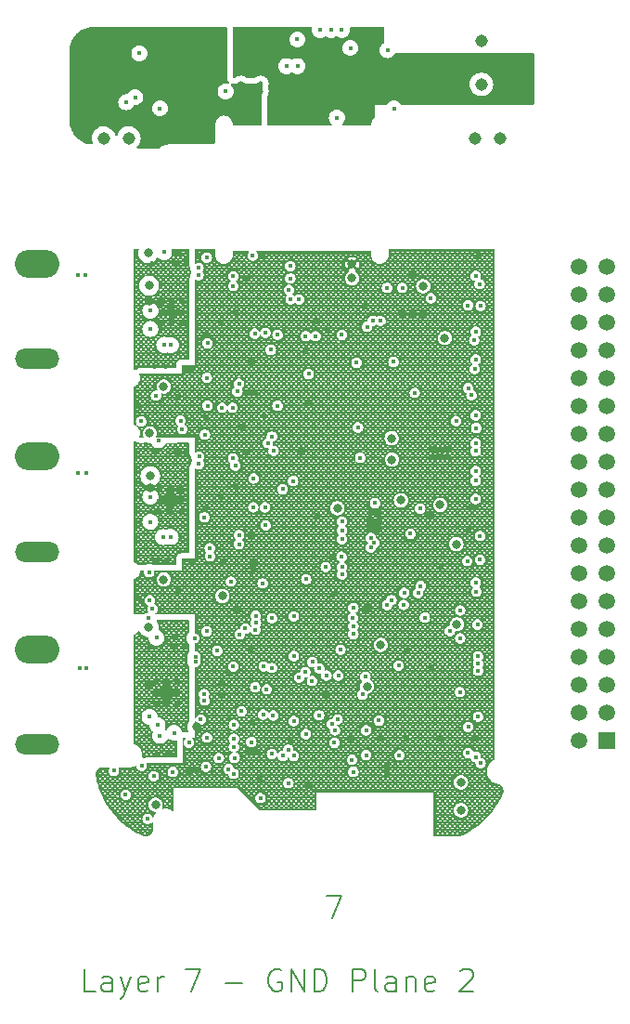
<source format=gbr>
%TF.GenerationSoftware,KiCad,Pcbnew,8.0.2*%
%TF.CreationDate,2024-10-13T20:58:57-05:00*%
%TF.ProjectId,PM1C_Rev_1_2,504d3143-5f52-4657-965f-315f322e6b69,1*%
%TF.SameCoordinates,PX297003ePY8770cd2*%
%TF.FileFunction,Copper,L7,Inr*%
%TF.FilePolarity,Positive*%
%FSLAX46Y46*%
G04 Gerber Fmt 4.6, Leading zero omitted, Abs format (unit mm)*
G04 Created by KiCad (PCBNEW 8.0.2) date 2024-10-13 20:58:57*
%MOMM*%
%LPD*%
G01*
G04 APERTURE LIST*
%ADD10C,0.200000*%
%TA.AperFunction,NonConductor*%
%ADD11C,0.200000*%
%TD*%
%TA.AperFunction,ComponentPad*%
%ADD12O,4.064000X2.540000*%
%TD*%
%TA.AperFunction,ComponentPad*%
%ADD13O,4.064000X1.828800*%
%TD*%
%TA.AperFunction,ComponentPad*%
%ADD14R,1.500000X1.500000*%
%TD*%
%TA.AperFunction,ComponentPad*%
%ADD15C,1.500000*%
%TD*%
%TA.AperFunction,ComponentPad*%
%ADD16C,0.800000*%
%TD*%
%TA.AperFunction,ComponentPad*%
%ADD17C,1.143000*%
%TD*%
%TA.AperFunction,ComponentPad*%
%ADD18C,1.141748*%
%TD*%
%TA.AperFunction,ViaPad*%
%ADD19C,0.450000*%
%TD*%
%TA.AperFunction,ViaPad*%
%ADD20C,0.800000*%
%TD*%
%TA.AperFunction,ViaPad*%
%ADD21C,0.360000*%
%TD*%
G04 APERTURE END LIST*
D10*
D11*
X17793600Y-3699513D02*
X16841219Y-3699513D01*
X16841219Y-3699513D02*
X16841219Y-1699513D01*
X19317410Y-3699513D02*
X19317410Y-2651894D01*
X19317410Y-2651894D02*
X19222172Y-2461417D01*
X19222172Y-2461417D02*
X19031696Y-2366179D01*
X19031696Y-2366179D02*
X18650743Y-2366179D01*
X18650743Y-2366179D02*
X18460267Y-2461417D01*
X19317410Y-3604275D02*
X19126934Y-3699513D01*
X19126934Y-3699513D02*
X18650743Y-3699513D01*
X18650743Y-3699513D02*
X18460267Y-3604275D01*
X18460267Y-3604275D02*
X18365029Y-3413798D01*
X18365029Y-3413798D02*
X18365029Y-3223322D01*
X18365029Y-3223322D02*
X18460267Y-3032846D01*
X18460267Y-3032846D02*
X18650743Y-2937608D01*
X18650743Y-2937608D02*
X19126934Y-2937608D01*
X19126934Y-2937608D02*
X19317410Y-2842370D01*
X20079315Y-2366179D02*
X20555505Y-3699513D01*
X21031696Y-2366179D02*
X20555505Y-3699513D01*
X20555505Y-3699513D02*
X20365029Y-4175703D01*
X20365029Y-4175703D02*
X20269791Y-4270941D01*
X20269791Y-4270941D02*
X20079315Y-4366179D01*
X22555506Y-3604275D02*
X22365030Y-3699513D01*
X22365030Y-3699513D02*
X21984077Y-3699513D01*
X21984077Y-3699513D02*
X21793601Y-3604275D01*
X21793601Y-3604275D02*
X21698363Y-3413798D01*
X21698363Y-3413798D02*
X21698363Y-2651894D01*
X21698363Y-2651894D02*
X21793601Y-2461417D01*
X21793601Y-2461417D02*
X21984077Y-2366179D01*
X21984077Y-2366179D02*
X22365030Y-2366179D01*
X22365030Y-2366179D02*
X22555506Y-2461417D01*
X22555506Y-2461417D02*
X22650744Y-2651894D01*
X22650744Y-2651894D02*
X22650744Y-2842370D01*
X22650744Y-2842370D02*
X21698363Y-3032846D01*
X23507887Y-3699513D02*
X23507887Y-2366179D01*
X23507887Y-2747132D02*
X23603125Y-2556655D01*
X23603125Y-2556655D02*
X23698363Y-2461417D01*
X23698363Y-2461417D02*
X23888839Y-2366179D01*
X23888839Y-2366179D02*
X24079316Y-2366179D01*
X26079316Y-1699513D02*
X27412649Y-1699513D01*
X27412649Y-1699513D02*
X26555506Y-3699513D01*
X29698364Y-2937608D02*
X31222174Y-2937608D01*
X34745983Y-1794751D02*
X34555507Y-1699513D01*
X34555507Y-1699513D02*
X34269793Y-1699513D01*
X34269793Y-1699513D02*
X33984078Y-1794751D01*
X33984078Y-1794751D02*
X33793602Y-1985227D01*
X33793602Y-1985227D02*
X33698364Y-2175703D01*
X33698364Y-2175703D02*
X33603126Y-2556655D01*
X33603126Y-2556655D02*
X33603126Y-2842370D01*
X33603126Y-2842370D02*
X33698364Y-3223322D01*
X33698364Y-3223322D02*
X33793602Y-3413798D01*
X33793602Y-3413798D02*
X33984078Y-3604275D01*
X33984078Y-3604275D02*
X34269793Y-3699513D01*
X34269793Y-3699513D02*
X34460269Y-3699513D01*
X34460269Y-3699513D02*
X34745983Y-3604275D01*
X34745983Y-3604275D02*
X34841221Y-3509036D01*
X34841221Y-3509036D02*
X34841221Y-2842370D01*
X34841221Y-2842370D02*
X34460269Y-2842370D01*
X35698364Y-3699513D02*
X35698364Y-1699513D01*
X35698364Y-1699513D02*
X36841221Y-3699513D01*
X36841221Y-3699513D02*
X36841221Y-1699513D01*
X37793602Y-3699513D02*
X37793602Y-1699513D01*
X37793602Y-1699513D02*
X38269792Y-1699513D01*
X38269792Y-1699513D02*
X38555507Y-1794751D01*
X38555507Y-1794751D02*
X38745983Y-1985227D01*
X38745983Y-1985227D02*
X38841221Y-2175703D01*
X38841221Y-2175703D02*
X38936459Y-2556655D01*
X38936459Y-2556655D02*
X38936459Y-2842370D01*
X38936459Y-2842370D02*
X38841221Y-3223322D01*
X38841221Y-3223322D02*
X38745983Y-3413798D01*
X38745983Y-3413798D02*
X38555507Y-3604275D01*
X38555507Y-3604275D02*
X38269792Y-3699513D01*
X38269792Y-3699513D02*
X37793602Y-3699513D01*
X41317412Y-3699513D02*
X41317412Y-1699513D01*
X41317412Y-1699513D02*
X42079317Y-1699513D01*
X42079317Y-1699513D02*
X42269793Y-1794751D01*
X42269793Y-1794751D02*
X42365031Y-1889989D01*
X42365031Y-1889989D02*
X42460269Y-2080465D01*
X42460269Y-2080465D02*
X42460269Y-2366179D01*
X42460269Y-2366179D02*
X42365031Y-2556655D01*
X42365031Y-2556655D02*
X42269793Y-2651894D01*
X42269793Y-2651894D02*
X42079317Y-2747132D01*
X42079317Y-2747132D02*
X41317412Y-2747132D01*
X43603126Y-3699513D02*
X43412650Y-3604275D01*
X43412650Y-3604275D02*
X43317412Y-3413798D01*
X43317412Y-3413798D02*
X43317412Y-1699513D01*
X45222174Y-3699513D02*
X45222174Y-2651894D01*
X45222174Y-2651894D02*
X45126936Y-2461417D01*
X45126936Y-2461417D02*
X44936460Y-2366179D01*
X44936460Y-2366179D02*
X44555507Y-2366179D01*
X44555507Y-2366179D02*
X44365031Y-2461417D01*
X45222174Y-3604275D02*
X45031698Y-3699513D01*
X45031698Y-3699513D02*
X44555507Y-3699513D01*
X44555507Y-3699513D02*
X44365031Y-3604275D01*
X44365031Y-3604275D02*
X44269793Y-3413798D01*
X44269793Y-3413798D02*
X44269793Y-3223322D01*
X44269793Y-3223322D02*
X44365031Y-3032846D01*
X44365031Y-3032846D02*
X44555507Y-2937608D01*
X44555507Y-2937608D02*
X45031698Y-2937608D01*
X45031698Y-2937608D02*
X45222174Y-2842370D01*
X46174555Y-2366179D02*
X46174555Y-3699513D01*
X46174555Y-2556655D02*
X46269793Y-2461417D01*
X46269793Y-2461417D02*
X46460269Y-2366179D01*
X46460269Y-2366179D02*
X46745984Y-2366179D01*
X46745984Y-2366179D02*
X46936460Y-2461417D01*
X46936460Y-2461417D02*
X47031698Y-2651894D01*
X47031698Y-2651894D02*
X47031698Y-3699513D01*
X48745984Y-3604275D02*
X48555508Y-3699513D01*
X48555508Y-3699513D02*
X48174555Y-3699513D01*
X48174555Y-3699513D02*
X47984079Y-3604275D01*
X47984079Y-3604275D02*
X47888841Y-3413798D01*
X47888841Y-3413798D02*
X47888841Y-2651894D01*
X47888841Y-2651894D02*
X47984079Y-2461417D01*
X47984079Y-2461417D02*
X48174555Y-2366179D01*
X48174555Y-2366179D02*
X48555508Y-2366179D01*
X48555508Y-2366179D02*
X48745984Y-2461417D01*
X48745984Y-2461417D02*
X48841222Y-2651894D01*
X48841222Y-2651894D02*
X48841222Y-2842370D01*
X48841222Y-2842370D02*
X47888841Y-3032846D01*
X51126937Y-1889989D02*
X51222175Y-1794751D01*
X51222175Y-1794751D02*
X51412651Y-1699513D01*
X51412651Y-1699513D02*
X51888842Y-1699513D01*
X51888842Y-1699513D02*
X52079318Y-1794751D01*
X52079318Y-1794751D02*
X52174556Y-1889989D01*
X52174556Y-1889989D02*
X52269794Y-2080465D01*
X52269794Y-2080465D02*
X52269794Y-2270941D01*
X52269794Y-2270941D02*
X52174556Y-2556655D01*
X52174556Y-2556655D02*
X51031699Y-3699513D01*
X51031699Y-3699513D02*
X52269794Y-3699513D01*
D10*
D11*
X38922292Y5000162D02*
X40255625Y5000162D01*
X40255625Y5000162D02*
X39398482Y3000162D01*
D12*
%TO.N,Net-(BAT2-+)*%
%TO.C,BAT2*%
X12528200Y45005150D03*
D13*
%TO.N,Net-(BAT2--)*%
X12528200Y36362750D03*
%TD*%
D12*
%TO.N,Net-(BAT1-+)*%
%TO.C,BAT1*%
X12511180Y62601390D03*
D13*
%TO.N,Net-(BAT1--)*%
X12511180Y53958990D03*
%TD*%
D14*
%TO.N,/Test Points/RXCAN*%
%TO.C,H1*%
X64517200Y19142830D03*
D15*
%TO.N,3V3*%
X61977200Y19142830D03*
%TO.N,/Test Points/TXCAN*%
X64517200Y21682830D03*
%TO.N,GND*%
X61977200Y21682830D03*
%TO.N,/Test Points/SCK0*%
X64517200Y24222830D03*
%TO.N,TCK_CPLD*%
X61977200Y24222830D03*
%TO.N,/Test Points/MOSI0*%
X64517200Y26762830D03*
%TO.N,TDO_CPLD*%
X61977200Y26762830D03*
%TO.N,/Test Points/MISO0*%
X64517200Y29302830D03*
%TO.N,TDI_CPLD*%
X61977200Y29302830D03*
%TO.N,/Test Points/SCK1*%
X64517200Y31842830D03*
%TO.N,TMS_CPLD*%
X61977200Y31842830D03*
%TO.N,/Test Points/MOSI1*%
X64517200Y34382830D03*
%TO.N,/Test Points/TXD0*%
X61977200Y34382830D03*
%TO.N,/Test Points/MISO1*%
X64517200Y36922830D03*
%TO.N,/Test Points/RXD0*%
X61977200Y36922830D03*
%TO.N,GND*%
X64517200Y39462830D03*
X61977200Y39462830D03*
%TO.N,/I2C Multiplexing/SCLOCK*%
X64517200Y42002830D03*
%TO.N,nRESET*%
X61977200Y42002830D03*
%TO.N,/I2C Multiplexing/SDATA*%
X64517200Y44542830D03*
%TO.N,nDRESET*%
X61977200Y44542830D03*
%TO.N,VSYS*%
X64517200Y47082830D03*
%TO.N,nBOOT*%
X61977200Y47082830D03*
%TO.N,VSUPPLY*%
X64517200Y49622830D03*
%TO.N,/Microcontroller/nTRST_LPC*%
X61977200Y49622830D03*
%TO.N,VNET*%
X64517200Y52162830D03*
%TO.N,/Microcontroller/TCK_LPC*%
X61977200Y52162830D03*
%TO.N,n3V3*%
X64517200Y54702830D03*
%TO.N,/Microcontroller/TMS_LPC*%
X61977200Y54702830D03*
%TO.N,1V8*%
X64517200Y57242830D03*
%TO.N,/Microcontroller/TDO_LPC*%
X61977200Y57242830D03*
%TO.N,VREC*%
X64517200Y59782830D03*
%TO.N,/Microcontroller/TDI_LPC*%
X61977200Y59782830D03*
%TO.N,GND*%
X64517200Y62322830D03*
%TO.N,/Microcontroller/RTCK_LPC*%
X61977200Y62322830D03*
%TD*%
D12*
%TO.N,Net-(BAT3-+)*%
%TO.C,BAT3*%
X12528200Y27428350D03*
D13*
%TO.N,Net-(BAT3--)*%
X12528200Y18785950D03*
%TD*%
D16*
%TO.N,Net-(U1-IN+)*%
%TO.C,RV1*%
X41234900Y61265290D03*
%TO.N,GND*%
X41234900Y62535290D03*
%TD*%
D17*
%TO.N,BUSA*%
%TO.C,J1*%
X54749600Y74029700D03*
%TO.N,BUSB*%
X52459600Y74029700D03*
X20859600Y74029700D03*
D18*
%TO.N,BUSA*%
X18572137Y74027305D03*
D17*
%TO.N,RADANT*%
X53039600Y78929700D03*
%TO.N,ENCL*%
X53034600Y82929700D03*
%TD*%
D19*
%TO.N,nRESET*%
X46952200Y50815350D03*
X40177200Y27415350D03*
X29977200Y16540350D03*
X44827200Y31944700D03*
X52527200Y41150350D03*
%TO.N,/Microcontroller/LOAD_AN*%
X33927200Y25761340D03*
%TO.N,VNET*%
X41777200Y47665350D03*
X52427200Y53009840D03*
X41640860Y53565360D03*
X33537200Y46240350D03*
X47877200Y30340350D03*
%TO.N,/Microcontroller/RTCK_LPC*%
X52527200Y61470350D03*
X39400000Y20640350D03*
%TO.N,/CPLD/DISCHG*%
X35852200Y42790350D03*
X34927200Y17740350D03*
%TO.N,/Battery 1 Conditioning/nSHDNBT1*%
X27806530Y47015350D03*
X32045000Y19005000D03*
%TO.N,/Test Points/TXD0*%
X39630000Y18935000D03*
X52527200Y33530350D03*
%TO.N,Net-(U46-VDDA_(1V8))*%
X42527200Y17815470D03*
D20*
X39902200Y40315350D03*
D19*
X27999325Y19403922D03*
X28927200Y27315350D03*
%TO.N,/Battery 3 Conditioning/nSHDNCHG3*%
X27766538Y22786437D03*
X38902200Y25065350D03*
%TO.N,TMS_CPLD*%
X40327200Y39090350D03*
X51107200Y30990350D03*
%TO.N,/I2C Multiplexing/SCLOCK*%
X24677400Y37688350D03*
X43827200Y57390350D03*
X26349570Y18949794D03*
X37002200Y55990350D03*
X39931210Y21065350D03*
X44429600Y31484700D03*
X52527200Y42809840D03*
X20624600Y77304700D03*
X30402200Y60565350D03*
X24704570Y55179794D03*
%TO.N,/I2C Multiplexing/SDATA*%
X24877200Y16290350D03*
X30402200Y61440350D03*
X52527200Y45509840D03*
X42193426Y23331574D03*
X21449600Y77754700D03*
X43127200Y57390350D03*
X23489570Y20539794D03*
X21984570Y48219794D03*
X23024570Y31119794D03*
X22024570Y16849794D03*
X45944600Y31504700D03*
X37902200Y55976780D03*
%TO.N,TDO_CPLD*%
X52727200Y26159840D03*
X30927200Y37040350D03*
%TO.N,3V3*%
X22577200Y12000350D03*
X21827200Y81759840D03*
X22834570Y58309794D03*
X32164700Y63325350D03*
X22834570Y41359794D03*
X36402200Y59340350D03*
X41227200Y17390350D03*
X44427200Y60390350D03*
X45477200Y25975350D03*
X40309570Y34957030D03*
X27909570Y16749794D03*
X32465000Y29865000D03*
X27975060Y29088210D03*
X22659570Y30334794D03*
X22724570Y34488232D03*
X41977200Y44915350D03*
X42602200Y56840350D03*
D20*
X49277200Y40615350D03*
D19*
X29695000Y78290350D03*
X30977200Y28825350D03*
X25577200Y48290350D03*
X51817200Y18000350D03*
X28277200Y35940350D03*
X23709570Y19569794D03*
X23344570Y50559794D03*
X45552200Y17790350D03*
X27975060Y63140350D03*
X33818160Y54740350D03*
%TO.N,TDI_CPLD*%
X51107200Y28450350D03*
X40317890Y34290350D03*
%TO.N,/Microcontroller/TCK_LPC*%
X35927200Y20915350D03*
X31152200Y21815350D03*
X51827200Y51259840D03*
%TO.N,TCK_CPLD*%
X51077200Y23559840D03*
X33352200Y38765350D03*
%TO.N,/Microcontroller/THRM*%
X36402200Y24865350D03*
%TO.N,nBOOT*%
X52527200Y46230350D03*
X33177200Y25890350D03*
X30377200Y44840350D03*
%TO.N,/Battery 1 Conditioning/nSHDNCHG1*%
X33927200Y17915350D03*
X28045000Y55340350D03*
%TO.N,/Microcontroller/TMS_LPC*%
X52527200Y53850350D03*
X30402200Y25890350D03*
%TO.N,/Microcontroller/nTRST_LPC*%
X42527080Y20065350D03*
X52527200Y48770350D03*
%TO.N,/Microcontroller/TDO_LPC*%
X52527200Y56390350D03*
X30452200Y18565350D03*
%TO.N,/Microcontroller/nCSRAM*%
X37027200Y19725350D03*
%TO.N,/Test Points/SCK1*%
X29377200Y49459840D03*
X31500000Y29340350D03*
X52577200Y32709840D03*
X39302330Y83865190D03*
%TO.N,/Test Points/MISO0*%
X42453425Y24941575D03*
X52677200Y29709840D03*
X37577200Y24565350D03*
%TO.N,/Battery 2 Conditioning/nSHDNCHG2*%
X35927200Y30465350D03*
X27752200Y39475000D03*
%TO.N,/Battery 3 Conditioning/nSHDNBT3*%
X37602200Y26300350D03*
%TO.N,RADINT0*%
X32430000Y29235000D03*
X36247130Y80590190D03*
%TO.N,/Microcontroller/nCSFLA*%
X36972210Y25366190D03*
%TO.N,/Battery 2 Conditioning/nSHDNBT2*%
X30180000Y33630000D03*
X35927200Y26840350D03*
%TO.N,/Microcontroller/SSEL1*%
X29077200Y17540350D03*
%TO.N,/Microcontroller/ACCINT*%
X32450000Y30510000D03*
X23699600Y76739700D03*
%TO.N,/Microcontroller/TDI_LPC*%
X30452200Y20565350D03*
X51817039Y58797263D03*
X41352200Y16290350D03*
%TO.N,nCSRAD*%
X35247130Y80590190D03*
X35477200Y60209840D03*
X41352200Y29565350D03*
%TO.N,/Microcontroller/PWMBT*%
X33927200Y46840350D03*
X41352200Y28840350D03*
%TO.N,/Battery 1 Conditioning/SDATA1*%
X22827200Y56634794D03*
%TO.N,/Battery 1 Conditioning/SCLOCK1*%
X24099570Y55194794D03*
%TO.N,/Battery 2 Conditioning/SDATA2*%
X22827200Y39064794D03*
%TO.N,/Battery 2 Conditioning/SCLOCK2*%
X23994570Y37674794D03*
%TO.N,/CPLD/SCKSEL3*%
X30927200Y37865350D03*
X27429570Y21069465D03*
%TO.N,/Battery 3 Conditioning/SDATA3*%
X22750670Y21313294D03*
%TO.N,/Battery 3 Conditioning/SCLOCK3*%
X24989570Y19849794D03*
%TO.N,Net-(C10-Pad1)*%
X43330000Y40775000D03*
X28252200Y36665350D03*
D20*
X45702200Y41040350D03*
D19*
X41352200Y31215350D03*
X34077200Y45540350D03*
%TO.N,/CPLD/nPHB*%
X40327200Y38290350D03*
X30927200Y51640350D03*
%TO.N,/CPLD/CKCPLD*%
X26853775Y28463775D03*
X37052200Y33840350D03*
%TO.N,/Battery 3 Conditioning/DISCHG3*%
X20577200Y14200350D03*
X30577200Y44190430D03*
%TO.N,/CPLD/SNSEN*%
X40327200Y37490350D03*
X40302200Y56105350D03*
%TO.N,/Battery 1 Conditioning/DISCHG1*%
X25727200Y47515350D03*
%TO.N,/CPLD/nSENSE*%
X30777200Y50940350D03*
X40277200Y35890350D03*
%TO.N,/Battery 2 Conditioning/DISCHG2*%
X32252120Y43015430D03*
X22777200Y31913230D03*
%TO.N,/Test Points/SCK0*%
X52727200Y25509840D03*
X38227200Y21440350D03*
%TO.N,/Test Points/MISO1*%
X38302330Y83865240D03*
X34025000Y21417350D03*
X52527200Y17650350D03*
X52904570Y37774794D03*
%TO.N,/Test Points/RXCAN*%
X51825000Y20380000D03*
X35427120Y18315350D03*
%TO.N,/Test Points/RXD0*%
X51754570Y35489794D03*
X39677200Y20065350D03*
%TO.N,/Test Points/MOSI0*%
X39977200Y25065350D03*
X52727200Y26809840D03*
%TO.N,n3V3*%
X52377200Y55609840D03*
X27985330Y52190350D03*
X35627200Y59340350D03*
X37277200Y52540350D03*
D20*
%TO.N,Net-(D6-C)*%
X42602200Y24065350D03*
%TO.N,Net-(D2-C)*%
X43852200Y27865350D03*
%TO.N,Net-(D10-A)*%
X49702200Y55815350D03*
%TO.N,Net-(U20-VIN)*%
X47727200Y60540350D03*
D19*
X45827200Y60390350D03*
X48427200Y59440350D03*
%TO.N,Net-(U38-~{CTL})*%
X19502200Y16385000D03*
%TO.N,/Battery 3 Conditioning/VBT3*%
X26938046Y26776872D03*
X26934570Y26329796D03*
X16974570Y25724794D03*
X16379570Y25719794D03*
X23144570Y15904794D03*
D20*
%TO.N,VSYS*%
X23302200Y13300350D03*
X51177200Y12800350D03*
D19*
X32388183Y23996704D03*
D20*
X24052400Y33813230D03*
D19*
X32352200Y56215350D03*
X52560000Y47625000D03*
X41304600Y30334700D03*
X32227200Y40390350D03*
D20*
X24052400Y51390230D03*
D19*
%TO.N,/Battery 2 Conditioning/VBT2*%
X27252320Y44334794D03*
X16954570Y43499794D03*
X27277320Y45019794D03*
X16199570Y43499794D03*
%TO.N,/Battery 1 Conditioning/VBT1*%
X16259570Y61549794D03*
X27227200Y61544794D03*
X16909570Y61549794D03*
X27217200Y62196550D03*
D20*
%TO.N,Net-(U19-FB)*%
X44877200Y44740350D03*
%TO.N,Net-(U19-SW)*%
X44852200Y46690350D03*
D19*
%TO.N,Net-(U40-G1)*%
X30515000Y17565000D03*
X33433420Y23804794D03*
%TO.N,Net-(U32-G1)*%
X33077200Y33465350D03*
X33302200Y40390350D03*
%TO.N,Net-(U24-G1)*%
X33328425Y56291575D03*
X30327200Y49459840D03*
%TO.N,/Test Points/TXCAN*%
X35917890Y17740350D03*
X52727200Y21309840D03*
%TO.N,/Test Points/MOSI1*%
X52914570Y35609794D03*
X40302200Y83865350D03*
X52969570Y17079794D03*
X34902200Y42040350D03*
X33132729Y21513509D03*
%TO.N,Net-(D2-A)*%
X50164700Y29127850D03*
%TO.N,GND*%
X52277200Y40409840D03*
X52804570Y63384794D03*
D20*
X45827200Y58040350D03*
D19*
X31993160Y78290350D03*
D20*
X42614600Y31149700D03*
D19*
X23377200Y28507030D03*
D20*
X22719570Y60579794D03*
D19*
X48629190Y44991140D03*
X33052200Y63300350D03*
D20*
X22827200Y43234794D03*
D19*
X49854190Y44991140D03*
X48627200Y45662140D03*
X52377380Y20814039D03*
X49252200Y45662140D03*
X31093160Y78290350D03*
X49852200Y45662140D03*
X49254190Y44991140D03*
D20*
X46777200Y58040350D03*
D19*
X24079570Y63649794D03*
D20*
X30765000Y31080000D03*
D19*
X31093160Y78990350D03*
D20*
X47727200Y58040350D03*
D19*
X51817200Y38335350D03*
X32893160Y78290350D03*
D20*
X27084570Y20369794D03*
D19*
X32893160Y78990350D03*
X23569570Y46504794D03*
D21*
X26577200Y35363350D03*
X36652100Y45540350D03*
X31981480Y27492550D03*
X27838640Y40288350D03*
X48477200Y25815350D03*
X37252200Y15019570D03*
X30627200Y42288350D03*
X32227200Y34638220D03*
X31577200Y50877000D03*
X26489570Y16414794D03*
X46777200Y61565350D03*
X48379200Y39690350D03*
D19*
X43658200Y39190350D03*
D21*
X38877200Y23294560D03*
X26989570Y16414794D03*
X32070490Y53640350D03*
X33202200Y48727920D03*
X26577200Y52940350D03*
X32377200Y50877000D03*
D19*
X43658200Y39890350D03*
D21*
X32070490Y37788350D03*
X44402200Y16000350D03*
X29352200Y23215350D03*
X44402200Y16465350D03*
X36977200Y54765340D03*
X42377200Y58690350D03*
X32227200Y35438220D03*
D19*
X43658200Y38515350D03*
D21*
X41127200Y19290350D03*
D19*
X42958200Y39190350D03*
D21*
X39512210Y32472030D03*
X31656480Y61246550D03*
X31656480Y45394550D03*
X27902200Y48565350D03*
X37927200Y57415350D03*
X27838640Y56140350D03*
X35677200Y19065350D03*
X43877200Y19340350D03*
D19*
X42958200Y38515350D03*
D21*
X32765000Y15665000D03*
X49256200Y19365350D03*
X25377200Y32863230D03*
X21584570Y32094794D03*
X21584570Y49674794D03*
X29352200Y24336350D03*
X37277200Y49990350D03*
X29995000Y25255000D03*
X31977200Y50877000D03*
X25377200Y50440230D03*
X32227200Y18098000D03*
X44402200Y16890350D03*
X52402200Y19340350D03*
X29327200Y57140350D03*
X39002200Y56565350D03*
X31202200Y47690350D03*
X32070490Y20861350D03*
X26077200Y52940350D03*
X29327200Y41288350D03*
X32227200Y35038230D03*
X31827200Y18098000D03*
X32627200Y18098000D03*
X46227200Y27290350D03*
X46202200Y19365350D03*
X30627200Y58140350D03*
X49329200Y34965350D03*
X39527200Y35890350D03*
X38077200Y39625350D03*
D19*
X42958200Y39890350D03*
D21*
X29460000Y35395000D03*
%TO.N,COMRF*%
X56577450Y79240470D03*
X55077450Y79240470D03*
D19*
X32893160Y80690350D03*
D21*
X55577450Y79240470D03*
X56077450Y79240470D03*
X54577450Y79240470D03*
D19*
X31093160Y80690350D03*
X32893160Y79990350D03*
X31993160Y80690350D03*
X31093160Y79990350D03*
D20*
%TO.N,Net-(BAT1--)*%
X22719570Y59179794D03*
D21*
X25764570Y58169794D03*
X23760350Y59169794D03*
X23760350Y58169794D03*
X23760350Y57169794D03*
X25757700Y57169794D03*
X24760350Y58669794D03*
X25260350Y58169794D03*
X23034690Y62679894D03*
X24760350Y58169794D03*
X24760350Y57669794D03*
X23277410Y53140600D03*
X25349570Y63514794D03*
X24277410Y53140600D03*
X25749570Y59169794D03*
X24760350Y57169794D03*
X26174570Y62679794D03*
X24760350Y59169794D03*
X25119570Y62674794D03*
X24260350Y58169794D03*
D19*
%TO.N,BUSB*%
X35602200Y61240350D03*
X28036510Y49655350D03*
%TO.N,BUSA*%
X35602200Y62365350D03*
X34437200Y49650350D03*
X34437200Y56109840D03*
D20*
%TO.N,Net-(BAT2--)*%
X22827200Y42134759D03*
D21*
X24625350Y42004794D03*
X25622700Y40004794D03*
X23625350Y40004794D03*
X24329570Y35549794D03*
X24625350Y40004794D03*
X24625350Y41004794D03*
X24125350Y41004794D03*
X23625350Y41004794D03*
X25629570Y42004794D03*
X23277410Y35563600D03*
X25629570Y41004794D03*
X26250470Y45454894D03*
X24625350Y41504794D03*
X23250470Y45454894D03*
X25125350Y41004794D03*
X24625350Y40504794D03*
X25250350Y45454794D03*
X23625350Y42004794D03*
D19*
%TO.N,3V3RF*%
X39852200Y75900350D03*
X45052200Y76750350D03*
X41077200Y82240350D03*
X36240000Y83025000D03*
X44477200Y82040350D03*
%TO.N,1V8*%
X45015510Y53640350D03*
X52964570Y58734794D03*
%TO.N,/Thermister & Digital Peripheral System/3V3MEM*%
X38827200Y34957030D03*
X38242210Y25711360D03*
%TO.N,Net-(U16-MODE)*%
X47505000Y33220000D03*
X46565000Y37980000D03*
%TO.N,Net-(U16-VOUT)*%
X47454200Y40265350D03*
X42958200Y37590350D03*
X42958200Y36740350D03*
X43258200Y37165350D03*
D20*
%TO.N,Net-(BAT3--)*%
X22689570Y24189794D03*
D21*
X24817220Y23524794D03*
X25321440Y24524794D03*
X24999570Y28614794D03*
X24950570Y27763294D03*
X23817220Y23524794D03*
X22950690Y27763394D03*
X25314570Y22524794D03*
X24317220Y22524794D03*
X23317220Y23524794D03*
X23317220Y22524794D03*
X24317220Y24524794D03*
X24317220Y23024794D03*
X23439570Y17889794D03*
X25321440Y23524794D03*
X24317220Y24024794D03*
X24317220Y23524794D03*
X25950690Y27763394D03*
X23317220Y24524794D03*
X24459570Y17889794D03*
D20*
%TO.N,Net-(BAT3-+)*%
X22674570Y29459794D03*
%TO.N,Net-(BAT1-+)*%
X22634570Y63549794D03*
%TO.N,Net-(BAT2-+)*%
X22774570Y47134794D03*
D19*
%TO.N,Net-(U16-SW1)*%
X47252200Y32590350D03*
%TO.N,Net-(U16-SW2)*%
X46002200Y32590350D03*
%TO.N,nDRESET*%
X52527200Y43690350D03*
X30452200Y19315450D03*
X30427200Y16109840D03*
D20*
%TO.N,VREC*%
X50795000Y29735000D03*
X51177200Y15325350D03*
D19*
X52874570Y60729794D03*
X32877200Y13900350D03*
D20*
%TO.N,VSUPPLY*%
X29405000Y32305000D03*
D19*
X52127200Y50609840D03*
D20*
X50749000Y37040350D03*
D19*
X50727200Y48259840D03*
%TO.N,Net-(U46-VDDA_(3V3))*%
X43677200Y20965350D03*
X33927200Y30290350D03*
X35427120Y15265350D03*
X27725000Y23385000D03*
%TD*%
%TA.AperFunction,Conductor*%
%TO.N,GND*%
G36*
X28753348Y63940008D02*
G01*
X28767700Y63905360D01*
X28767700Y63412443D01*
X28767700Y63354860D01*
X28767700Y63272721D01*
X28801855Y63112033D01*
X28868673Y62961957D01*
X28964823Y62829619D01*
X28965237Y62829049D01*
X29041205Y62760648D01*
X29087315Y62719130D01*
X29229584Y62636991D01*
X29385822Y62586227D01*
X29549200Y62569055D01*
X29712578Y62586227D01*
X29868816Y62636991D01*
X30011085Y62719130D01*
X30042169Y62747118D01*
X30365428Y62747118D01*
X30479979Y62632567D01*
X30594531Y62747118D01*
X30817976Y62747118D01*
X30932528Y62632566D01*
X31047079Y62747118D01*
X31270524Y62747118D01*
X31385076Y62632567D01*
X31499627Y62747118D01*
X31723073Y62747118D01*
X31837624Y62632567D01*
X31896908Y62691850D01*
X32230889Y62691850D01*
X32290173Y62632566D01*
X32388394Y62730788D01*
X32272161Y62696658D01*
X32268769Y62695792D01*
X32264580Y62694881D01*
X32261134Y62694260D01*
X32249954Y62692654D01*
X32246487Y62692281D01*
X32242214Y62691975D01*
X32238714Y62691850D01*
X32230889Y62691850D01*
X31896908Y62691850D01*
X31937017Y62731959D01*
X31915207Y62738363D01*
X31911891Y62739466D01*
X31907874Y62740964D01*
X31904636Y62742306D01*
X31894362Y62746999D01*
X31894124Y62747118D01*
X32628169Y62747118D01*
X32742721Y62632567D01*
X32857272Y62747118D01*
X33080718Y62747118D01*
X33195269Y62632567D01*
X33309821Y62747118D01*
X33533266Y62747118D01*
X33647818Y62632566D01*
X33762369Y62747118D01*
X33985814Y62747118D01*
X34100366Y62632567D01*
X34214917Y62747118D01*
X34438363Y62747118D01*
X34552914Y62632567D01*
X34667466Y62747118D01*
X34890911Y62747118D01*
X35005462Y62632567D01*
X35046571Y62673676D01*
X35056695Y62695841D01*
X35058261Y62698971D01*
X35060315Y62702732D01*
X35062099Y62705738D01*
X35068205Y62715239D01*
X35070193Y62718103D01*
X35072761Y62721535D01*
X35074962Y62724267D01*
X35106484Y62760648D01*
X35005462Y62861670D01*
X34890911Y62747118D01*
X34667466Y62747118D01*
X34552914Y62861670D01*
X34438363Y62747118D01*
X34214917Y62747118D01*
X34100366Y62861670D01*
X33985814Y62747118D01*
X33762369Y62747118D01*
X33647818Y62861670D01*
X33533266Y62747118D01*
X33309821Y62747118D01*
X33195269Y62861670D01*
X33080718Y62747118D01*
X32857272Y62747118D01*
X32742721Y62861670D01*
X32628169Y62747118D01*
X31894124Y62747118D01*
X31891244Y62748560D01*
X31887483Y62750613D01*
X31884469Y62752401D01*
X31789432Y62813478D01*
X31723073Y62747118D01*
X31499627Y62747118D01*
X31385076Y62861670D01*
X31270524Y62747118D01*
X31047079Y62747118D01*
X30932528Y62861670D01*
X30817976Y62747118D01*
X30594531Y62747118D01*
X30479979Y62861670D01*
X30365428Y62747118D01*
X30042169Y62747118D01*
X30107522Y62805963D01*
X30133162Y62829049D01*
X30133163Y62829051D01*
X30133167Y62829054D01*
X30229727Y62961957D01*
X30234818Y62973392D01*
X30591702Y62973392D01*
X30706254Y62858840D01*
X30820806Y62973392D01*
X31044250Y62973392D01*
X31158802Y62858840D01*
X31273354Y62973392D01*
X31273353Y62973393D01*
X31496798Y62973393D01*
X31611350Y62858841D01*
X31675288Y62922779D01*
X31637462Y62966433D01*
X31635261Y62969165D01*
X31632693Y62972597D01*
X31630705Y62975461D01*
X31624599Y62984962D01*
X31622815Y62987968D01*
X31620761Y62991729D01*
X31619194Y62994859D01*
X31587551Y63064146D01*
X31496798Y62973393D01*
X31273353Y62973393D01*
X31158802Y63087944D01*
X31044250Y62973392D01*
X30820806Y62973392D01*
X30706254Y63087944D01*
X30591702Y62973392D01*
X30234818Y62973392D01*
X30294705Y63107900D01*
X30457194Y63107900D01*
X30479979Y63085115D01*
X30594531Y63199666D01*
X30817976Y63199666D01*
X30932528Y63085114D01*
X31047080Y63199666D01*
X31270524Y63199666D01*
X31385076Y63085115D01*
X31499628Y63199666D01*
X31385076Y63314218D01*
X31270524Y63199666D01*
X31047080Y63199666D01*
X30932528Y63314218D01*
X30817976Y63199666D01*
X30594531Y63199666D01*
X30488700Y63305498D01*
X30488700Y63268581D01*
X30488632Y63266008D01*
X30488467Y63262870D01*
X30488267Y63260323D01*
X30487402Y63252090D01*
X30487065Y63249537D01*
X30486573Y63246434D01*
X30486107Y63243919D01*
X30457194Y63107900D01*
X30294705Y63107900D01*
X30296545Y63112033D01*
X30330700Y63272721D01*
X30330700Y63354860D01*
X30330700Y63412443D01*
X30330700Y63425940D01*
X30591702Y63425940D01*
X30706254Y63311388D01*
X30820806Y63425940D01*
X31044250Y63425940D01*
X31158802Y63311388D01*
X31273354Y63425940D01*
X31496799Y63425940D01*
X31533824Y63388915D01*
X31546259Y63475401D01*
X31496799Y63425940D01*
X31273354Y63425940D01*
X31158802Y63540492D01*
X31044250Y63425940D01*
X30820806Y63425940D01*
X30706254Y63540492D01*
X30591702Y63425940D01*
X30330700Y63425940D01*
X30330700Y63710840D01*
X30345052Y63745488D01*
X30379700Y63759840D01*
X31804714Y63759840D01*
X31839362Y63745488D01*
X31853714Y63710840D01*
X31841746Y63678752D01*
X31760571Y63585069D01*
X31760570Y63585069D01*
X31703767Y63460690D01*
X31684310Y63325353D01*
X31684310Y63325348D01*
X31703767Y63190011D01*
X31760570Y63065632D01*
X31840495Y62973392D01*
X31850111Y62962295D01*
X31965139Y62888372D01*
X32021197Y62871912D01*
X32096328Y62849851D01*
X32096331Y62849851D01*
X32096333Y62849850D01*
X32096334Y62849850D01*
X32233066Y62849850D01*
X32233067Y62849850D01*
X32233069Y62849851D01*
X32233071Y62849851D01*
X32263684Y62858840D01*
X32364261Y62888372D01*
X32479289Y62962295D01*
X32488905Y62973393D01*
X32854443Y62973393D01*
X32968995Y62858841D01*
X33083547Y62973392D01*
X33306992Y62973392D01*
X33421544Y62858840D01*
X33536096Y62973392D01*
X33759540Y62973392D01*
X33874092Y62858840D01*
X33988644Y62973392D01*
X34212089Y62973392D01*
X34326640Y62858841D01*
X34441192Y62973392D01*
X34664637Y62973392D01*
X34779189Y62858840D01*
X34893741Y62973392D01*
X35117185Y62973392D01*
X35218665Y62871912D01*
X35291823Y62918928D01*
X35346288Y62973393D01*
X35320831Y62998850D01*
X35595192Y62998850D01*
X35676214Y62998850D01*
X35679714Y62998725D01*
X35683987Y62998419D01*
X35687454Y62998046D01*
X35698634Y62996440D01*
X35702080Y62995819D01*
X35706269Y62994908D01*
X35709661Y62994042D01*
X35794557Y62969114D01*
X35798835Y62973392D01*
X36022282Y62973392D01*
X36136834Y62858840D01*
X36251386Y62973392D01*
X36474830Y62973392D01*
X36589382Y62858840D01*
X36703934Y62973392D01*
X36927379Y62973392D01*
X37041930Y62858841D01*
X37156482Y62973392D01*
X37379927Y62973392D01*
X37494479Y62858840D01*
X37609031Y62973392D01*
X37832475Y62973392D01*
X37947027Y62858840D01*
X38061579Y62973392D01*
X38285024Y62973392D01*
X38399575Y62858841D01*
X38514127Y62973392D01*
X38737572Y62973392D01*
X38852124Y62858840D01*
X38966676Y62973392D01*
X39190120Y62973392D01*
X39304672Y62858841D01*
X39419224Y62973392D01*
X39642669Y62973392D01*
X39757220Y62858841D01*
X39871772Y62973392D01*
X40095217Y62973392D01*
X40209769Y62858840D01*
X40324321Y62973392D01*
X40547765Y62973392D01*
X40552345Y62968813D01*
X40572756Y62998383D01*
X40547765Y62973392D01*
X40324321Y62973392D01*
X40258860Y63038853D01*
X40613226Y63038853D01*
X40624705Y63045557D01*
X40644983Y63052044D01*
X40693782Y63056479D01*
X40662317Y63087944D01*
X40613226Y63038853D01*
X40258860Y63038853D01*
X40209769Y63087944D01*
X40095217Y62973392D01*
X39871772Y62973392D01*
X39757220Y63087944D01*
X39642669Y62973392D01*
X39419224Y62973392D01*
X39304672Y63087944D01*
X39190120Y62973392D01*
X38966676Y62973392D01*
X38852124Y63087944D01*
X38737572Y62973392D01*
X38514127Y62973392D01*
X38399575Y63087944D01*
X38285024Y62973392D01*
X38061579Y62973392D01*
X37947027Y63087944D01*
X37832475Y62973392D01*
X37609031Y62973392D01*
X37494479Y63087944D01*
X37379927Y62973392D01*
X37156482Y62973392D01*
X37041930Y63087944D01*
X36927379Y62973392D01*
X36703934Y62973392D01*
X36589382Y63087944D01*
X36474830Y62973392D01*
X36251386Y62973392D01*
X36136834Y63087944D01*
X36022282Y62973392D01*
X35798835Y62973392D01*
X35798836Y62973393D01*
X35684285Y63087944D01*
X35595192Y62998850D01*
X35320831Y62998850D01*
X35231737Y63087944D01*
X35117185Y62973392D01*
X34893741Y62973392D01*
X34779189Y63087944D01*
X34664637Y62973392D01*
X34441192Y62973392D01*
X34326640Y63087944D01*
X34212089Y62973392D01*
X33988644Y62973392D01*
X33874092Y63087944D01*
X33759540Y62973392D01*
X33536096Y62973392D01*
X33421544Y63087944D01*
X33306992Y62973392D01*
X33083547Y62973392D01*
X33068416Y62988523D01*
X33061760Y62987198D01*
X33042641Y62987198D01*
X32941194Y63007377D01*
X32923530Y63014693D01*
X32906873Y63025823D01*
X32854443Y62973393D01*
X32488905Y62973393D01*
X32568830Y63065632D01*
X32585043Y63101134D01*
X32758740Y63101134D01*
X32791674Y63134068D01*
X32779263Y63152643D01*
X32778823Y63150916D01*
X32775641Y63140077D01*
X32774534Y63136750D01*
X32773036Y63132735D01*
X32771699Y63129508D01*
X32758740Y63101134D01*
X32585043Y63101134D01*
X32625631Y63190008D01*
X32625631Y63190010D01*
X32625632Y63190011D01*
X32627020Y63199666D01*
X33533266Y63199666D01*
X33647818Y63085114D01*
X33762370Y63199666D01*
X33985814Y63199666D01*
X34100366Y63085115D01*
X34214918Y63199666D01*
X34438363Y63199666D01*
X34552914Y63085115D01*
X34667466Y63199666D01*
X34890911Y63199666D01*
X35005463Y63085114D01*
X35120015Y63199666D01*
X35343459Y63199666D01*
X35458011Y63085115D01*
X35572563Y63199666D01*
X35796008Y63199666D01*
X35910559Y63085115D01*
X36025111Y63199666D01*
X36248556Y63199666D01*
X36363108Y63085114D01*
X36477660Y63199666D01*
X36701104Y63199666D01*
X36815656Y63085115D01*
X36930208Y63199666D01*
X37153653Y63199666D01*
X37268205Y63085114D01*
X37382757Y63199666D01*
X37606201Y63199666D01*
X37720753Y63085114D01*
X37835305Y63199666D01*
X38058749Y63199666D01*
X38173301Y63085115D01*
X38287853Y63199666D01*
X38511298Y63199666D01*
X38625850Y63085114D01*
X38740402Y63199666D01*
X38963846Y63199666D01*
X39078398Y63085114D01*
X39192950Y63199666D01*
X39416394Y63199666D01*
X39530946Y63085115D01*
X39645498Y63199666D01*
X39868943Y63199666D01*
X39983495Y63085114D01*
X40098047Y63199666D01*
X40321491Y63199666D01*
X40436043Y63085114D01*
X40550595Y63199666D01*
X40540761Y63209500D01*
X41688969Y63209500D01*
X41708424Y63199289D01*
X41725554Y63184343D01*
X41742165Y63161039D01*
X41750706Y63139970D01*
X41752837Y63125965D01*
X41793688Y63085114D01*
X41908240Y63199666D01*
X42131684Y63199666D01*
X42246236Y63085115D01*
X42360788Y63199666D01*
X42584233Y63199666D01*
X42698785Y63085114D01*
X42813337Y63199666D01*
X42698785Y63314218D01*
X42584233Y63199666D01*
X42360788Y63199666D01*
X42246236Y63314218D01*
X42131684Y63199666D01*
X41908240Y63199666D01*
X41793688Y63314218D01*
X41688969Y63209500D01*
X40540761Y63209500D01*
X40537400Y63212861D01*
X40787234Y63212861D01*
X40920175Y63282634D01*
X40888591Y63314218D01*
X40787234Y63212861D01*
X40537400Y63212861D01*
X40436043Y63314218D01*
X40321491Y63199666D01*
X40098047Y63199666D01*
X39983495Y63314218D01*
X39868943Y63199666D01*
X39645498Y63199666D01*
X39530946Y63314218D01*
X39416394Y63199666D01*
X39192950Y63199666D01*
X39078398Y63314218D01*
X38963846Y63199666D01*
X38740402Y63199666D01*
X38625850Y63314218D01*
X38511298Y63199666D01*
X38287853Y63199666D01*
X38173301Y63314218D01*
X38058749Y63199666D01*
X37835305Y63199666D01*
X37720753Y63314218D01*
X37606201Y63199666D01*
X37382757Y63199666D01*
X37268205Y63314218D01*
X37153653Y63199666D01*
X36930208Y63199666D01*
X36815656Y63314218D01*
X36701104Y63199666D01*
X36477660Y63199666D01*
X36363108Y63314218D01*
X36248556Y63199666D01*
X36025111Y63199666D01*
X35910559Y63314218D01*
X35796008Y63199666D01*
X35572563Y63199666D01*
X35458011Y63314218D01*
X35343459Y63199666D01*
X35120015Y63199666D01*
X35005463Y63314218D01*
X34890911Y63199666D01*
X34667466Y63199666D01*
X34552914Y63314218D01*
X34438363Y63199666D01*
X34214918Y63199666D01*
X34100366Y63314218D01*
X33985814Y63199666D01*
X33762370Y63199666D01*
X33647818Y63314218D01*
X33533266Y63199666D01*
X32627020Y63199666D01*
X32645090Y63325348D01*
X32645090Y63325353D01*
X32627790Y63445677D01*
X33326727Y63445677D01*
X33337857Y63429020D01*
X33345174Y63411356D01*
X33351033Y63381899D01*
X33421544Y63311388D01*
X33536096Y63425940D01*
X33759540Y63425940D01*
X33874092Y63311388D01*
X33988644Y63425940D01*
X34212089Y63425940D01*
X34326640Y63311389D01*
X34441191Y63425940D01*
X34664637Y63425940D01*
X34779189Y63311388D01*
X34893741Y63425940D01*
X35117185Y63425940D01*
X35231737Y63311388D01*
X35346289Y63425940D01*
X35569734Y63425940D01*
X35684285Y63311389D01*
X35798836Y63425940D01*
X36022282Y63425940D01*
X36136834Y63311388D01*
X36251386Y63425940D01*
X36474830Y63425940D01*
X36589382Y63311388D01*
X36703934Y63425940D01*
X36927379Y63425940D01*
X37041930Y63311389D01*
X37156481Y63425940D01*
X37379927Y63425940D01*
X37494479Y63311388D01*
X37609031Y63425940D01*
X37832475Y63425940D01*
X37947027Y63311388D01*
X38061579Y63425940D01*
X38285024Y63425940D01*
X38399575Y63311389D01*
X38514126Y63425940D01*
X38737572Y63425940D01*
X38852124Y63311388D01*
X38966676Y63425940D01*
X38966675Y63425941D01*
X39190120Y63425941D01*
X39304672Y63311389D01*
X39419224Y63425940D01*
X39642669Y63425940D01*
X39757220Y63311389D01*
X39871771Y63425940D01*
X40095217Y63425940D01*
X40209769Y63311388D01*
X40324321Y63425940D01*
X40324320Y63425941D01*
X40547765Y63425941D01*
X40662317Y63311389D01*
X40776869Y63425940D01*
X41000314Y63425940D01*
X41093607Y63332647D01*
X41122801Y63339841D01*
X41125699Y63340463D01*
X41129264Y63341116D01*
X41132178Y63341560D01*
X41141662Y63342713D01*
X41144619Y63342982D01*
X41146578Y63343101D01*
X41229417Y63425940D01*
X41452862Y63425940D01*
X41567414Y63311388D01*
X41681966Y63425940D01*
X41681965Y63425941D01*
X41905410Y63425941D01*
X42019962Y63311389D01*
X42134514Y63425940D01*
X42357959Y63425940D01*
X42472510Y63311389D01*
X42587062Y63425941D01*
X42472510Y63540492D01*
X42357959Y63425940D01*
X42134514Y63425940D01*
X42019962Y63540492D01*
X41905410Y63425941D01*
X41681965Y63425941D01*
X41567414Y63540492D01*
X41452862Y63425940D01*
X41229417Y63425940D01*
X41114865Y63540492D01*
X41000314Y63425940D01*
X40776869Y63425940D01*
X40662317Y63540492D01*
X40547765Y63425941D01*
X40324320Y63425941D01*
X40209769Y63540492D01*
X40095217Y63425940D01*
X39871771Y63425940D01*
X39871772Y63425941D01*
X39757220Y63540492D01*
X39642669Y63425940D01*
X39419224Y63425940D01*
X39304672Y63540492D01*
X39190120Y63425941D01*
X38966675Y63425941D01*
X38852124Y63540492D01*
X38737572Y63425940D01*
X38514126Y63425940D01*
X38514127Y63425941D01*
X38399575Y63540492D01*
X38285024Y63425940D01*
X38061579Y63425940D01*
X37947027Y63540492D01*
X37832475Y63425940D01*
X37609031Y63425940D01*
X37494479Y63540492D01*
X37379927Y63425940D01*
X37156481Y63425940D01*
X37156482Y63425941D01*
X37041930Y63540492D01*
X36927379Y63425940D01*
X36703934Y63425940D01*
X36589382Y63540492D01*
X36474830Y63425940D01*
X36251386Y63425940D01*
X36136834Y63540492D01*
X36022282Y63425940D01*
X35798836Y63425940D01*
X35798837Y63425941D01*
X35684285Y63540492D01*
X35569734Y63425940D01*
X35346289Y63425940D01*
X35231737Y63540492D01*
X35117185Y63425940D01*
X34893741Y63425940D01*
X34779189Y63540492D01*
X34664637Y63425940D01*
X34441191Y63425940D01*
X34441192Y63425941D01*
X34326640Y63540492D01*
X34212089Y63425940D01*
X33988644Y63425940D01*
X33874092Y63540492D01*
X33759540Y63425940D01*
X33536096Y63425940D01*
X33421543Y63540493D01*
X33326727Y63445677D01*
X32627790Y63445677D01*
X32625632Y63460690D01*
X32584939Y63549794D01*
X32568830Y63585068D01*
X32523548Y63637327D01*
X32487654Y63678752D01*
X32475811Y63714336D01*
X32492598Y63747872D01*
X32524686Y63759840D01*
X42942720Y63759840D01*
X42977368Y63745488D01*
X42991720Y63710840D01*
X42991720Y63412443D01*
X42991720Y63354860D01*
X42991720Y63272721D01*
X43025875Y63112033D01*
X43092693Y62961957D01*
X43188843Y62829619D01*
X43189257Y62829049D01*
X43265225Y62760648D01*
X43311335Y62719130D01*
X43453604Y62636991D01*
X43609842Y62586227D01*
X43773220Y62569055D01*
X43936598Y62586227D01*
X44092836Y62636991D01*
X44195044Y62696001D01*
X44445543Y62696001D01*
X44508978Y62632566D01*
X44623529Y62747118D01*
X44846975Y62747118D01*
X44961526Y62632567D01*
X45076078Y62747118D01*
X45299523Y62747118D01*
X45414075Y62632566D01*
X45528626Y62747118D01*
X45752071Y62747118D01*
X45866623Y62632566D01*
X45981174Y62747118D01*
X46204620Y62747118D01*
X46319171Y62632567D01*
X46433723Y62747118D01*
X46657168Y62747118D01*
X46771720Y62632566D01*
X46886271Y62747118D01*
X47109716Y62747118D01*
X47224268Y62632566D01*
X47338819Y62747118D01*
X47562265Y62747118D01*
X47676816Y62632567D01*
X47791368Y62747118D01*
X48014813Y62747118D01*
X48129365Y62632566D01*
X48243916Y62747118D01*
X48467361Y62747118D01*
X48581913Y62632566D01*
X48696464Y62747118D01*
X48919910Y62747118D01*
X49034461Y62632567D01*
X49149013Y62747118D01*
X49372458Y62747118D01*
X49487010Y62632566D01*
X49601561Y62747118D01*
X49825006Y62747118D01*
X49939558Y62632567D01*
X50054109Y62747118D01*
X50277555Y62747118D01*
X50392106Y62632567D01*
X50506658Y62747118D01*
X50730103Y62747118D01*
X50844655Y62632566D01*
X50959206Y62747118D01*
X51182651Y62747118D01*
X51297203Y62632567D01*
X51411754Y62747118D01*
X51635200Y62747118D01*
X51749751Y62632567D01*
X51864303Y62747118D01*
X52087748Y62747118D01*
X52202300Y62632566D01*
X52316851Y62747118D01*
X52540296Y62747118D01*
X52654848Y62632567D01*
X52769399Y62747118D01*
X52992845Y62747118D01*
X53107396Y62632567D01*
X53221948Y62747118D01*
X53445393Y62747118D01*
X53559945Y62632566D01*
X53674496Y62747118D01*
X53897941Y62747118D01*
X54012493Y62632567D01*
X54068200Y62688273D01*
X54068200Y62805963D01*
X54012493Y62861670D01*
X53897941Y62747118D01*
X53674496Y62747118D01*
X53559945Y62861670D01*
X53445393Y62747118D01*
X53221948Y62747118D01*
X53107396Y62861670D01*
X52992845Y62747118D01*
X52769399Y62747118D01*
X52654848Y62861670D01*
X52540296Y62747118D01*
X52316851Y62747118D01*
X52202300Y62861670D01*
X52087748Y62747118D01*
X51864303Y62747118D01*
X51749751Y62861670D01*
X51635200Y62747118D01*
X51411754Y62747118D01*
X51297203Y62861670D01*
X51182651Y62747118D01*
X50959206Y62747118D01*
X50844655Y62861670D01*
X50730103Y62747118D01*
X50506658Y62747118D01*
X50392106Y62861670D01*
X50277555Y62747118D01*
X50054109Y62747118D01*
X49939558Y62861670D01*
X49825006Y62747118D01*
X49601561Y62747118D01*
X49487010Y62861670D01*
X49372458Y62747118D01*
X49149013Y62747118D01*
X49034461Y62861670D01*
X48919910Y62747118D01*
X48696464Y62747118D01*
X48581913Y62861670D01*
X48467361Y62747118D01*
X48243916Y62747118D01*
X48129365Y62861670D01*
X48014813Y62747118D01*
X47791368Y62747118D01*
X47676816Y62861670D01*
X47562265Y62747118D01*
X47338819Y62747118D01*
X47224268Y62861670D01*
X47109716Y62747118D01*
X46886271Y62747118D01*
X46771720Y62861670D01*
X46657168Y62747118D01*
X46433723Y62747118D01*
X46319171Y62861670D01*
X46204620Y62747118D01*
X45981174Y62747118D01*
X45866623Y62861670D01*
X45752071Y62747118D01*
X45528626Y62747118D01*
X45414075Y62861670D01*
X45299523Y62747118D01*
X45076078Y62747118D01*
X44961526Y62861670D01*
X44846975Y62747118D01*
X44623529Y62747118D01*
X44547901Y62822746D01*
X44482580Y62732837D01*
X44481011Y62730792D01*
X44479035Y62728353D01*
X44477380Y62726416D01*
X44471842Y62720264D01*
X44470080Y62718407D01*
X44467856Y62716182D01*
X44465987Y62714408D01*
X44445543Y62696001D01*
X44195044Y62696001D01*
X44235105Y62719130D01*
X44331542Y62805963D01*
X44357182Y62829049D01*
X44357183Y62829051D01*
X44357187Y62829054D01*
X44453747Y62961957D01*
X44455422Y62965719D01*
X44628373Y62965719D01*
X44735252Y62858840D01*
X44849804Y62973392D01*
X45073249Y62973392D01*
X45187800Y62858841D01*
X45302352Y62973392D01*
X45525797Y62973392D01*
X45640349Y62858840D01*
X45754901Y62973392D01*
X45978345Y62973392D01*
X46092897Y62858841D01*
X46207449Y62973392D01*
X46430894Y62973392D01*
X46545445Y62858841D01*
X46659997Y62973392D01*
X46883442Y62973392D01*
X46997994Y62858840D01*
X47112546Y62973392D01*
X47335990Y62973392D01*
X47450542Y62858841D01*
X47565094Y62973392D01*
X47788539Y62973392D01*
X47903091Y62858840D01*
X48017643Y62973392D01*
X48241087Y62973392D01*
X48355639Y62858840D01*
X48470191Y62973392D01*
X48693635Y62973392D01*
X48808187Y62858841D01*
X48922739Y62973392D01*
X49146184Y62973392D01*
X49260736Y62858840D01*
X49375288Y62973392D01*
X49598732Y62973392D01*
X49713284Y62858840D01*
X49827836Y62973392D01*
X50051280Y62973392D01*
X50165832Y62858841D01*
X50280384Y62973392D01*
X50503829Y62973392D01*
X50618381Y62858840D01*
X50732933Y62973392D01*
X50956377Y62973392D01*
X51070929Y62858840D01*
X51185481Y62973392D01*
X51408925Y62973392D01*
X51523477Y62858841D01*
X51638029Y62973392D01*
X51861474Y62973392D01*
X51976026Y62858840D01*
X52090578Y62973392D01*
X52314022Y62973392D01*
X52428574Y62858840D01*
X52543126Y62973392D01*
X52543125Y62973393D01*
X52766570Y62973393D01*
X52881122Y62858841D01*
X52995674Y62973392D01*
X53219119Y62973392D01*
X53333671Y62858840D01*
X53448223Y62973392D01*
X53671667Y62973392D01*
X53786219Y62858840D01*
X53900771Y62973392D01*
X53786219Y63087944D01*
X53671667Y62973392D01*
X53448223Y62973392D01*
X53333671Y63087944D01*
X53219119Y62973392D01*
X52995674Y62973392D01*
X52883604Y63085462D01*
X52877406Y63084230D01*
X52766570Y62973393D01*
X52543125Y62973393D01*
X52428574Y63087944D01*
X52314022Y62973392D01*
X52090578Y62973392D01*
X51976026Y63087944D01*
X51861474Y62973392D01*
X51638029Y62973392D01*
X51523477Y63087944D01*
X51408925Y62973392D01*
X51185481Y62973392D01*
X51070929Y63087944D01*
X50956377Y62973392D01*
X50732933Y62973392D01*
X50618381Y63087944D01*
X50503829Y62973392D01*
X50280384Y62973392D01*
X50165832Y63087944D01*
X50051280Y62973392D01*
X49827836Y62973392D01*
X49713284Y63087944D01*
X49598732Y62973392D01*
X49375288Y62973392D01*
X49260736Y63087944D01*
X49146184Y62973392D01*
X48922739Y62973392D01*
X48808187Y63087944D01*
X48693635Y62973392D01*
X48470191Y62973392D01*
X48355639Y63087944D01*
X48241087Y62973392D01*
X48017643Y62973392D01*
X47903091Y63087944D01*
X47788539Y62973392D01*
X47565094Y62973392D01*
X47450542Y63087944D01*
X47335990Y62973392D01*
X47112546Y62973392D01*
X46997994Y63087944D01*
X46883442Y62973392D01*
X46659997Y62973392D01*
X46545445Y63087944D01*
X46430894Y62973392D01*
X46207449Y62973392D01*
X46092897Y63087944D01*
X45978345Y62973392D01*
X45754901Y62973392D01*
X45640349Y63087944D01*
X45525797Y62973392D01*
X45302352Y62973392D01*
X45187800Y63087944D01*
X45073249Y62973392D01*
X44849804Y62973392D01*
X44735251Y63087945D01*
X44640689Y62993383D01*
X44628373Y62965719D01*
X44455422Y62965719D01*
X44520565Y63112033D01*
X44539192Y63199666D01*
X44846975Y63199666D01*
X44961526Y63085115D01*
X45076078Y63199666D01*
X45299523Y63199666D01*
X45414075Y63085114D01*
X45528627Y63199666D01*
X45752071Y63199666D01*
X45866623Y63085114D01*
X45981175Y63199666D01*
X46204620Y63199666D01*
X46319171Y63085115D01*
X46433723Y63199666D01*
X46657168Y63199666D01*
X46771720Y63085114D01*
X46886272Y63199666D01*
X47109716Y63199666D01*
X47224268Y63085114D01*
X47338820Y63199666D01*
X47562265Y63199666D01*
X47676816Y63085115D01*
X47791368Y63199666D01*
X48014813Y63199666D01*
X48129365Y63085114D01*
X48243917Y63199666D01*
X48467361Y63199666D01*
X48581913Y63085114D01*
X48696465Y63199666D01*
X48919910Y63199666D01*
X49034461Y63085115D01*
X49149013Y63199666D01*
X49372458Y63199666D01*
X49487010Y63085114D01*
X49601562Y63199666D01*
X49825006Y63199666D01*
X49939558Y63085115D01*
X50054110Y63199666D01*
X50277555Y63199666D01*
X50392106Y63085115D01*
X50506658Y63199666D01*
X50730103Y63199666D01*
X50844655Y63085114D01*
X50959207Y63199666D01*
X51182651Y63199666D01*
X51297203Y63085115D01*
X51411755Y63199666D01*
X51635200Y63199666D01*
X51749751Y63085115D01*
X51864303Y63199666D01*
X52087748Y63199666D01*
X52202300Y63085114D01*
X52316852Y63199666D01*
X52540297Y63199666D01*
X52654847Y63085115D01*
X52671686Y63101953D01*
X52589897Y63156602D01*
X52581563Y63164936D01*
X53027575Y63164936D01*
X53107396Y63085115D01*
X53221948Y63199666D01*
X53445393Y63199666D01*
X53559945Y63085114D01*
X53674497Y63199666D01*
X53897941Y63199666D01*
X54012493Y63085115D01*
X54068200Y63140821D01*
X54068200Y63258511D01*
X54012493Y63314218D01*
X53897941Y63199666D01*
X53674497Y63199666D01*
X53559945Y63314218D01*
X53445393Y63199666D01*
X53221948Y63199666D01*
X53107397Y63314218D01*
X53105135Y63311957D01*
X53097544Y63273788D01*
X53090227Y63256124D01*
X53032762Y63170121D01*
X53027575Y63164936D01*
X52581563Y63164936D01*
X52576378Y63170121D01*
X52550092Y63209462D01*
X52540297Y63199666D01*
X52316852Y63199666D01*
X52202300Y63314218D01*
X52087748Y63199666D01*
X51864303Y63199666D01*
X51749751Y63314218D01*
X51635200Y63199666D01*
X51411755Y63199666D01*
X51297203Y63314218D01*
X51182651Y63199666D01*
X50959207Y63199666D01*
X50844655Y63314218D01*
X50730103Y63199666D01*
X50506658Y63199666D01*
X50392106Y63314218D01*
X50277555Y63199666D01*
X50054110Y63199666D01*
X49939558Y63314218D01*
X49825006Y63199666D01*
X49601562Y63199666D01*
X49487010Y63314218D01*
X49372458Y63199666D01*
X49149013Y63199666D01*
X49034461Y63314218D01*
X48919910Y63199666D01*
X48696465Y63199666D01*
X48581913Y63314218D01*
X48467361Y63199666D01*
X48243917Y63199666D01*
X48129365Y63314218D01*
X48014813Y63199666D01*
X47791368Y63199666D01*
X47676816Y63314218D01*
X47562265Y63199666D01*
X47338820Y63199666D01*
X47224268Y63314218D01*
X47109716Y63199666D01*
X46886272Y63199666D01*
X46771720Y63314218D01*
X46657168Y63199666D01*
X46433723Y63199666D01*
X46319171Y63314218D01*
X46204620Y63199666D01*
X45981175Y63199666D01*
X45866623Y63314218D01*
X45752071Y63199666D01*
X45528627Y63199666D01*
X45414075Y63314218D01*
X45299523Y63199666D01*
X45076078Y63199666D01*
X44961526Y63314218D01*
X44846975Y63199666D01*
X44539192Y63199666D01*
X44554720Y63272721D01*
X44554720Y63354860D01*
X44554720Y63412443D01*
X44554720Y63517960D01*
X44712720Y63517960D01*
X44712720Y63333921D01*
X44735252Y63311389D01*
X44849804Y63425940D01*
X45073249Y63425940D01*
X45187800Y63311389D01*
X45302352Y63425940D01*
X45525797Y63425940D01*
X45640349Y63311388D01*
X45754901Y63425940D01*
X45978345Y63425940D01*
X46092897Y63311389D01*
X46207449Y63425940D01*
X46430894Y63425940D01*
X46545445Y63311389D01*
X46659997Y63425940D01*
X46883442Y63425940D01*
X46997994Y63311388D01*
X47112546Y63425940D01*
X47335990Y63425940D01*
X47450542Y63311389D01*
X47565094Y63425940D01*
X47788539Y63425940D01*
X47903091Y63311388D01*
X48017643Y63425940D01*
X48241087Y63425940D01*
X48355639Y63311388D01*
X48470191Y63425940D01*
X48693635Y63425940D01*
X48808187Y63311389D01*
X48922739Y63425940D01*
X49146184Y63425940D01*
X49260736Y63311388D01*
X49375288Y63425940D01*
X49598732Y63425940D01*
X49713284Y63311388D01*
X49827836Y63425940D01*
X50051280Y63425940D01*
X50165832Y63311389D01*
X50280384Y63425940D01*
X50503829Y63425940D01*
X50618381Y63311388D01*
X50732933Y63425940D01*
X50956377Y63425940D01*
X51070929Y63311388D01*
X51185481Y63425940D01*
X51408925Y63425940D01*
X51523477Y63311389D01*
X51638029Y63425940D01*
X51861474Y63425940D01*
X51976026Y63311388D01*
X52090578Y63425940D01*
X52314022Y63425940D01*
X52428573Y63311389D01*
X52491583Y63374399D01*
X52491417Y63375236D01*
X52491418Y63394353D01*
X52497701Y63425940D01*
X53219119Y63425940D01*
X53333671Y63311388D01*
X53448223Y63425940D01*
X53671667Y63425940D01*
X53786219Y63311388D01*
X53900771Y63425940D01*
X53786219Y63540492D01*
X53671667Y63425940D01*
X53448223Y63425940D01*
X53333671Y63540492D01*
X53219119Y63425940D01*
X52497701Y63425940D01*
X52505237Y63463829D01*
X52428574Y63540492D01*
X52314022Y63425940D01*
X52090578Y63425940D01*
X51976026Y63540492D01*
X51861474Y63425940D01*
X51638029Y63425940D01*
X51523477Y63540492D01*
X51408925Y63425940D01*
X51185481Y63425940D01*
X51070929Y63540492D01*
X50956377Y63425940D01*
X50732933Y63425940D01*
X50618381Y63540492D01*
X50503829Y63425940D01*
X50280384Y63425940D01*
X50165832Y63540492D01*
X50051280Y63425940D01*
X49827836Y63425940D01*
X49713284Y63540492D01*
X49598732Y63425940D01*
X49375288Y63425940D01*
X49260736Y63540492D01*
X49146184Y63425940D01*
X48922739Y63425940D01*
X48808187Y63540492D01*
X48693635Y63425940D01*
X48470191Y63425940D01*
X48355639Y63540492D01*
X48241087Y63425940D01*
X48017643Y63425940D01*
X47903091Y63540492D01*
X47788539Y63425940D01*
X47565094Y63425940D01*
X47450542Y63540492D01*
X47335990Y63425940D01*
X47112546Y63425940D01*
X46997994Y63540492D01*
X46883442Y63425940D01*
X46659997Y63425940D01*
X46545445Y63540492D01*
X46430894Y63425940D01*
X46207449Y63425940D01*
X46092897Y63540492D01*
X45978345Y63425940D01*
X45754901Y63425940D01*
X45640349Y63540492D01*
X45525797Y63425940D01*
X45302352Y63425940D01*
X45187800Y63540492D01*
X45073249Y63425940D01*
X44849804Y63425940D01*
X44735252Y63540492D01*
X44712720Y63517960D01*
X44554720Y63517960D01*
X44554720Y63652215D01*
X44846975Y63652215D01*
X44961526Y63537663D01*
X45076078Y63652215D01*
X45299523Y63652215D01*
X45414075Y63537663D01*
X45528626Y63652215D01*
X45752071Y63652215D01*
X45866623Y63537663D01*
X45981174Y63652215D01*
X46204620Y63652215D01*
X46319171Y63537663D01*
X46433723Y63652215D01*
X46657168Y63652215D01*
X46771720Y63537663D01*
X46886271Y63652215D01*
X47109716Y63652215D01*
X47224268Y63537663D01*
X47338819Y63652215D01*
X47562265Y63652215D01*
X47676816Y63537663D01*
X47791368Y63652215D01*
X48014813Y63652215D01*
X48129365Y63537663D01*
X48243916Y63652215D01*
X48467361Y63652215D01*
X48581913Y63537663D01*
X48696464Y63652215D01*
X48919910Y63652215D01*
X49034461Y63537663D01*
X49149013Y63652215D01*
X49372458Y63652215D01*
X49487010Y63537663D01*
X49601561Y63652215D01*
X49825006Y63652215D01*
X49939558Y63537663D01*
X50054109Y63652215D01*
X50277555Y63652215D01*
X50392106Y63537663D01*
X50506658Y63652215D01*
X50730103Y63652215D01*
X50844655Y63537663D01*
X50959206Y63652215D01*
X51182651Y63652215D01*
X51297203Y63537663D01*
X51411754Y63652215D01*
X51635200Y63652215D01*
X51749751Y63537663D01*
X51864303Y63652215D01*
X52087748Y63652215D01*
X52202300Y63537663D01*
X52316851Y63652215D01*
X52540296Y63652215D01*
X52584711Y63607800D01*
X52589897Y63612986D01*
X52648608Y63652215D01*
X52992845Y63652215D01*
X53107396Y63537663D01*
X53221948Y63652215D01*
X53445393Y63652215D01*
X53559945Y63537663D01*
X53674496Y63652215D01*
X53897941Y63652215D01*
X54012493Y63537663D01*
X54068200Y63593370D01*
X54068200Y63711059D01*
X54012493Y63766766D01*
X53897941Y63652215D01*
X53674496Y63652215D01*
X53559945Y63766766D01*
X53445393Y63652215D01*
X53221948Y63652215D01*
X53107396Y63766766D01*
X52992845Y63652215D01*
X52648608Y63652215D01*
X52675900Y63670451D01*
X52693564Y63677767D01*
X52735504Y63686110D01*
X52654848Y63766766D01*
X52540296Y63652215D01*
X52316851Y63652215D01*
X52202300Y63766766D01*
X52087748Y63652215D01*
X51864303Y63652215D01*
X51749751Y63766766D01*
X51635200Y63652215D01*
X51411754Y63652215D01*
X51297203Y63766766D01*
X51182651Y63652215D01*
X50959206Y63652215D01*
X50844655Y63766766D01*
X50730103Y63652215D01*
X50506658Y63652215D01*
X50392106Y63766766D01*
X50277555Y63652215D01*
X50054109Y63652215D01*
X49939558Y63766766D01*
X49825006Y63652215D01*
X49601561Y63652215D01*
X49487010Y63766766D01*
X49372458Y63652215D01*
X49149013Y63652215D01*
X49034461Y63766766D01*
X48919910Y63652215D01*
X48696464Y63652215D01*
X48581913Y63766766D01*
X48467361Y63652215D01*
X48243916Y63652215D01*
X48129365Y63766766D01*
X48014813Y63652215D01*
X47791368Y63652215D01*
X47676816Y63766766D01*
X47562265Y63652215D01*
X47338819Y63652215D01*
X47224268Y63766766D01*
X47109716Y63652215D01*
X46886271Y63652215D01*
X46771720Y63766766D01*
X46657168Y63652215D01*
X46433723Y63652215D01*
X46319171Y63766766D01*
X46204620Y63652215D01*
X45981174Y63652215D01*
X45866623Y63766766D01*
X45752071Y63652215D01*
X45528626Y63652215D01*
X45414075Y63766766D01*
X45299523Y63652215D01*
X45076078Y63652215D01*
X44961526Y63766766D01*
X44846975Y63652215D01*
X44554720Y63652215D01*
X44554720Y63796360D01*
X45155378Y63796360D01*
X45187800Y63763938D01*
X45220224Y63796360D01*
X45607926Y63796360D01*
X45640349Y63763937D01*
X45672772Y63796360D01*
X46060474Y63796360D01*
X46092897Y63763938D01*
X46125320Y63796360D01*
X46513023Y63796360D01*
X46545445Y63763938D01*
X46577869Y63796360D01*
X46965571Y63796360D01*
X46997994Y63763937D01*
X47030417Y63796360D01*
X47418119Y63796360D01*
X47450542Y63763938D01*
X47482965Y63796360D01*
X47870668Y63796360D01*
X47903091Y63763937D01*
X47935514Y63796360D01*
X48323216Y63796360D01*
X48355639Y63763937D01*
X48388062Y63796360D01*
X48775764Y63796360D01*
X48808187Y63763938D01*
X48840610Y63796360D01*
X49228313Y63796360D01*
X49260736Y63763937D01*
X49293159Y63796360D01*
X49680861Y63796360D01*
X49713284Y63763937D01*
X49745707Y63796360D01*
X50133409Y63796360D01*
X50165832Y63763938D01*
X50198255Y63796360D01*
X50585958Y63796360D01*
X50618381Y63763937D01*
X50650804Y63796360D01*
X51038506Y63796360D01*
X51070929Y63763937D01*
X51103352Y63796360D01*
X51491054Y63796360D01*
X51523477Y63763938D01*
X51555900Y63796360D01*
X51943603Y63796360D01*
X51976026Y63763937D01*
X52008449Y63796360D01*
X52396151Y63796360D01*
X52428574Y63763937D01*
X52460997Y63796360D01*
X52848699Y63796360D01*
X52881122Y63763938D01*
X52913545Y63796360D01*
X53301248Y63796360D01*
X53333671Y63763937D01*
X53366094Y63796360D01*
X53753796Y63796360D01*
X53786219Y63763937D01*
X53818642Y63796360D01*
X53753796Y63796360D01*
X53366094Y63796360D01*
X53301248Y63796360D01*
X52913545Y63796360D01*
X52848699Y63796360D01*
X52460997Y63796360D01*
X52396151Y63796360D01*
X52008449Y63796360D01*
X51943603Y63796360D01*
X51555900Y63796360D01*
X51491054Y63796360D01*
X51103352Y63796360D01*
X51038506Y63796360D01*
X50650804Y63796360D01*
X50585958Y63796360D01*
X50198255Y63796360D01*
X50133409Y63796360D01*
X49745707Y63796360D01*
X49680861Y63796360D01*
X49293159Y63796360D01*
X49228313Y63796360D01*
X48840610Y63796360D01*
X48775764Y63796360D01*
X48388062Y63796360D01*
X48323216Y63796360D01*
X47935514Y63796360D01*
X47870668Y63796360D01*
X47482965Y63796360D01*
X47418119Y63796360D01*
X47030417Y63796360D01*
X46965571Y63796360D01*
X46577869Y63796360D01*
X46513023Y63796360D01*
X46125320Y63796360D01*
X46060474Y63796360D01*
X45672772Y63796360D01*
X45607926Y63796360D01*
X45220224Y63796360D01*
X45155378Y63796360D01*
X44554720Y63796360D01*
X44554720Y63905360D01*
X44569072Y63940008D01*
X44603720Y63954360D01*
X54228200Y63954360D01*
X54262848Y63940008D01*
X54277200Y63905360D01*
X54277200Y17467154D01*
X54262848Y17432506D01*
X54248402Y17422512D01*
X54124637Y17366505D01*
X53959023Y17253981D01*
X53959014Y17253974D01*
X53815081Y17114790D01*
X53697061Y16953036D01*
X53697060Y16953033D01*
X53609936Y16776517D01*
X53608439Y16773484D01*
X53552346Y16583192D01*
X53551823Y16581418D01*
X53528883Y16382521D01*
X53528883Y16382508D01*
X53540292Y16182613D01*
X53540295Y16182594D01*
X53585714Y15987603D01*
X53585715Y15987602D01*
X53585717Y15987598D01*
X53585718Y15987593D01*
X53663819Y15803221D01*
X53663820Y15803220D01*
X53663822Y15803216D01*
X53772290Y15634927D01*
X53772293Y15634923D01*
X53772296Y15634919D01*
X53907954Y15487645D01*
X54066797Y15365737D01*
X54213924Y15288625D01*
X54242392Y15273704D01*
X54244146Y15272785D01*
X54434777Y15211527D01*
X54473034Y15206133D01*
X54473767Y15205975D01*
X54505831Y15201484D01*
X54531083Y15197946D01*
X54536545Y15196861D01*
X54663962Y15163893D01*
X54674353Y15159897D01*
X54788510Y15100299D01*
X54797731Y15094057D01*
X54895468Y15010201D01*
X54903035Y15002041D01*
X54976333Y14902297D01*
X54979290Y14898273D01*
X54984826Y14888599D01*
X55035655Y14770287D01*
X55038861Y14759612D01*
X55061637Y14632879D01*
X55062348Y14621757D01*
X55055896Y14493156D01*
X55054075Y14482160D01*
X55018131Y14356256D01*
X55015651Y14349494D01*
X54820787Y13919164D01*
X54819348Y13916249D01*
X54595379Y13497921D01*
X54593751Y13495108D01*
X54342528Y13092537D01*
X54340716Y13089837D01*
X54063350Y12704809D01*
X54061364Y12702236D01*
X53956290Y12575087D01*
X53759326Y12336744D01*
X53759095Y12336465D01*
X53756942Y12334029D01*
X53431063Y11989084D01*
X53428753Y11986796D01*
X53080726Y11664224D01*
X53078270Y11662095D01*
X52709625Y11363316D01*
X52707033Y11361354D01*
X52319384Y11087671D01*
X52316667Y11085885D01*
X51911727Y10838515D01*
X51908898Y10836913D01*
X51488434Y10616928D01*
X51485505Y10615518D01*
X51056331Y10426084D01*
X51050967Y10424081D01*
X51009287Y10411245D01*
X51002906Y10409739D01*
X50957748Y10402227D01*
X50951217Y10401586D01*
X50945799Y10401419D01*
X50943668Y10401525D01*
X50943668Y10401477D01*
X50864287Y10401477D01*
X50862523Y10401509D01*
X50844628Y10402154D01*
X50844627Y10402154D01*
X50844626Y10402154D01*
X50844624Y10402154D01*
X50841141Y10401780D01*
X50841102Y10402141D01*
X50835825Y10401477D01*
X48726200Y10401477D01*
X48691552Y10415829D01*
X48677200Y10450477D01*
X48677200Y10559477D01*
X49227877Y10559477D01*
X49293595Y10559477D01*
X49680425Y10559477D01*
X49746143Y10559477D01*
X50132973Y10559477D01*
X50198691Y10559477D01*
X50585522Y10559477D01*
X50651240Y10559477D01*
X50618381Y10592336D01*
X50585522Y10559477D01*
X50198691Y10559477D01*
X50165832Y10592336D01*
X50132973Y10559477D01*
X49746143Y10559477D01*
X49713284Y10592336D01*
X49680425Y10559477D01*
X49293595Y10559477D01*
X49260736Y10592336D01*
X49227877Y10559477D01*
X48677200Y10559477D01*
X48677200Y10704059D01*
X48919910Y10704059D01*
X49034461Y10589508D01*
X49149013Y10704059D01*
X49372458Y10704059D01*
X49487010Y10589507D01*
X49601561Y10704059D01*
X49825006Y10704059D01*
X49939558Y10589508D01*
X50054109Y10704059D01*
X50277555Y10704059D01*
X50392106Y10589508D01*
X50506658Y10704059D01*
X50730103Y10704059D01*
X50844655Y10589507D01*
X50959206Y10704059D01*
X51182651Y10704059D01*
X51217001Y10669710D01*
X51375947Y10739867D01*
X51297203Y10818611D01*
X51182651Y10704059D01*
X50959206Y10704059D01*
X50844655Y10818611D01*
X50730103Y10704059D01*
X50506658Y10704059D01*
X50392106Y10818611D01*
X50277555Y10704059D01*
X50054109Y10704059D01*
X49939558Y10818611D01*
X49825006Y10704059D01*
X49601561Y10704059D01*
X49487010Y10818611D01*
X49372458Y10704059D01*
X49149013Y10704059D01*
X49034461Y10818611D01*
X48919910Y10704059D01*
X48677200Y10704059D01*
X48677200Y10842794D01*
X48835200Y10842794D01*
X48922739Y10930333D01*
X49146184Y10930333D01*
X49260736Y10815781D01*
X49375288Y10930333D01*
X49598732Y10930333D01*
X49713284Y10815781D01*
X49827836Y10930333D01*
X50051280Y10930333D01*
X50165832Y10815782D01*
X50280384Y10930333D01*
X50503829Y10930333D01*
X50618381Y10815781D01*
X50732933Y10930333D01*
X50956377Y10930333D01*
X51070929Y10815781D01*
X51185481Y10930333D01*
X51408925Y10930333D01*
X51523476Y10815782D01*
X51638028Y10930334D01*
X51523477Y11044885D01*
X51408925Y10930333D01*
X51185481Y10930333D01*
X51070929Y11044885D01*
X50956377Y10930333D01*
X50732933Y10930333D01*
X50618381Y11044885D01*
X50503829Y10930333D01*
X50280384Y10930333D01*
X50165832Y11044885D01*
X50051280Y10930333D01*
X49827836Y10930333D01*
X49713284Y11044885D01*
X49598732Y10930333D01*
X49375288Y10930333D01*
X49260736Y11044885D01*
X49146184Y10930333D01*
X48922739Y10930333D01*
X48835200Y11017872D01*
X48835200Y10842794D01*
X48677200Y10842794D01*
X48677200Y11156607D01*
X48919910Y11156607D01*
X49034461Y11042056D01*
X49149013Y11156607D01*
X49372458Y11156607D01*
X49487010Y11042055D01*
X49601562Y11156607D01*
X49825006Y11156607D01*
X49939558Y11042056D01*
X50054110Y11156607D01*
X50277555Y11156607D01*
X50392106Y11042056D01*
X50506658Y11156607D01*
X50730103Y11156607D01*
X50844655Y11042055D01*
X50959207Y11156607D01*
X51182651Y11156607D01*
X51297203Y11042056D01*
X51411755Y11156607D01*
X51635200Y11156607D01*
X51749751Y11042056D01*
X51864303Y11156607D01*
X52087748Y11156607D01*
X52103524Y11140831D01*
X52231208Y11218829D01*
X52244937Y11228522D01*
X52202300Y11271159D01*
X52087748Y11156607D01*
X51864303Y11156607D01*
X51749751Y11271159D01*
X51635200Y11156607D01*
X51411755Y11156607D01*
X51297203Y11271159D01*
X51182651Y11156607D01*
X50959207Y11156607D01*
X50844655Y11271159D01*
X50730103Y11156607D01*
X50506658Y11156607D01*
X50392106Y11271159D01*
X50277555Y11156607D01*
X50054110Y11156607D01*
X49939558Y11271159D01*
X49825006Y11156607D01*
X49601562Y11156607D01*
X49487010Y11271159D01*
X49372458Y11156607D01*
X49149013Y11156607D01*
X49034461Y11271159D01*
X48919910Y11156607D01*
X48677200Y11156607D01*
X48677200Y11295342D01*
X48835200Y11295342D01*
X48922739Y11382881D01*
X49146184Y11382881D01*
X49260736Y11268329D01*
X49375288Y11382881D01*
X49598732Y11382881D01*
X49713284Y11268329D01*
X49827836Y11382881D01*
X50051280Y11382881D01*
X50165832Y11268330D01*
X50280384Y11382881D01*
X50503829Y11382881D01*
X50618381Y11268329D01*
X50732933Y11382881D01*
X50956377Y11382881D01*
X51070929Y11268329D01*
X51185481Y11382881D01*
X51408925Y11382881D01*
X51523477Y11268330D01*
X51638029Y11382881D01*
X51861474Y11382881D01*
X51976026Y11268329D01*
X52090578Y11382881D01*
X52314022Y11382881D01*
X52375911Y11320992D01*
X52510204Y11415803D01*
X52428574Y11497433D01*
X52314022Y11382881D01*
X52090578Y11382881D01*
X51976026Y11497433D01*
X51861474Y11382881D01*
X51638029Y11382881D01*
X51523477Y11497433D01*
X51408925Y11382881D01*
X51185481Y11382881D01*
X51070929Y11497433D01*
X50956377Y11382881D01*
X50732933Y11382881D01*
X50618381Y11497433D01*
X50503829Y11382881D01*
X50280384Y11382881D01*
X50165832Y11497433D01*
X50051280Y11382881D01*
X49827836Y11382881D01*
X49713284Y11497433D01*
X49598732Y11382881D01*
X49375288Y11382881D01*
X49260736Y11497433D01*
X49146184Y11382881D01*
X48922739Y11382881D01*
X48835200Y11470420D01*
X48835200Y11295342D01*
X48677200Y11295342D01*
X48677200Y11609155D01*
X48919910Y11609155D01*
X49034461Y11494604D01*
X49149013Y11609155D01*
X49372458Y11609155D01*
X49487010Y11494603D01*
X49601562Y11609155D01*
X49825006Y11609155D01*
X49939558Y11494604D01*
X50054110Y11609155D01*
X50277555Y11609155D01*
X50392106Y11494604D01*
X50506658Y11609155D01*
X50730103Y11609155D01*
X50844655Y11494603D01*
X50959207Y11609155D01*
X51182651Y11609155D01*
X51297203Y11494604D01*
X51411755Y11609155D01*
X51635200Y11609155D01*
X51749751Y11494604D01*
X51864303Y11609155D01*
X52087748Y11609155D01*
X52202300Y11494603D01*
X52316852Y11609155D01*
X52540296Y11609155D01*
X52639550Y11509901D01*
X52766093Y11612462D01*
X52654848Y11723707D01*
X52540296Y11609155D01*
X52316852Y11609155D01*
X52202300Y11723707D01*
X52087748Y11609155D01*
X51864303Y11609155D01*
X51749751Y11723707D01*
X51635200Y11609155D01*
X51411755Y11609155D01*
X51297203Y11723707D01*
X51182651Y11609155D01*
X50959207Y11609155D01*
X50844655Y11723707D01*
X50730103Y11609155D01*
X50506658Y11609155D01*
X50392106Y11723707D01*
X50277555Y11609155D01*
X50054110Y11609155D01*
X49939558Y11723707D01*
X49825006Y11609155D01*
X49601562Y11609155D01*
X49487010Y11723707D01*
X49372458Y11609155D01*
X49149013Y11609155D01*
X49034461Y11723707D01*
X48919910Y11609155D01*
X48677200Y11609155D01*
X48677200Y11747891D01*
X48835200Y11747891D01*
X48922738Y11835430D01*
X49146184Y11835430D01*
X49260736Y11720878D01*
X49375287Y11835430D01*
X49598732Y11835430D01*
X49713284Y11720878D01*
X49827835Y11835430D01*
X50051280Y11835430D01*
X50165832Y11720878D01*
X50280383Y11835430D01*
X50503829Y11835430D01*
X50618381Y11720878D01*
X50732932Y11835430D01*
X50956377Y11835430D01*
X51070929Y11720878D01*
X51185480Y11835430D01*
X51408925Y11835430D01*
X51523477Y11720878D01*
X51638028Y11835430D01*
X51861474Y11835430D01*
X51976026Y11720878D01*
X52090577Y11835430D01*
X52314022Y11835430D01*
X52428574Y11720878D01*
X52543125Y11835430D01*
X52766570Y11835430D01*
X52881122Y11720878D01*
X52995673Y11835430D01*
X52881122Y11949981D01*
X52766570Y11835430D01*
X52543125Y11835430D01*
X52428574Y11949981D01*
X52314022Y11835430D01*
X52090577Y11835430D01*
X51976026Y11949981D01*
X51861474Y11835430D01*
X51638028Y11835430D01*
X51523477Y11949981D01*
X51408925Y11835430D01*
X51185480Y11835430D01*
X51070929Y11949981D01*
X50956377Y11835430D01*
X50732932Y11835430D01*
X50618381Y11949981D01*
X50503829Y11835430D01*
X50280383Y11835430D01*
X50165832Y11949981D01*
X50051280Y11835430D01*
X49827835Y11835430D01*
X49713284Y11949981D01*
X49598732Y11835430D01*
X49375287Y11835430D01*
X49260736Y11949981D01*
X49146184Y11835430D01*
X48922738Y11835430D01*
X48835200Y11922968D01*
X48835200Y11747891D01*
X48677200Y11747891D01*
X48677200Y12061704D01*
X48919910Y12061704D01*
X49034461Y11947153D01*
X49149013Y12061704D01*
X49372458Y12061704D01*
X49487010Y11947152D01*
X49601561Y12061704D01*
X49825006Y12061704D01*
X49939558Y11947153D01*
X50054109Y12061704D01*
X50277555Y12061704D01*
X50392106Y11947153D01*
X50506658Y12061704D01*
X50730103Y12061704D01*
X50844654Y11947153D01*
X50889351Y11991850D01*
X51252505Y11991850D01*
X51297203Y11947153D01*
X51363663Y12013613D01*
X51289359Y11995299D01*
X51286464Y11994677D01*
X51282900Y11994024D01*
X51279983Y11993580D01*
X51270500Y11992427D01*
X51267543Y11992158D01*
X51263920Y11991939D01*
X51260963Y11991850D01*
X51252505Y11991850D01*
X50889351Y11991850D01*
X50926858Y12029357D01*
X50902387Y12035388D01*
X50899533Y12036183D01*
X50896071Y12037262D01*
X50893279Y12038226D01*
X50884346Y12041613D01*
X50881606Y12042748D01*
X50878298Y12044237D01*
X50875638Y12045532D01*
X50844826Y12061704D01*
X51635200Y12061704D01*
X51749751Y11947153D01*
X51864303Y12061704D01*
X52087748Y12061704D01*
X52202300Y11947152D01*
X52316851Y12061704D01*
X52540296Y12061704D01*
X52654848Y11947153D01*
X52769399Y12061704D01*
X52992845Y12061704D01*
X53107396Y11947153D01*
X53221948Y12061704D01*
X53107396Y12176256D01*
X52992845Y12061704D01*
X52769399Y12061704D01*
X52654848Y12176256D01*
X52540296Y12061704D01*
X52316851Y12061704D01*
X52202300Y12176256D01*
X52087748Y12061704D01*
X51864303Y12061704D01*
X51749751Y12176256D01*
X51635200Y12061704D01*
X50844826Y12061704D01*
X50769590Y12101192D01*
X50730103Y12061704D01*
X50506658Y12061704D01*
X50392106Y12176256D01*
X50277555Y12061704D01*
X50054109Y12061704D01*
X49939558Y12176256D01*
X49825006Y12061704D01*
X49601561Y12061704D01*
X49487010Y12176256D01*
X49372458Y12061704D01*
X49149013Y12061704D01*
X49034461Y12176256D01*
X48919910Y12061704D01*
X48677200Y12061704D01*
X48677200Y12200439D01*
X48835200Y12200439D01*
X48922739Y12287978D01*
X49146184Y12287978D01*
X49260736Y12173426D01*
X49375288Y12287978D01*
X49598732Y12287978D01*
X49713284Y12173426D01*
X49827836Y12287978D01*
X50051280Y12287978D01*
X50165832Y12173427D01*
X50280384Y12287978D01*
X50280383Y12287979D01*
X50503828Y12287979D01*
X50618380Y12173427D01*
X50640570Y12195617D01*
X50578368Y12250723D01*
X50576206Y12252759D01*
X50573640Y12255326D01*
X50571615Y12257477D01*
X50565280Y12264629D01*
X50563392Y12266895D01*
X50561157Y12269747D01*
X50559399Y12272136D01*
X50530235Y12314386D01*
X50503828Y12287979D01*
X50280383Y12287979D01*
X50165832Y12402530D01*
X50051280Y12287978D01*
X49827836Y12287978D01*
X49713284Y12402530D01*
X49598732Y12287978D01*
X49375288Y12287978D01*
X49260736Y12402530D01*
X49146184Y12287978D01*
X48922739Y12287978D01*
X48835200Y12375517D01*
X48835200Y12200439D01*
X48677200Y12200439D01*
X48677200Y12514252D01*
X48919910Y12514252D01*
X49034461Y12399701D01*
X49149013Y12514252D01*
X49372458Y12514252D01*
X49487010Y12399700D01*
X49601562Y12514252D01*
X49825006Y12514252D01*
X49939558Y12399701D01*
X50054110Y12514252D01*
X50277555Y12514252D01*
X50392106Y12399701D01*
X50444560Y12452157D01*
X50391536Y12591973D01*
X50390573Y12594763D01*
X50389493Y12598227D01*
X50388694Y12601092D01*
X50386409Y12610368D01*
X50385789Y12613257D01*
X50385136Y12616821D01*
X50384691Y12619746D01*
X50384513Y12621211D01*
X50277555Y12514252D01*
X50054110Y12514252D01*
X49939558Y12628804D01*
X49825006Y12514252D01*
X49601562Y12514252D01*
X49487010Y12628804D01*
X49372458Y12514252D01*
X49149013Y12514252D01*
X49034461Y12628804D01*
X48919910Y12514252D01*
X48677200Y12514252D01*
X48677200Y12652987D01*
X48835200Y12652987D01*
X48922739Y12740526D01*
X49146184Y12740526D01*
X49260736Y12625974D01*
X49375288Y12740526D01*
X49598732Y12740526D01*
X49713284Y12625974D01*
X49827836Y12740526D01*
X50051280Y12740526D01*
X50165832Y12625975D01*
X50280384Y12740526D01*
X50220560Y12800350D01*
X50521922Y12800350D01*
X50540963Y12643531D01*
X50596980Y12495826D01*
X50627123Y12452157D01*
X50686717Y12365820D01*
X50686719Y12365819D01*
X50686720Y12365817D01*
X50792466Y12272136D01*
X50804960Y12261067D01*
X50944835Y12187654D01*
X51098215Y12149850D01*
X51098216Y12149850D01*
X51256183Y12149850D01*
X51256185Y12149850D01*
X51409565Y12187654D01*
X51549440Y12261067D01*
X51579817Y12287978D01*
X51861474Y12287978D01*
X51976026Y12173426D01*
X52090578Y12287978D01*
X52314022Y12287978D01*
X52428574Y12173426D01*
X52543126Y12287978D01*
X52766570Y12287978D01*
X52881122Y12173427D01*
X52995674Y12287978D01*
X53219119Y12287978D01*
X53333671Y12173426D01*
X53448223Y12287978D01*
X53333671Y12402530D01*
X53219119Y12287978D01*
X52995674Y12287978D01*
X52881122Y12402530D01*
X52766570Y12287978D01*
X52543126Y12287978D01*
X52428574Y12402530D01*
X52314022Y12287978D01*
X52090578Y12287978D01*
X51976026Y12402530D01*
X51861474Y12287978D01*
X51579817Y12287978D01*
X51667683Y12365820D01*
X51757420Y12495827D01*
X51764408Y12514252D01*
X52087748Y12514252D01*
X52202300Y12399700D01*
X52316852Y12514252D01*
X52540296Y12514252D01*
X52654848Y12399701D01*
X52769400Y12514252D01*
X52992845Y12514252D01*
X53107396Y12399701D01*
X53221948Y12514252D01*
X53445393Y12514252D01*
X53559945Y12399700D01*
X53674497Y12514252D01*
X53559945Y12628804D01*
X53445393Y12514252D01*
X53221948Y12514252D01*
X53107396Y12628804D01*
X52992845Y12514252D01*
X52769400Y12514252D01*
X52654848Y12628804D01*
X52540296Y12514252D01*
X52316852Y12514252D01*
X52202300Y12628804D01*
X52087748Y12514252D01*
X51764408Y12514252D01*
X51808659Y12630933D01*
X51971067Y12630933D01*
X51976026Y12625974D01*
X52090578Y12740526D01*
X52314022Y12740526D01*
X52428574Y12625974D01*
X52543126Y12740526D01*
X52766570Y12740526D01*
X52881122Y12625975D01*
X52995674Y12740526D01*
X53219119Y12740526D01*
X53333671Y12625974D01*
X53448223Y12740526D01*
X53671667Y12740526D01*
X53786218Y12625975D01*
X53827411Y12667168D01*
X53893796Y12747501D01*
X53786219Y12855078D01*
X53671667Y12740526D01*
X53448223Y12740526D01*
X53333671Y12855078D01*
X53219119Y12740526D01*
X52995674Y12740526D01*
X52881122Y12855078D01*
X52766570Y12740526D01*
X52543126Y12740526D01*
X52428574Y12855078D01*
X52314022Y12740526D01*
X52090578Y12740526D01*
X51986232Y12844872D01*
X51989902Y12814653D01*
X51990170Y12811706D01*
X51990389Y12808087D01*
X51990478Y12805127D01*
X51990478Y12795573D01*
X51990389Y12792613D01*
X51990170Y12788994D01*
X51989902Y12786048D01*
X51971067Y12630933D01*
X51808659Y12630933D01*
X51813437Y12643532D01*
X51832478Y12800350D01*
X51813437Y12957168D01*
X51809784Y12966801D01*
X52087748Y12966801D01*
X52202300Y12852249D01*
X52316851Y12966801D01*
X52540296Y12966801D01*
X52654848Y12852249D01*
X52769399Y12966801D01*
X52992845Y12966801D01*
X53107396Y12852249D01*
X53221948Y12966801D01*
X53445393Y12966801D01*
X53559945Y12852249D01*
X53674496Y12966801D01*
X53897941Y12966801D01*
X53990602Y12874140D01*
X54086535Y13007310D01*
X54012493Y13081352D01*
X53897941Y12966801D01*
X53674496Y12966801D01*
X53559945Y13081352D01*
X53445393Y12966801D01*
X53221948Y12966801D01*
X53107396Y13081352D01*
X52992845Y12966801D01*
X52769399Y12966801D01*
X52654848Y13081352D01*
X52540296Y12966801D01*
X52316851Y12966801D01*
X52202300Y13081352D01*
X52087748Y12966801D01*
X51809784Y12966801D01*
X51757420Y13104873D01*
X51756962Y13105536D01*
X51698181Y13190696D01*
X51685493Y13209078D01*
X51877476Y13209078D01*
X51890165Y13190696D01*
X51891777Y13188202D01*
X51893652Y13185099D01*
X51895098Y13182535D01*
X51899539Y13174076D01*
X51900840Y13171405D01*
X51902328Y13168098D01*
X51903459Y13165367D01*
X51912181Y13142367D01*
X51976025Y13078523D01*
X52090577Y13193075D01*
X52314022Y13193075D01*
X52428574Y13078523D01*
X52543125Y13193075D01*
X52766570Y13193075D01*
X52881122Y13078523D01*
X52995673Y13193075D01*
X53219119Y13193075D01*
X53333671Y13078523D01*
X53448222Y13193075D01*
X53671667Y13193075D01*
X53786219Y13078523D01*
X53900770Y13193075D01*
X54124215Y13193075D01*
X54180099Y13137191D01*
X54210395Y13179246D01*
X54270628Y13275765D01*
X54238767Y13307626D01*
X54124215Y13193075D01*
X53900770Y13193075D01*
X53786219Y13307626D01*
X53671667Y13193075D01*
X53448222Y13193075D01*
X53333671Y13307626D01*
X53219119Y13193075D01*
X52995673Y13193075D01*
X52881122Y13307626D01*
X52766570Y13193075D01*
X52543125Y13193075D01*
X52428574Y13307626D01*
X52314022Y13193075D01*
X52090577Y13193075D01*
X51976025Y13307627D01*
X51877476Y13209078D01*
X51685493Y13209078D01*
X51667683Y13234880D01*
X51667680Y13234883D01*
X51667679Y13234884D01*
X51549439Y13339634D01*
X51409564Y13413047D01*
X51278873Y13445258D01*
X51264819Y13448722D01*
X51664571Y13448722D01*
X51776032Y13349977D01*
X51778194Y13347941D01*
X51780760Y13345374D01*
X51782785Y13343223D01*
X51785317Y13340365D01*
X51864301Y13419349D01*
X52087748Y13419349D01*
X52202300Y13304797D01*
X52316851Y13419349D01*
X52540296Y13419349D01*
X52654848Y13304798D01*
X52769399Y13419349D01*
X52992845Y13419349D01*
X53107396Y13304798D01*
X53221948Y13419349D01*
X53445393Y13419349D01*
X53559945Y13304797D01*
X53674496Y13419349D01*
X53897941Y13419349D01*
X54012493Y13304798D01*
X54127044Y13419349D01*
X54350490Y13419349D01*
X54356487Y13413352D01*
X54376398Y13445258D01*
X54350490Y13419349D01*
X54127044Y13419349D01*
X54012493Y13533901D01*
X53897941Y13419349D01*
X53674496Y13419349D01*
X53559945Y13533901D01*
X53445393Y13419349D01*
X53221948Y13419349D01*
X53107396Y13533901D01*
X52992845Y13419349D01*
X52769399Y13419349D01*
X52654848Y13533901D01*
X52540296Y13419349D01*
X52316851Y13419349D01*
X52202300Y13533901D01*
X52087748Y13419349D01*
X51864301Y13419349D01*
X51864302Y13419350D01*
X51749751Y13533901D01*
X51664571Y13448722D01*
X51264819Y13448722D01*
X51256185Y13450850D01*
X51098215Y13450850D01*
X51075527Y13445258D01*
X50944835Y13413047D01*
X50804960Y13339634D01*
X50686720Y13234884D01*
X50686716Y13234879D01*
X50596980Y13104875D01*
X50540963Y12957170D01*
X50521922Y12800350D01*
X50220560Y12800350D01*
X50165832Y12855078D01*
X50051280Y12740526D01*
X49827836Y12740526D01*
X49713284Y12855078D01*
X49598732Y12740526D01*
X49375288Y12740526D01*
X49260736Y12855078D01*
X49146184Y12740526D01*
X48922739Y12740526D01*
X48835200Y12828065D01*
X48835200Y12652987D01*
X48677200Y12652987D01*
X48677200Y12966801D01*
X48919910Y12966801D01*
X49034461Y12852249D01*
X49149013Y12966801D01*
X49372458Y12966801D01*
X49487010Y12852249D01*
X49601561Y12966801D01*
X49825006Y12966801D01*
X49939558Y12852249D01*
X50054109Y12966801D01*
X50277555Y12966801D01*
X50371558Y12872798D01*
X50384691Y12980954D01*
X50385136Y12983879D01*
X50385789Y12987443D01*
X50386409Y12990332D01*
X50388694Y12999608D01*
X50389493Y13002473D01*
X50390573Y13005937D01*
X50391536Y13008727D01*
X50411662Y13061797D01*
X50392107Y13081352D01*
X50277555Y12966801D01*
X50054109Y12966801D01*
X49939558Y13081352D01*
X49825006Y12966801D01*
X49601561Y12966801D01*
X49487010Y13081352D01*
X49372458Y12966801D01*
X49149013Y12966801D01*
X49034461Y13081352D01*
X48919910Y12966801D01*
X48677200Y12966801D01*
X48677200Y13105536D01*
X48835200Y13105536D01*
X48922738Y13193075D01*
X49146184Y13193075D01*
X49260736Y13078523D01*
X49375287Y13193075D01*
X49598732Y13193075D01*
X49713284Y13078523D01*
X49827835Y13193075D01*
X50051280Y13193075D01*
X50165832Y13078523D01*
X50280383Y13193075D01*
X50165832Y13307626D01*
X50051280Y13193075D01*
X49827835Y13193075D01*
X49713284Y13307626D01*
X49598732Y13193075D01*
X49375287Y13193075D01*
X49260736Y13307626D01*
X49146184Y13193075D01*
X48922738Y13193075D01*
X48835200Y13280613D01*
X48835200Y13105536D01*
X48677200Y13105536D01*
X48677200Y13419349D01*
X48919910Y13419349D01*
X49034461Y13304798D01*
X49149013Y13419349D01*
X49372458Y13419349D01*
X49487010Y13304797D01*
X49601561Y13419349D01*
X49825006Y13419349D01*
X49939558Y13304798D01*
X50054109Y13419349D01*
X50277555Y13419349D01*
X50392106Y13304798D01*
X50506658Y13419349D01*
X50392106Y13533901D01*
X50277555Y13419349D01*
X50054109Y13419349D01*
X49939558Y13533901D01*
X49825006Y13419349D01*
X49601561Y13419349D01*
X49487010Y13533901D01*
X49372458Y13419349D01*
X49149013Y13419349D01*
X49034461Y13533901D01*
X48919910Y13419349D01*
X48677200Y13419349D01*
X48677200Y13558084D01*
X48835200Y13558084D01*
X48922739Y13645623D01*
X49146184Y13645623D01*
X49260736Y13531071D01*
X49375288Y13645623D01*
X49598732Y13645623D01*
X49713284Y13531071D01*
X49827836Y13645623D01*
X50051280Y13645623D01*
X50165832Y13531072D01*
X50280384Y13645623D01*
X50503829Y13645623D01*
X50618381Y13531071D01*
X50732933Y13645623D01*
X50956377Y13645623D01*
X51010131Y13591869D01*
X51065041Y13605401D01*
X51067936Y13606023D01*
X51071500Y13606676D01*
X51074417Y13607120D01*
X51083900Y13608273D01*
X51086857Y13608542D01*
X51090480Y13608761D01*
X51093437Y13608850D01*
X51148708Y13608850D01*
X51185481Y13645623D01*
X51408925Y13645623D01*
X51522155Y13532393D01*
X51523888Y13531484D01*
X51638027Y13645623D01*
X51861474Y13645623D01*
X51976026Y13531071D01*
X52090578Y13645623D01*
X52314022Y13645623D01*
X52428574Y13531071D01*
X52543126Y13645623D01*
X52766570Y13645623D01*
X52881122Y13531072D01*
X52995674Y13645623D01*
X53219119Y13645623D01*
X53333671Y13531071D01*
X53448223Y13645623D01*
X53671667Y13645623D01*
X53786219Y13531071D01*
X53900771Y13645623D01*
X54124215Y13645623D01*
X54238767Y13531072D01*
X54353319Y13645623D01*
X54238767Y13760175D01*
X54124215Y13645623D01*
X53900771Y13645623D01*
X53786219Y13760175D01*
X53671667Y13645623D01*
X53448223Y13645623D01*
X53333671Y13760175D01*
X53219119Y13645623D01*
X52995674Y13645623D01*
X52881122Y13760175D01*
X52766570Y13645623D01*
X52543126Y13645623D01*
X52428574Y13760175D01*
X52314022Y13645623D01*
X52090578Y13645623D01*
X51976026Y13760175D01*
X51861474Y13645623D01*
X51638027Y13645623D01*
X51638028Y13645624D01*
X51523477Y13760175D01*
X51408925Y13645623D01*
X51185481Y13645623D01*
X51070929Y13760175D01*
X50956377Y13645623D01*
X50732933Y13645623D01*
X50618381Y13760175D01*
X50503829Y13645623D01*
X50280384Y13645623D01*
X50165832Y13760175D01*
X50051280Y13645623D01*
X49827836Y13645623D01*
X49713284Y13760175D01*
X49598732Y13645623D01*
X49375288Y13645623D01*
X49260736Y13760175D01*
X49146184Y13645623D01*
X48922739Y13645623D01*
X48835200Y13733162D01*
X48835200Y13558084D01*
X48677200Y13558084D01*
X48677200Y13871897D01*
X48919910Y13871897D01*
X49034461Y13757346D01*
X49149013Y13871897D01*
X49372458Y13871897D01*
X49487010Y13757345D01*
X49601562Y13871897D01*
X49825006Y13871897D01*
X49939558Y13757346D01*
X50054110Y13871897D01*
X50277555Y13871897D01*
X50392106Y13757346D01*
X50506658Y13871897D01*
X50730103Y13871897D01*
X50844655Y13757345D01*
X50959207Y13871897D01*
X51182651Y13871897D01*
X51297203Y13757346D01*
X51411755Y13871897D01*
X51635200Y13871897D01*
X51749751Y13757346D01*
X51864303Y13871897D01*
X52087748Y13871897D01*
X52202300Y13757345D01*
X52316852Y13871897D01*
X52540296Y13871897D01*
X52654848Y13757346D01*
X52769400Y13871897D01*
X52992845Y13871897D01*
X53107396Y13757346D01*
X53221948Y13871897D01*
X53445393Y13871897D01*
X53559945Y13757345D01*
X53674497Y13871897D01*
X53897941Y13871897D01*
X54012493Y13757346D01*
X54127045Y13871897D01*
X54350490Y13871897D01*
X54465041Y13757346D01*
X54579593Y13871897D01*
X54465041Y13986449D01*
X54350490Y13871897D01*
X54127045Y13871897D01*
X54012493Y13986449D01*
X53897941Y13871897D01*
X53674497Y13871897D01*
X53559945Y13986449D01*
X53445393Y13871897D01*
X53221948Y13871897D01*
X53107396Y13986449D01*
X52992845Y13871897D01*
X52769400Y13871897D01*
X52654848Y13986449D01*
X52540296Y13871897D01*
X52316852Y13871897D01*
X52202300Y13986449D01*
X52087748Y13871897D01*
X51864303Y13871897D01*
X51749751Y13986449D01*
X51635200Y13871897D01*
X51411755Y13871897D01*
X51297203Y13986449D01*
X51182651Y13871897D01*
X50959207Y13871897D01*
X50844655Y13986449D01*
X50730103Y13871897D01*
X50506658Y13871897D01*
X50392106Y13986449D01*
X50277555Y13871897D01*
X50054110Y13871897D01*
X49939558Y13986449D01*
X49825006Y13871897D01*
X49601562Y13871897D01*
X49487010Y13986449D01*
X49372458Y13871897D01*
X49149013Y13871897D01*
X49034461Y13986449D01*
X48919910Y13871897D01*
X48677200Y13871897D01*
X48677200Y14010632D01*
X48835200Y14010632D01*
X48922739Y14098171D01*
X49146184Y14098171D01*
X49260736Y13983619D01*
X49375288Y14098171D01*
X49598732Y14098171D01*
X49713284Y13983619D01*
X49827836Y14098171D01*
X50051280Y14098171D01*
X50165832Y13983620D01*
X50280384Y14098171D01*
X50503829Y14098171D01*
X50618381Y13983619D01*
X50732933Y14098171D01*
X50956377Y14098171D01*
X51070929Y13983619D01*
X51185481Y14098171D01*
X51408925Y14098171D01*
X51523477Y13983620D01*
X51638029Y14098171D01*
X51861474Y14098171D01*
X51976026Y13983619D01*
X52090578Y14098171D01*
X52314022Y14098171D01*
X52428574Y13983619D01*
X52543126Y14098171D01*
X52766570Y14098171D01*
X52881122Y13983620D01*
X52995674Y14098171D01*
X53219119Y14098171D01*
X53333671Y13983619D01*
X53448223Y14098171D01*
X53671667Y14098171D01*
X53786219Y13983619D01*
X53900771Y14098171D01*
X54124215Y14098171D01*
X54238767Y13983620D01*
X54353319Y14098171D01*
X54576764Y14098171D01*
X54681137Y13993798D01*
X54752546Y14151493D01*
X54691316Y14212723D01*
X54576764Y14098171D01*
X54353319Y14098171D01*
X54238767Y14212723D01*
X54124215Y14098171D01*
X53900771Y14098171D01*
X53786219Y14212723D01*
X53671667Y14098171D01*
X53448223Y14098171D01*
X53333671Y14212723D01*
X53219119Y14098171D01*
X52995674Y14098171D01*
X52881122Y14212723D01*
X52766570Y14098171D01*
X52543126Y14098171D01*
X52428574Y14212723D01*
X52314022Y14098171D01*
X52090578Y14098171D01*
X51976026Y14212723D01*
X51861474Y14098171D01*
X51638029Y14098171D01*
X51523477Y14212723D01*
X51408925Y14098171D01*
X51185481Y14098171D01*
X51070929Y14212723D01*
X50956377Y14098171D01*
X50732933Y14098171D01*
X50618381Y14212723D01*
X50503829Y14098171D01*
X50280384Y14098171D01*
X50165832Y14212723D01*
X50051280Y14098171D01*
X49827836Y14098171D01*
X49713284Y14212723D01*
X49598732Y14098171D01*
X49375288Y14098171D01*
X49260736Y14212723D01*
X49146184Y14098171D01*
X48922739Y14098171D01*
X48835200Y14185710D01*
X48835200Y14010632D01*
X48677200Y14010632D01*
X48677200Y14324446D01*
X48919910Y14324446D01*
X49034461Y14209894D01*
X49149013Y14324446D01*
X49372458Y14324446D01*
X49487010Y14209894D01*
X49601561Y14324446D01*
X49825006Y14324446D01*
X49939558Y14209894D01*
X50054109Y14324446D01*
X50277555Y14324446D01*
X50392106Y14209894D01*
X50506658Y14324446D01*
X50730103Y14324446D01*
X50844655Y14209894D01*
X50959206Y14324446D01*
X51182651Y14324446D01*
X51297203Y14209894D01*
X51411754Y14324446D01*
X51635200Y14324446D01*
X51749751Y14209894D01*
X51864303Y14324446D01*
X52087748Y14324446D01*
X52202300Y14209894D01*
X52316851Y14324446D01*
X52540296Y14324446D01*
X52654848Y14209894D01*
X52769399Y14324446D01*
X52992845Y14324446D01*
X53107396Y14209894D01*
X53221948Y14324446D01*
X53445393Y14324446D01*
X53559945Y14209894D01*
X53674496Y14324446D01*
X53897941Y14324446D01*
X54012493Y14209894D01*
X54127044Y14324446D01*
X54350490Y14324446D01*
X54465041Y14209894D01*
X54579593Y14324446D01*
X54803038Y14324446D01*
X54822190Y14305294D01*
X54853889Y14375297D01*
X54803038Y14324446D01*
X54579593Y14324446D01*
X54465041Y14438997D01*
X54350490Y14324446D01*
X54127044Y14324446D01*
X54012493Y14438997D01*
X53897941Y14324446D01*
X53674496Y14324446D01*
X53559945Y14438997D01*
X53445393Y14324446D01*
X53221948Y14324446D01*
X53107396Y14438997D01*
X52992845Y14324446D01*
X52769399Y14324446D01*
X52654848Y14438997D01*
X52540296Y14324446D01*
X52316851Y14324446D01*
X52202300Y14438997D01*
X52087748Y14324446D01*
X51864303Y14324446D01*
X51749751Y14438997D01*
X51635200Y14324446D01*
X51411754Y14324446D01*
X51297203Y14438997D01*
X51182651Y14324446D01*
X50959206Y14324446D01*
X50844655Y14438997D01*
X50730103Y14324446D01*
X50506658Y14324446D01*
X50392106Y14438997D01*
X50277555Y14324446D01*
X50054109Y14324446D01*
X49939558Y14438997D01*
X49825006Y14324446D01*
X49601561Y14324446D01*
X49487010Y14438997D01*
X49372458Y14324446D01*
X49149013Y14324446D01*
X49034461Y14438997D01*
X48919910Y14324446D01*
X48677200Y14324446D01*
X48677200Y14400350D01*
X37977200Y14400350D01*
X37977200Y12849350D01*
X37962848Y12814702D01*
X37928200Y12800350D01*
X32797677Y12800350D01*
X32763029Y12814702D01*
X32762812Y12814920D01*
X32749027Y12828879D01*
X32510122Y13070808D01*
X32732176Y13070808D01*
X32843228Y12958350D01*
X32848823Y12958350D01*
X32857273Y12966800D01*
X33080718Y12966800D01*
X33089168Y12958350D01*
X33301371Y12958350D01*
X33309820Y12966800D01*
X33533266Y12966800D01*
X33541716Y12958350D01*
X33753920Y12958350D01*
X33762370Y12966800D01*
X33762369Y12966801D01*
X33985814Y12966801D01*
X33994265Y12958350D01*
X34206468Y12958350D01*
X34214918Y12966800D01*
X34438363Y12966800D01*
X34446813Y12958350D01*
X34659016Y12958350D01*
X34667465Y12966800D01*
X34890911Y12966800D01*
X34899361Y12958350D01*
X35111565Y12958350D01*
X35120015Y12966800D01*
X35120014Y12966801D01*
X35343459Y12966801D01*
X35351910Y12958350D01*
X35564113Y12958350D01*
X35572563Y12966800D01*
X35796008Y12966800D01*
X35804458Y12958350D01*
X36016661Y12958350D01*
X36025110Y12966800D01*
X36248556Y12966800D01*
X36257006Y12958350D01*
X36469210Y12958350D01*
X36477660Y12966800D01*
X36477659Y12966801D01*
X36701104Y12966801D01*
X36709555Y12958350D01*
X36921758Y12958350D01*
X36930208Y12966800D01*
X37153653Y12966800D01*
X37162103Y12958350D01*
X37374307Y12958350D01*
X37382757Y12966800D01*
X37606201Y12966800D01*
X37614651Y12958350D01*
X37819200Y12958350D01*
X37819200Y12982905D01*
X37720753Y13081352D01*
X37606201Y12966800D01*
X37382757Y12966800D01*
X37268205Y13081352D01*
X37153653Y12966800D01*
X36930208Y12966800D01*
X36815656Y13081352D01*
X36701104Y12966801D01*
X36477659Y12966801D01*
X36363108Y13081352D01*
X36248556Y12966800D01*
X36025110Y12966800D01*
X36025111Y12966801D01*
X35910559Y13081352D01*
X35796008Y12966800D01*
X35572563Y12966800D01*
X35458011Y13081352D01*
X35343459Y12966801D01*
X35120014Y12966801D01*
X35005463Y13081352D01*
X34890911Y12966800D01*
X34667465Y12966800D01*
X34667466Y12966801D01*
X34552914Y13081352D01*
X34438363Y12966800D01*
X34214918Y12966800D01*
X34100366Y13081352D01*
X33985814Y12966801D01*
X33762369Y12966801D01*
X33647818Y13081352D01*
X33533266Y12966800D01*
X33309820Y12966800D01*
X33309821Y12966801D01*
X33195269Y13081352D01*
X33080718Y12966800D01*
X32857273Y12966800D01*
X32742720Y13081353D01*
X32732176Y13070808D01*
X32510122Y13070808D01*
X32315737Y13267654D01*
X32285272Y13298505D01*
X32507325Y13298505D01*
X32621156Y13183233D01*
X32630998Y13193075D01*
X32854444Y13193075D01*
X32968995Y13078523D01*
X33083547Y13193075D01*
X33306992Y13193075D01*
X33421544Y13078523D01*
X33536095Y13193075D01*
X33759540Y13193075D01*
X33874092Y13078523D01*
X33988643Y13193075D01*
X34212089Y13193075D01*
X34326640Y13078523D01*
X34441192Y13193075D01*
X34664637Y13193075D01*
X34779189Y13078523D01*
X34893740Y13193075D01*
X35117185Y13193075D01*
X35231737Y13078523D01*
X35346288Y13193075D01*
X35569734Y13193075D01*
X35684285Y13078523D01*
X35798837Y13193075D01*
X36022282Y13193075D01*
X36136834Y13078523D01*
X36251385Y13193075D01*
X36474830Y13193075D01*
X36589382Y13078523D01*
X36703933Y13193075D01*
X36927379Y13193075D01*
X37041930Y13078523D01*
X37156482Y13193075D01*
X37379927Y13193075D01*
X37494479Y13078523D01*
X37609030Y13193075D01*
X37494479Y13307626D01*
X37379927Y13193075D01*
X37156482Y13193075D01*
X37041930Y13307626D01*
X36927379Y13193075D01*
X36703933Y13193075D01*
X36589382Y13307626D01*
X36474830Y13193075D01*
X36251385Y13193075D01*
X36136834Y13307626D01*
X36022282Y13193075D01*
X35798837Y13193075D01*
X35684285Y13307626D01*
X35569734Y13193075D01*
X35346288Y13193075D01*
X35231737Y13307626D01*
X35117185Y13193075D01*
X34893740Y13193075D01*
X34779189Y13307626D01*
X34664637Y13193075D01*
X34441192Y13193075D01*
X34326640Y13307626D01*
X34212089Y13193075D01*
X33988643Y13193075D01*
X33874092Y13307626D01*
X33759540Y13193075D01*
X33536095Y13193075D01*
X33421544Y13307626D01*
X33306992Y13193075D01*
X33083547Y13193075D01*
X33000355Y13276267D01*
X32984662Y13271658D01*
X32981269Y13270792D01*
X32977080Y13269881D01*
X32973634Y13269260D01*
X32962454Y13267654D01*
X32958987Y13267281D01*
X32954714Y13266975D01*
X32951214Y13266850D01*
X32928220Y13266850D01*
X32854444Y13193075D01*
X32630998Y13193075D01*
X32516446Y13307627D01*
X32507325Y13298505D01*
X32285272Y13298505D01*
X32250851Y13333362D01*
X33166705Y13333362D01*
X33195269Y13304798D01*
X33309821Y13419349D01*
X33533266Y13419349D01*
X33647818Y13304797D01*
X33762369Y13419349D01*
X33985814Y13419349D01*
X34100366Y13304798D01*
X34214917Y13419349D01*
X34438363Y13419349D01*
X34552914Y13304798D01*
X34667466Y13419349D01*
X34890911Y13419349D01*
X35005463Y13304797D01*
X35120014Y13419349D01*
X35343459Y13419349D01*
X35458011Y13304798D01*
X35572562Y13419349D01*
X35796008Y13419349D01*
X35910559Y13304798D01*
X36025111Y13419349D01*
X36248556Y13419349D01*
X36363108Y13304797D01*
X36477659Y13419349D01*
X36701104Y13419349D01*
X36815656Y13304798D01*
X36930207Y13419349D01*
X37153653Y13419349D01*
X37268205Y13304797D01*
X37382756Y13419349D01*
X37606201Y13419349D01*
X37720753Y13304797D01*
X37819200Y13403244D01*
X37819200Y13435454D01*
X37720753Y13533901D01*
X37606201Y13419349D01*
X37382756Y13419349D01*
X37268205Y13533901D01*
X37153653Y13419349D01*
X36930207Y13419349D01*
X36815656Y13533901D01*
X36701104Y13419349D01*
X36477659Y13419349D01*
X36363108Y13533901D01*
X36248556Y13419349D01*
X36025111Y13419349D01*
X35910559Y13533901D01*
X35796008Y13419349D01*
X35572562Y13419349D01*
X35458011Y13533901D01*
X35343459Y13419349D01*
X35120014Y13419349D01*
X35005463Y13533901D01*
X34890911Y13419349D01*
X34667466Y13419349D01*
X34552914Y13533901D01*
X34438363Y13419349D01*
X34214917Y13419349D01*
X34100366Y13533901D01*
X33985814Y13419349D01*
X33762369Y13419349D01*
X33647818Y13533901D01*
X33533266Y13419349D01*
X33309821Y13419349D01*
X33303643Y13425527D01*
X33302083Y13423966D01*
X33299520Y13421580D01*
X33290982Y13414183D01*
X33288255Y13411985D01*
X33284826Y13409419D01*
X33281959Y13407430D01*
X33166705Y13333362D01*
X32250851Y13333362D01*
X32060420Y13526203D01*
X32282474Y13526203D01*
X32396305Y13410931D01*
X32404724Y13419350D01*
X32290173Y13533901D01*
X32282474Y13526203D01*
X32060420Y13526203D01*
X31835570Y13753900D01*
X32057623Y13753900D01*
X32171454Y13638628D01*
X32178450Y13645624D01*
X32063898Y13760176D01*
X32057623Y13753900D01*
X31835570Y13753900D01*
X31610719Y13981597D01*
X31832772Y13981597D01*
X31946603Y13866325D01*
X31952175Y13871897D01*
X32175621Y13871897D01*
X32252301Y13795217D01*
X32239615Y13883454D01*
X32239241Y13886929D01*
X32238935Y13891204D01*
X32238810Y13894702D01*
X32238810Y13900353D01*
X32396810Y13900353D01*
X32396810Y13900348D01*
X32416267Y13765011D01*
X32473070Y13640632D01*
X32551202Y13550461D01*
X32562611Y13537295D01*
X32677639Y13463372D01*
X32739330Y13445258D01*
X32808828Y13424851D01*
X32808831Y13424851D01*
X32808833Y13424850D01*
X32808834Y13424850D01*
X32945566Y13424850D01*
X32945567Y13424850D01*
X32945569Y13424851D01*
X32945571Y13424851D01*
X32981681Y13435454D01*
X33076761Y13463372D01*
X33191789Y13537295D01*
X33198640Y13545201D01*
X33407414Y13545201D01*
X33421544Y13531071D01*
X33536096Y13645623D01*
X33759540Y13645623D01*
X33874092Y13531071D01*
X33988644Y13645623D01*
X34212089Y13645623D01*
X34326640Y13531072D01*
X34441192Y13645623D01*
X34664637Y13645623D01*
X34779189Y13531071D01*
X34893741Y13645623D01*
X35117185Y13645623D01*
X35231737Y13531071D01*
X35346289Y13645623D01*
X35569734Y13645623D01*
X35684285Y13531072D01*
X35798837Y13645623D01*
X36022282Y13645623D01*
X36136834Y13531071D01*
X36251386Y13645623D01*
X36474830Y13645623D01*
X36589382Y13531071D01*
X36703934Y13645623D01*
X36927379Y13645623D01*
X37041930Y13531072D01*
X37156482Y13645623D01*
X37379927Y13645623D01*
X37494479Y13531071D01*
X37609031Y13645623D01*
X37494479Y13760175D01*
X37379927Y13645623D01*
X37156482Y13645623D01*
X37041930Y13760175D01*
X36927379Y13645623D01*
X36703934Y13645623D01*
X36589382Y13760175D01*
X36474830Y13645623D01*
X36251386Y13645623D01*
X36136834Y13760175D01*
X36022282Y13645623D01*
X35798837Y13645623D01*
X35684285Y13760175D01*
X35569734Y13645623D01*
X35346289Y13645623D01*
X35231737Y13760175D01*
X35117185Y13645623D01*
X34893741Y13645623D01*
X34779189Y13760175D01*
X34664637Y13645623D01*
X34441192Y13645623D01*
X34326640Y13760175D01*
X34212089Y13645623D01*
X33988644Y13645623D01*
X33874092Y13760175D01*
X33759540Y13645623D01*
X33536096Y13645623D01*
X33482008Y13699711D01*
X33422706Y13569859D01*
X33421139Y13566729D01*
X33419085Y13562968D01*
X33417301Y13559962D01*
X33411195Y13550461D01*
X33409207Y13547597D01*
X33407414Y13545201D01*
X33198640Y13545201D01*
X33281330Y13640632D01*
X33338131Y13765008D01*
X33338131Y13765010D01*
X33338132Y13765011D01*
X33353499Y13871897D01*
X33533266Y13871897D01*
X33647818Y13757345D01*
X33762370Y13871897D01*
X33985814Y13871897D01*
X34100366Y13757346D01*
X34214918Y13871897D01*
X34438363Y13871897D01*
X34552914Y13757346D01*
X34667466Y13871897D01*
X34890911Y13871897D01*
X35005463Y13757345D01*
X35120015Y13871897D01*
X35343459Y13871897D01*
X35458011Y13757346D01*
X35572563Y13871897D01*
X35796008Y13871897D01*
X35910559Y13757346D01*
X36025111Y13871897D01*
X36248556Y13871897D01*
X36363108Y13757345D01*
X36477660Y13871897D01*
X36701104Y13871897D01*
X36815656Y13757346D01*
X36930208Y13871897D01*
X37153653Y13871897D01*
X37268205Y13757345D01*
X37382757Y13871897D01*
X37606201Y13871897D01*
X37720753Y13757345D01*
X37819200Y13855792D01*
X37819200Y13888002D01*
X37720753Y13986449D01*
X37606201Y13871897D01*
X37382757Y13871897D01*
X37268205Y13986449D01*
X37153653Y13871897D01*
X36930208Y13871897D01*
X36815656Y13986449D01*
X36701104Y13871897D01*
X36477660Y13871897D01*
X36363108Y13986449D01*
X36248556Y13871897D01*
X36025111Y13871897D01*
X35910559Y13986449D01*
X35796008Y13871897D01*
X35572563Y13871897D01*
X35458011Y13986449D01*
X35343459Y13871897D01*
X35120015Y13871897D01*
X35005463Y13986449D01*
X34890911Y13871897D01*
X34667466Y13871897D01*
X34552914Y13986449D01*
X34438363Y13871897D01*
X34214918Y13871897D01*
X34100366Y13986449D01*
X33985814Y13871897D01*
X33762370Y13871897D01*
X33647818Y13986449D01*
X33533266Y13871897D01*
X33353499Y13871897D01*
X33357590Y13900348D01*
X33357590Y13900353D01*
X33338132Y14035690D01*
X33324604Y14065312D01*
X33281330Y14160068D01*
X33250754Y14195355D01*
X33438912Y14195355D01*
X33484199Y14096192D01*
X33485536Y14092965D01*
X33487034Y14088950D01*
X33488141Y14085623D01*
X33491323Y14074784D01*
X33492187Y14071397D01*
X33493098Y14067209D01*
X33493719Y14063767D01*
X33494721Y14056797D01*
X33536094Y14098171D01*
X33759540Y14098171D01*
X33874092Y13983619D01*
X33988644Y14098171D01*
X34212089Y14098171D01*
X34326640Y13983620D01*
X34441192Y14098171D01*
X34664637Y14098171D01*
X34779189Y13983619D01*
X34893741Y14098171D01*
X35117185Y14098171D01*
X35231737Y13983619D01*
X35346289Y14098171D01*
X35569734Y14098171D01*
X35684285Y13983620D01*
X35798837Y14098171D01*
X36022282Y14098171D01*
X36136834Y13983619D01*
X36251386Y14098171D01*
X36474830Y14098171D01*
X36589382Y13983619D01*
X36703934Y14098171D01*
X36927379Y14098171D01*
X37041930Y13983620D01*
X37156482Y14098171D01*
X37379927Y14098171D01*
X37494479Y13983619D01*
X37609031Y14098171D01*
X37494479Y14212723D01*
X37379927Y14098171D01*
X37156482Y14098171D01*
X37041930Y14212723D01*
X36927379Y14098171D01*
X36703934Y14098171D01*
X36589382Y14212723D01*
X36474830Y14098171D01*
X36251386Y14098171D01*
X36136834Y14212723D01*
X36022282Y14098171D01*
X35798837Y14098171D01*
X35684285Y14212723D01*
X35569734Y14098171D01*
X35346289Y14098171D01*
X35231737Y14212723D01*
X35117185Y14098171D01*
X34893741Y14098171D01*
X34779189Y14212723D01*
X34664637Y14098171D01*
X34441192Y14098171D01*
X34326640Y14212723D01*
X34212089Y14098171D01*
X33988644Y14098171D01*
X33874092Y14212723D01*
X33759540Y14098171D01*
X33536094Y14098171D01*
X33536095Y14098172D01*
X33438912Y14195355D01*
X33250754Y14195355D01*
X33191789Y14263405D01*
X33096806Y14324446D01*
X33533266Y14324446D01*
X33647818Y14209894D01*
X33762369Y14324446D01*
X33985814Y14324446D01*
X34100366Y14209894D01*
X34214917Y14324446D01*
X34438363Y14324446D01*
X34552914Y14209894D01*
X34667466Y14324446D01*
X34890911Y14324446D01*
X35005463Y14209894D01*
X35120014Y14324446D01*
X35343459Y14324446D01*
X35458011Y14209894D01*
X35572562Y14324446D01*
X35796008Y14324446D01*
X35910559Y14209894D01*
X36025111Y14324446D01*
X36248556Y14324446D01*
X36363108Y14209894D01*
X36477659Y14324446D01*
X36701104Y14324446D01*
X36815656Y14209894D01*
X36930207Y14324446D01*
X37153653Y14324446D01*
X37268205Y14209894D01*
X37382756Y14324446D01*
X37606201Y14324446D01*
X37720752Y14209894D01*
X37819200Y14308341D01*
X37819200Y14340550D01*
X37720753Y14438997D01*
X37606201Y14324446D01*
X37382756Y14324446D01*
X37268205Y14438997D01*
X37153653Y14324446D01*
X36930207Y14324446D01*
X36815656Y14438997D01*
X36701104Y14324446D01*
X36477659Y14324446D01*
X36363108Y14438997D01*
X36248556Y14324446D01*
X36025111Y14324446D01*
X35910559Y14438997D01*
X35796008Y14324446D01*
X35572562Y14324446D01*
X35458011Y14438997D01*
X35343459Y14324446D01*
X35120014Y14324446D01*
X35005463Y14438997D01*
X34890911Y14324446D01*
X34667466Y14324446D01*
X34552914Y14438997D01*
X34438363Y14324446D01*
X34214917Y14324446D01*
X34100366Y14438997D01*
X33985814Y14324446D01*
X33762369Y14324446D01*
X33647818Y14438997D01*
X33533266Y14324446D01*
X33096806Y14324446D01*
X33076761Y14337328D01*
X33076758Y14337329D01*
X32945571Y14375850D01*
X32945567Y14375850D01*
X32808833Y14375850D01*
X32808828Y14375850D01*
X32677641Y14337329D01*
X32677639Y14337329D01*
X32677639Y14337328D01*
X32620125Y14300367D01*
X32562609Y14263404D01*
X32473070Y14160069D01*
X32416267Y14035690D01*
X32396810Y13900353D01*
X32238810Y13900353D01*
X32238810Y13905998D01*
X32238935Y13909496D01*
X32239241Y13913771D01*
X32239615Y13917246D01*
X32242745Y13939022D01*
X32175621Y13871897D01*
X31952175Y13871897D01*
X31952176Y13871898D01*
X31837624Y13986450D01*
X31832772Y13981597D01*
X31610719Y13981597D01*
X31385868Y14209295D01*
X31607922Y14209295D01*
X31721753Y14094023D01*
X31725900Y14098171D01*
X31949347Y14098171D01*
X32063899Y13983619D01*
X32178451Y14098171D01*
X32063899Y14212723D01*
X31949347Y14098171D01*
X31725900Y14098171D01*
X31725901Y14098172D01*
X31611350Y14212724D01*
X31607922Y14209295D01*
X31385868Y14209295D01*
X31161017Y14436992D01*
X31383070Y14436992D01*
X31496901Y14321720D01*
X31499627Y14324446D01*
X31723073Y14324446D01*
X31837624Y14209894D01*
X31952176Y14324446D01*
X32175621Y14324446D01*
X32290172Y14209894D01*
X32404724Y14324446D01*
X32290173Y14438997D01*
X32175621Y14324446D01*
X31952176Y14324446D01*
X31837624Y14438997D01*
X31723073Y14324446D01*
X31499627Y14324446D01*
X31385075Y14438998D01*
X31383070Y14436992D01*
X31161017Y14436992D01*
X30936164Y14664691D01*
X31158220Y14664691D01*
X31272051Y14549418D01*
X31273353Y14550720D01*
X31496799Y14550720D01*
X31611350Y14436168D01*
X31725902Y14550720D01*
X31949347Y14550720D01*
X32063899Y14436168D01*
X32178450Y14550720D01*
X32401895Y14550720D01*
X32516447Y14436168D01*
X32630997Y14550719D01*
X32854444Y14550719D01*
X32871313Y14533850D01*
X32951214Y14533850D01*
X32954714Y14533725D01*
X32958987Y14533419D01*
X32962454Y14533046D01*
X32973634Y14531440D01*
X32977080Y14530819D01*
X32981269Y14529908D01*
X32984661Y14529042D01*
X33044344Y14511518D01*
X33083546Y14550720D01*
X33306992Y14550720D01*
X33421544Y14436168D01*
X33536095Y14550720D01*
X33759540Y14550720D01*
X33874092Y14436168D01*
X33988643Y14550720D01*
X34212089Y14550720D01*
X34326640Y14436168D01*
X34441192Y14550720D01*
X34664637Y14550720D01*
X34779189Y14436168D01*
X34893740Y14550720D01*
X35117184Y14550720D01*
X35231737Y14436168D01*
X35346288Y14550720D01*
X35569734Y14550720D01*
X35684285Y14436168D01*
X35798837Y14550720D01*
X36022282Y14550720D01*
X36136834Y14436168D01*
X36251385Y14550720D01*
X36474830Y14550720D01*
X36589382Y14436168D01*
X36703933Y14550720D01*
X36927379Y14550720D01*
X37041930Y14436168D01*
X37156482Y14550720D01*
X37379927Y14550720D01*
X37494479Y14436168D01*
X37609029Y14550719D01*
X37832475Y14550719D01*
X37868299Y14514895D01*
X37888269Y14534864D01*
X37904166Y14545486D01*
X37926218Y14554620D01*
X37944969Y14558350D01*
X38053948Y14558350D01*
X38292655Y14558350D01*
X38506496Y14558350D01*
X38745203Y14558350D01*
X38959045Y14558350D01*
X39197752Y14558350D01*
X39411593Y14558350D01*
X39650300Y14558350D01*
X39864141Y14558350D01*
X40102848Y14558350D01*
X40316690Y14558350D01*
X40555397Y14558350D01*
X40769238Y14558350D01*
X41007945Y14558350D01*
X41221786Y14558350D01*
X41460493Y14558350D01*
X41674335Y14558350D01*
X41913042Y14558350D01*
X42126883Y14558350D01*
X42365590Y14558350D01*
X42579431Y14558350D01*
X42818138Y14558350D01*
X43031980Y14558350D01*
X43270687Y14558350D01*
X43484528Y14558350D01*
X43723235Y14558350D01*
X43937076Y14558350D01*
X44175783Y14558350D01*
X44389625Y14558350D01*
X44628332Y14558350D01*
X44842173Y14558350D01*
X45080880Y14558350D01*
X45294721Y14558350D01*
X45533428Y14558350D01*
X45747270Y14558350D01*
X45985977Y14558350D01*
X46199818Y14558350D01*
X46438525Y14558350D01*
X46652366Y14558350D01*
X46891073Y14558350D01*
X47104915Y14558350D01*
X47343622Y14558350D01*
X47557463Y14558350D01*
X47796170Y14558350D01*
X48010012Y14558350D01*
X48248718Y14558350D01*
X48462560Y14558350D01*
X48701267Y14558350D01*
X48709431Y14558350D01*
X48728182Y14554620D01*
X48750234Y14545486D01*
X48766131Y14534864D01*
X48811714Y14489281D01*
X48822336Y14473384D01*
X48829092Y14457073D01*
X48922738Y14550720D01*
X49146184Y14550720D01*
X49260736Y14436168D01*
X49375287Y14550720D01*
X49598732Y14550720D01*
X49713284Y14436168D01*
X49827835Y14550720D01*
X50051280Y14550720D01*
X50165832Y14436168D01*
X50280383Y14550720D01*
X50503829Y14550720D01*
X50618381Y14436168D01*
X50728104Y14545892D01*
X50961205Y14545892D01*
X51070929Y14436168D01*
X51151612Y14516850D01*
X51093437Y14516850D01*
X51090480Y14516939D01*
X51086857Y14517158D01*
X51083900Y14517427D01*
X51074417Y14518580D01*
X51071500Y14519024D01*
X51067936Y14519677D01*
X51065041Y14520299D01*
X50961205Y14545892D01*
X50728104Y14545892D01*
X50732169Y14549957D01*
X51409688Y14549957D01*
X51523477Y14436168D01*
X51638028Y14550720D01*
X51861474Y14550720D01*
X51976026Y14436168D01*
X52090577Y14550720D01*
X52314022Y14550720D01*
X52428574Y14436168D01*
X52543125Y14550720D01*
X52766570Y14550720D01*
X52881122Y14436168D01*
X52995673Y14550720D01*
X53219119Y14550720D01*
X53333671Y14436168D01*
X53448222Y14550720D01*
X53671667Y14550720D01*
X53786219Y14436168D01*
X53900770Y14550720D01*
X54124215Y14550720D01*
X54238767Y14436168D01*
X54353318Y14550720D01*
X54576764Y14550720D01*
X54691316Y14436168D01*
X54805867Y14550720D01*
X54691316Y14665271D01*
X54576764Y14550720D01*
X54353318Y14550720D01*
X54238767Y14665271D01*
X54124215Y14550720D01*
X53900770Y14550720D01*
X53786219Y14665271D01*
X53671667Y14550720D01*
X53448222Y14550720D01*
X53333671Y14665271D01*
X53219119Y14550720D01*
X52995673Y14550720D01*
X52881122Y14665271D01*
X52766570Y14550720D01*
X52543125Y14550720D01*
X52428574Y14665271D01*
X52314022Y14550720D01*
X52090577Y14550720D01*
X51976026Y14665271D01*
X51861474Y14550720D01*
X51638028Y14550720D01*
X51570215Y14618533D01*
X51478762Y14570532D01*
X51476102Y14569237D01*
X51472794Y14567748D01*
X51470054Y14566613D01*
X51461121Y14563226D01*
X51458329Y14562262D01*
X51454867Y14561183D01*
X51452013Y14560388D01*
X51409688Y14549957D01*
X50732169Y14549957D01*
X50732932Y14550720D01*
X50618381Y14665271D01*
X50503829Y14550720D01*
X50280383Y14550720D01*
X50165832Y14665271D01*
X50051280Y14550720D01*
X49827835Y14550720D01*
X49713284Y14665271D01*
X49598732Y14550720D01*
X49375287Y14550720D01*
X49260736Y14665271D01*
X49146184Y14550720D01*
X48922738Y14550720D01*
X48808187Y14665271D01*
X48701267Y14558350D01*
X48462560Y14558350D01*
X48355639Y14665271D01*
X48248718Y14558350D01*
X48010012Y14558350D01*
X47903091Y14665271D01*
X47796170Y14558350D01*
X47557463Y14558350D01*
X47450542Y14665271D01*
X47343622Y14558350D01*
X47104915Y14558350D01*
X46997994Y14665271D01*
X46891073Y14558350D01*
X46652366Y14558350D01*
X46545445Y14665271D01*
X46438525Y14558350D01*
X46199818Y14558350D01*
X46092897Y14665271D01*
X45985977Y14558350D01*
X45747270Y14558350D01*
X45640349Y14665271D01*
X45533428Y14558350D01*
X45294721Y14558350D01*
X45187800Y14665271D01*
X45080880Y14558350D01*
X44842173Y14558350D01*
X44735252Y14665271D01*
X44628332Y14558350D01*
X44389625Y14558350D01*
X44282704Y14665271D01*
X44175783Y14558350D01*
X43937076Y14558350D01*
X43830155Y14665271D01*
X43723235Y14558350D01*
X43484528Y14558350D01*
X43377607Y14665271D01*
X43270687Y14558350D01*
X43031980Y14558350D01*
X42925059Y14665271D01*
X42818138Y14558350D01*
X42579431Y14558350D01*
X42472510Y14665271D01*
X42365590Y14558350D01*
X42126883Y14558350D01*
X42019962Y14665271D01*
X41913042Y14558350D01*
X41674335Y14558350D01*
X41567414Y14665271D01*
X41460493Y14558350D01*
X41221786Y14558350D01*
X41114865Y14665271D01*
X41007945Y14558350D01*
X40769238Y14558350D01*
X40662317Y14665271D01*
X40555397Y14558350D01*
X40316690Y14558350D01*
X40209769Y14665271D01*
X40102848Y14558350D01*
X39864141Y14558350D01*
X39757220Y14665271D01*
X39650300Y14558350D01*
X39411593Y14558350D01*
X39304672Y14665271D01*
X39197752Y14558350D01*
X38959045Y14558350D01*
X38852124Y14665271D01*
X38745203Y14558350D01*
X38506496Y14558350D01*
X38399575Y14665271D01*
X38292655Y14558350D01*
X38053948Y14558350D01*
X37947027Y14665271D01*
X37832475Y14550719D01*
X37609029Y14550719D01*
X37609030Y14550720D01*
X37494479Y14665271D01*
X37379927Y14550720D01*
X37156482Y14550720D01*
X37041930Y14665271D01*
X36927379Y14550720D01*
X36703933Y14550720D01*
X36589382Y14665271D01*
X36474830Y14550720D01*
X36251385Y14550720D01*
X36136834Y14665271D01*
X36022282Y14550720D01*
X35798837Y14550720D01*
X35684285Y14665271D01*
X35569734Y14550720D01*
X35346288Y14550720D01*
X35235695Y14661313D01*
X35229574Y14663110D01*
X35117184Y14550720D01*
X34893740Y14550720D01*
X34779189Y14665271D01*
X34664637Y14550720D01*
X34441192Y14550720D01*
X34326640Y14665271D01*
X34212089Y14550720D01*
X33988643Y14550720D01*
X33874092Y14665271D01*
X33759540Y14550720D01*
X33536095Y14550720D01*
X33421544Y14665271D01*
X33306992Y14550720D01*
X33083546Y14550720D01*
X32968995Y14665271D01*
X32854444Y14550719D01*
X32630997Y14550719D01*
X32630998Y14550720D01*
X32516447Y14665271D01*
X32401895Y14550720D01*
X32178450Y14550720D01*
X32063899Y14665271D01*
X31949347Y14550720D01*
X31725902Y14550720D01*
X31611350Y14665271D01*
X31496799Y14550720D01*
X31273353Y14550720D01*
X31158801Y14665272D01*
X31158220Y14664691D01*
X30936164Y14664691D01*
X30825265Y14776994D01*
X31270524Y14776994D01*
X31385076Y14662443D01*
X31499627Y14776994D01*
X31723073Y14776994D01*
X31837624Y14662443D01*
X31952176Y14776994D01*
X32175621Y14776994D01*
X32290173Y14662442D01*
X32404724Y14776994D01*
X32628169Y14776994D01*
X32742721Y14662443D01*
X32857272Y14776994D01*
X33080718Y14776994D01*
X33195269Y14662443D01*
X33309821Y14776994D01*
X33533266Y14776994D01*
X33647818Y14662442D01*
X33762369Y14776994D01*
X33985814Y14776994D01*
X34100366Y14662443D01*
X34214917Y14776994D01*
X34438363Y14776994D01*
X34552914Y14662443D01*
X34667466Y14776994D01*
X34890911Y14776994D01*
X35005462Y14662443D01*
X35079030Y14736011D01*
X35041419Y14760182D01*
X35812820Y14760182D01*
X35910559Y14662443D01*
X36025111Y14776994D01*
X36248556Y14776994D01*
X36363108Y14662442D01*
X36477659Y14776994D01*
X36701104Y14776994D01*
X36815656Y14662443D01*
X36889659Y14736446D01*
X37194201Y14736446D01*
X37268205Y14662442D01*
X37350156Y14744394D01*
X37261760Y14726810D01*
X37242640Y14726810D01*
X37194201Y14736446D01*
X36889659Y14736446D01*
X36930207Y14776994D01*
X37606201Y14776994D01*
X37720753Y14662442D01*
X37835304Y14776994D01*
X38058749Y14776994D01*
X38173301Y14662443D01*
X38287852Y14776994D01*
X38511298Y14776994D01*
X38625850Y14662442D01*
X38740401Y14776994D01*
X38963846Y14776994D01*
X39078398Y14662442D01*
X39192949Y14776994D01*
X39416394Y14776994D01*
X39530946Y14662443D01*
X39645497Y14776994D01*
X39868943Y14776994D01*
X39983495Y14662442D01*
X40098046Y14776994D01*
X40321491Y14776994D01*
X40436043Y14662442D01*
X40550594Y14776994D01*
X40774039Y14776994D01*
X40888591Y14662443D01*
X41003142Y14776994D01*
X41226588Y14776994D01*
X41341140Y14662442D01*
X41455691Y14776994D01*
X41679136Y14776994D01*
X41793688Y14662442D01*
X41908239Y14776994D01*
X42131684Y14776994D01*
X42246236Y14662443D01*
X42360787Y14776994D01*
X42584233Y14776994D01*
X42698785Y14662442D01*
X42813336Y14776994D01*
X43036781Y14776994D01*
X43151333Y14662442D01*
X43265884Y14776994D01*
X43489330Y14776994D01*
X43603881Y14662443D01*
X43718433Y14776994D01*
X43941878Y14776994D01*
X44056430Y14662442D01*
X44170981Y14776994D01*
X44394426Y14776994D01*
X44508978Y14662442D01*
X44623529Y14776994D01*
X44846975Y14776994D01*
X44961526Y14662443D01*
X45076078Y14776994D01*
X45299523Y14776994D01*
X45414075Y14662442D01*
X45528626Y14776994D01*
X45752071Y14776994D01*
X45866623Y14662442D01*
X45981174Y14776994D01*
X46204620Y14776994D01*
X46319171Y14662443D01*
X46433723Y14776994D01*
X46657168Y14776994D01*
X46771720Y14662442D01*
X46886271Y14776994D01*
X47109716Y14776994D01*
X47224268Y14662442D01*
X47338819Y14776994D01*
X47562265Y14776994D01*
X47676816Y14662443D01*
X47791368Y14776994D01*
X48014813Y14776994D01*
X48129365Y14662442D01*
X48243916Y14776994D01*
X48467361Y14776994D01*
X48581913Y14662442D01*
X48696464Y14776994D01*
X48919910Y14776994D01*
X49034461Y14662443D01*
X49149013Y14776994D01*
X49372458Y14776994D01*
X49487010Y14662442D01*
X49601561Y14776994D01*
X49825006Y14776994D01*
X49939558Y14662443D01*
X50054109Y14776994D01*
X50277555Y14776994D01*
X50392106Y14662443D01*
X50506658Y14776994D01*
X50392106Y14891546D01*
X50277555Y14776994D01*
X50054109Y14776994D01*
X49939558Y14891546D01*
X49825006Y14776994D01*
X49601561Y14776994D01*
X49487010Y14891546D01*
X49372458Y14776994D01*
X49149013Y14776994D01*
X49034461Y14891546D01*
X48919910Y14776994D01*
X48696464Y14776994D01*
X48581913Y14891546D01*
X48467361Y14776994D01*
X48243916Y14776994D01*
X48129365Y14891546D01*
X48014813Y14776994D01*
X47791368Y14776994D01*
X47676816Y14891546D01*
X47562265Y14776994D01*
X47338819Y14776994D01*
X47224268Y14891546D01*
X47109716Y14776994D01*
X46886271Y14776994D01*
X46771720Y14891546D01*
X46657168Y14776994D01*
X46433723Y14776994D01*
X46319171Y14891546D01*
X46204620Y14776994D01*
X45981174Y14776994D01*
X45866623Y14891546D01*
X45752071Y14776994D01*
X45528626Y14776994D01*
X45414075Y14891546D01*
X45299523Y14776994D01*
X45076078Y14776994D01*
X44961526Y14891546D01*
X44846975Y14776994D01*
X44623529Y14776994D01*
X44508978Y14891546D01*
X44394426Y14776994D01*
X44170981Y14776994D01*
X44056430Y14891546D01*
X43941878Y14776994D01*
X43718433Y14776994D01*
X43603881Y14891546D01*
X43489330Y14776994D01*
X43265884Y14776994D01*
X43151333Y14891546D01*
X43036781Y14776994D01*
X42813336Y14776994D01*
X42698785Y14891546D01*
X42584233Y14776994D01*
X42360787Y14776994D01*
X42246236Y14891546D01*
X42131684Y14776994D01*
X41908239Y14776994D01*
X41793688Y14891546D01*
X41679136Y14776994D01*
X41455691Y14776994D01*
X41341140Y14891546D01*
X41226588Y14776994D01*
X41003142Y14776994D01*
X40888591Y14891546D01*
X40774039Y14776994D01*
X40550594Y14776994D01*
X40436043Y14891546D01*
X40321491Y14776994D01*
X40098046Y14776994D01*
X39983495Y14891546D01*
X39868943Y14776994D01*
X39645497Y14776994D01*
X39530946Y14891546D01*
X39416394Y14776994D01*
X39192949Y14776994D01*
X39078398Y14891546D01*
X38963846Y14776994D01*
X38740401Y14776994D01*
X38625850Y14891546D01*
X38511298Y14776994D01*
X38287852Y14776994D01*
X38173301Y14891546D01*
X38058749Y14776994D01*
X37835304Y14776994D01*
X37720753Y14891546D01*
X37606201Y14776994D01*
X36930207Y14776994D01*
X36815656Y14891546D01*
X36701104Y14776994D01*
X36477659Y14776994D01*
X36363108Y14891546D01*
X36248556Y14776994D01*
X36025111Y14776994D01*
X35927113Y14874992D01*
X35857419Y14794558D01*
X35855035Y14791998D01*
X35852003Y14788966D01*
X35849440Y14786580D01*
X35840902Y14779183D01*
X35838175Y14776985D01*
X35834746Y14774419D01*
X35831879Y14772429D01*
X35812820Y14760182D01*
X35041419Y14760182D01*
X35022361Y14772430D01*
X35019494Y14774419D01*
X35016065Y14776985D01*
X35013338Y14779183D01*
X35004800Y14786580D01*
X35002237Y14788966D01*
X34999205Y14791998D01*
X34996821Y14794558D01*
X34955807Y14841891D01*
X34890911Y14776994D01*
X34667466Y14776994D01*
X34552914Y14891546D01*
X34438363Y14776994D01*
X34214917Y14776994D01*
X34100366Y14891546D01*
X33985814Y14776994D01*
X33762369Y14776994D01*
X33647818Y14891546D01*
X33533266Y14776994D01*
X33309821Y14776994D01*
X33195269Y14891546D01*
X33080718Y14776994D01*
X32857272Y14776994D01*
X32742721Y14891546D01*
X32628169Y14776994D01*
X32404724Y14776994D01*
X32290173Y14891546D01*
X32175621Y14776994D01*
X31952176Y14776994D01*
X31837624Y14891546D01*
X31723073Y14776994D01*
X31499627Y14776994D01*
X31385076Y14891546D01*
X31270524Y14776994D01*
X30825265Y14776994D01*
X30802201Y14800350D01*
X30802200Y14800350D01*
X24977200Y14800350D01*
X24977200Y12760024D01*
X24962848Y12725376D01*
X24928200Y12711024D01*
X24896704Y12722487D01*
X24884525Y12732706D01*
X24708377Y12834405D01*
X24708369Y12834409D01*
X24517231Y12903977D01*
X24517228Y12903978D01*
X24517227Y12903978D01*
X24316906Y12939300D01*
X24113494Y12939300D01*
X24113491Y12939300D01*
X23921375Y12905425D01*
X23884762Y12913543D01*
X23864611Y12945173D01*
X23872541Y12981516D01*
X23882420Y12995827D01*
X23904230Y13053336D01*
X24568834Y13053336D01*
X24656933Y13021270D01*
X24596850Y13081353D01*
X24568834Y13053336D01*
X23904230Y13053336D01*
X23938437Y13143532D01*
X23944453Y13193075D01*
X24256025Y13193075D01*
X24356309Y13092791D01*
X24380566Y13088514D01*
X24485128Y13193075D01*
X24708573Y13193075D01*
X24819200Y13082448D01*
X24819200Y13303701D01*
X24708573Y13193075D01*
X24485128Y13193075D01*
X24370577Y13307626D01*
X24256025Y13193075D01*
X23944453Y13193075D01*
X23957478Y13300350D01*
X23938437Y13457168D01*
X23928312Y13483865D01*
X24094266Y13483865D01*
X24094709Y13480954D01*
X24112199Y13336901D01*
X24144303Y13304797D01*
X24258854Y13419349D01*
X24482299Y13419349D01*
X24596851Y13304797D01*
X24711402Y13419349D01*
X24596851Y13533901D01*
X24482299Y13419349D01*
X24258854Y13419349D01*
X24144302Y13533901D01*
X24094266Y13483865D01*
X23928312Y13483865D01*
X23882420Y13604873D01*
X23881626Y13606023D01*
X23854292Y13645623D01*
X24256025Y13645623D01*
X24370577Y13531071D01*
X24485129Y13645623D01*
X24708573Y13645623D01*
X24819200Y13534997D01*
X24819200Y13756250D01*
X24708573Y13645623D01*
X24485129Y13645623D01*
X24370577Y13760175D01*
X24256025Y13645623D01*
X23854292Y13645623D01*
X23799605Y13724851D01*
X23792683Y13734880D01*
X23792680Y13734883D01*
X23792679Y13734884D01*
X23674439Y13839634D01*
X23612968Y13871897D01*
X24029751Y13871897D01*
X24144303Y13757345D01*
X24258855Y13871897D01*
X24482299Y13871897D01*
X24596851Y13757345D01*
X24711403Y13871897D01*
X24596851Y13986449D01*
X24482299Y13871897D01*
X24258855Y13871897D01*
X24144303Y13986449D01*
X24029751Y13871897D01*
X23612968Y13871897D01*
X23534564Y13913047D01*
X23413513Y13942882D01*
X23381185Y13950850D01*
X23223215Y13950850D01*
X23192887Y13943375D01*
X23069835Y13913047D01*
X22929960Y13839634D01*
X22811720Y13734884D01*
X22811716Y13734879D01*
X22721980Y13604875D01*
X22665963Y13457170D01*
X22646922Y13300350D01*
X22665963Y13143531D01*
X22721980Y12995826D01*
X22778776Y12913543D01*
X22811717Y12865820D01*
X22811719Y12865819D01*
X22811720Y12865817D01*
X22901762Y12786048D01*
X22929960Y12761067D01*
X23069835Y12687654D01*
X23223215Y12649850D01*
X23223216Y12649850D01*
X23325159Y12649850D01*
X23359807Y12635498D01*
X23374159Y12600850D01*
X23362695Y12569355D01*
X23338297Y12540277D01*
X23259294Y12446126D01*
X23157595Y12269978D01*
X23157591Y12269970D01*
X23118330Y12162100D01*
X23092993Y12134450D01*
X23055526Y12132814D01*
X23027876Y12158151D01*
X23027713Y12158504D01*
X23019606Y12176256D01*
X22981330Y12260068D01*
X22934264Y12314386D01*
X22891790Y12363404D01*
X22891789Y12363405D01*
X22776761Y12437328D01*
X22776758Y12437329D01*
X22645571Y12475850D01*
X22645567Y12475850D01*
X22508833Y12475850D01*
X22508828Y12475850D01*
X22377641Y12437329D01*
X22262609Y12363404D01*
X22173070Y12260069D01*
X22116267Y12135690D01*
X22096810Y12000353D01*
X22096810Y12000348D01*
X22116267Y11865011D01*
X22173070Y11740632D01*
X22258225Y11642356D01*
X22262611Y11637295D01*
X22377639Y11563372D01*
X22450638Y11541938D01*
X22508828Y11524851D01*
X22508831Y11524851D01*
X22508833Y11524850D01*
X22508834Y11524850D01*
X22645566Y11524850D01*
X22645567Y11524850D01*
X22645569Y11524851D01*
X22645571Y11524851D01*
X22667262Y11531221D01*
X22776761Y11563372D01*
X22891789Y11637295D01*
X22966669Y11723713D01*
X23000204Y11740499D01*
X23035788Y11728656D01*
X23052575Y11695120D01*
X23052700Y11691624D01*
X23052700Y11017601D01*
X23052406Y11012243D01*
X23038619Y10886906D01*
X23036299Y10876474D01*
X22996532Y10759647D01*
X22992006Y10749967D01*
X22927859Y10644542D01*
X22921341Y10636072D01*
X22835864Y10547063D01*
X22827666Y10540208D01*
X22724920Y10471843D01*
X22715430Y10466929D01*
X22600312Y10422467D01*
X22589983Y10419727D01*
X22467963Y10401279D01*
X22457284Y10400843D01*
X22334164Y10409289D01*
X22323646Y10411179D01*
X22203526Y10446635D01*
X22197024Y10449066D01*
X21754140Y10651544D01*
X21751156Y10653034D01*
X21657060Y10704059D01*
X22219558Y10704059D01*
X22334109Y10589508D01*
X22448661Y10704059D01*
X22672106Y10704059D01*
X22718687Y10657478D01*
X22730186Y10665129D01*
X22799097Y10736886D01*
X22825306Y10779962D01*
X22786657Y10818611D01*
X22672106Y10704059D01*
X22448661Y10704059D01*
X22334109Y10818611D01*
X22219558Y10704059D01*
X21657060Y10704059D01*
X21511103Y10783207D01*
X21846156Y10783207D01*
X21976603Y10723569D01*
X21881560Y10818611D01*
X21846156Y10783207D01*
X21511103Y10783207D01*
X21322095Y10885700D01*
X21319219Y10887388D01*
X21234549Y10941059D01*
X21551460Y10941059D01*
X21700010Y10860506D01*
X21769837Y10930333D01*
X21993283Y10930333D01*
X22107835Y10815782D01*
X22222387Y10930333D01*
X22445832Y10930333D01*
X22560383Y10815782D01*
X22674935Y10930333D01*
X22560383Y11044885D01*
X22445832Y10930333D01*
X22222387Y10930333D01*
X22107835Y11044885D01*
X21993283Y10930333D01*
X21769837Y10930333D01*
X21769838Y10930334D01*
X21655287Y11044885D01*
X21551460Y10941059D01*
X21234549Y10941059D01*
X20906942Y11148724D01*
X20904188Y11150605D01*
X20896008Y11156607D01*
X21314461Y11156607D01*
X21429013Y11042055D01*
X21543565Y11156607D01*
X21767009Y11156607D01*
X21881561Y11042055D01*
X21996113Y11156607D01*
X22219558Y11156607D01*
X22334109Y11042056D01*
X22448661Y11156607D01*
X22672106Y11156607D01*
X22786658Y11042055D01*
X22894700Y11150097D01*
X22894700Y11163117D01*
X22786658Y11271159D01*
X22672106Y11156607D01*
X22448661Y11156607D01*
X22334109Y11271159D01*
X22219558Y11156607D01*
X21996113Y11156607D01*
X21881561Y11271159D01*
X21767009Y11156607D01*
X21543565Y11156607D01*
X21429013Y11271159D01*
X21314461Y11156607D01*
X20896008Y11156607D01*
X20739896Y11271159D01*
X20510671Y11439360D01*
X20508051Y11441423D01*
X20467566Y11475600D01*
X20728356Y11475600D01*
X20860497Y11378637D01*
X20864740Y11382881D01*
X21088187Y11382881D01*
X21202738Y11268330D01*
X21317290Y11382881D01*
X21540735Y11382881D01*
X21655287Y11268329D01*
X21769839Y11382881D01*
X21993283Y11382881D01*
X22107835Y11268330D01*
X22216437Y11376931D01*
X22451782Y11376931D01*
X22560383Y11268330D01*
X22659377Y11367323D01*
X22658987Y11367281D01*
X22654714Y11366975D01*
X22651214Y11366850D01*
X22503186Y11366850D01*
X22499686Y11366975D01*
X22495413Y11367281D01*
X22491946Y11367654D01*
X22480766Y11369260D01*
X22477320Y11369881D01*
X22473131Y11370792D01*
X22469739Y11371658D01*
X22451782Y11376931D01*
X22216437Y11376931D01*
X22222387Y11382881D01*
X22107835Y11497433D01*
X21993283Y11382881D01*
X21769839Y11382881D01*
X21655287Y11497433D01*
X21540735Y11382881D01*
X21317290Y11382881D01*
X21202738Y11497433D01*
X21088187Y11382881D01*
X20864740Y11382881D01*
X20864741Y11382882D01*
X20750190Y11497433D01*
X20728356Y11475600D01*
X20467566Y11475600D01*
X20313394Y11605751D01*
X20230772Y11675500D01*
X20475707Y11675500D01*
X20599937Y11570626D01*
X20638466Y11609155D01*
X20861913Y11609155D01*
X20976464Y11494604D01*
X21091016Y11609155D01*
X21314461Y11609155D01*
X21429013Y11494603D01*
X21543565Y11609155D01*
X21767009Y11609155D01*
X21881561Y11494603D01*
X21996113Y11609155D01*
X21881561Y11723707D01*
X21767009Y11609155D01*
X21543565Y11609155D01*
X21429013Y11723707D01*
X21314461Y11609155D01*
X21091016Y11609155D01*
X20976464Y11723707D01*
X20861913Y11609155D01*
X20638466Y11609155D01*
X20638467Y11609156D01*
X20523915Y11723708D01*
X20475707Y11675500D01*
X20230772Y11675500D01*
X20135064Y11756296D01*
X20132612Y11758513D01*
X20003759Y11883255D01*
X20230915Y11883255D01*
X20239822Y11874631D01*
X20354546Y11777783D01*
X20412193Y11835430D01*
X20635638Y11835430D01*
X20750190Y11720878D01*
X20864741Y11835430D01*
X21088187Y11835430D01*
X21202738Y11720878D01*
X21317290Y11835430D01*
X21540735Y11835430D01*
X21655287Y11720878D01*
X21769838Y11835430D01*
X21655287Y11949981D01*
X21540735Y11835430D01*
X21317290Y11835430D01*
X21202738Y11949981D01*
X21088187Y11835430D01*
X20864741Y11835430D01*
X20750190Y11949981D01*
X20635638Y11835430D01*
X20412193Y11835430D01*
X20297641Y11949982D01*
X20230915Y11883255D01*
X20003759Y11883255D01*
X19781905Y12098032D01*
X19779593Y12100428D01*
X19778904Y12101192D01*
X19774696Y12105861D01*
X20000973Y12105861D01*
X20117381Y11993166D01*
X20185918Y12061704D01*
X20409364Y12061704D01*
X20523916Y11947152D01*
X20638467Y12061704D01*
X20861913Y12061704D01*
X20976464Y11947153D01*
X21091016Y12061704D01*
X21314461Y12061704D01*
X21429013Y11947152D01*
X21543564Y12061704D01*
X21767009Y12061704D01*
X21881560Y11947153D01*
X21938810Y12004402D01*
X21938810Y12005998D01*
X21938935Y12009496D01*
X21939241Y12013771D01*
X21939615Y12017246D01*
X21952304Y12105512D01*
X21881560Y12176256D01*
X21767009Y12061704D01*
X21543564Y12061704D01*
X21429013Y12176256D01*
X21314461Y12061704D01*
X21091016Y12061704D01*
X20976464Y12176256D01*
X20861913Y12061704D01*
X20638467Y12061704D01*
X20523916Y12176256D01*
X20409364Y12061704D01*
X20185918Y12061704D01*
X20185919Y12061705D01*
X20071367Y12176256D01*
X20000973Y12105861D01*
X19774696Y12105861D01*
X19566602Y12336744D01*
X19779307Y12336744D01*
X19887911Y12216245D01*
X19959644Y12287978D01*
X20183090Y12287978D01*
X20297642Y12173426D01*
X20412194Y12287978D01*
X20635638Y12287978D01*
X20750190Y12173427D01*
X20864742Y12287978D01*
X21088187Y12287978D01*
X21202738Y12173427D01*
X21317290Y12287978D01*
X21540735Y12287978D01*
X21655287Y12173426D01*
X21769839Y12287978D01*
X21993283Y12287978D01*
X22006213Y12275048D01*
X22027951Y12322646D01*
X21993283Y12287978D01*
X21769839Y12287978D01*
X21655287Y12402530D01*
X21540735Y12287978D01*
X21317290Y12287978D01*
X21202738Y12402530D01*
X21088187Y12287978D01*
X20864742Y12287978D01*
X20750190Y12402530D01*
X20635638Y12287978D01*
X20412194Y12287978D01*
X20297642Y12402530D01*
X20183090Y12287978D01*
X19959644Y12287978D01*
X19959645Y12287979D01*
X19845093Y12402531D01*
X19779307Y12336744D01*
X19566602Y12336744D01*
X19452803Y12463006D01*
X19450657Y12465557D01*
X19412436Y12514253D01*
X19364494Y12575335D01*
X19565349Y12575335D01*
X19572653Y12566029D01*
X19673384Y12454267D01*
X19733369Y12514252D01*
X19956816Y12514252D01*
X20071368Y12399700D01*
X20185920Y12514252D01*
X20409364Y12514252D01*
X20523916Y12399700D01*
X20638468Y12514252D01*
X20861913Y12514252D01*
X20976464Y12399701D01*
X21091016Y12514252D01*
X21314461Y12514252D01*
X21429013Y12399700D01*
X21543565Y12514252D01*
X21767009Y12514252D01*
X21881561Y12399700D01*
X21996113Y12514252D01*
X21970088Y12540277D01*
X22245582Y12540277D01*
X22296969Y12573300D01*
X22299983Y12575087D01*
X22303744Y12577140D01*
X22306862Y12578701D01*
X22317136Y12583394D01*
X22320374Y12584736D01*
X22324391Y12586234D01*
X22327707Y12587337D01*
X22364710Y12598203D01*
X22357076Y12605837D01*
X22763690Y12605837D01*
X22826693Y12587337D01*
X22828838Y12586624D01*
X22786657Y12628805D01*
X22763690Y12605837D01*
X22357076Y12605837D01*
X22334109Y12628804D01*
X22245582Y12540277D01*
X21970088Y12540277D01*
X21881561Y12628804D01*
X21767009Y12514252D01*
X21543565Y12514252D01*
X21429013Y12628804D01*
X21314461Y12514252D01*
X21091016Y12514252D01*
X20976464Y12628804D01*
X20861913Y12514252D01*
X20638468Y12514252D01*
X20523916Y12628804D01*
X20409364Y12514252D01*
X20185920Y12514252D01*
X20071368Y12628804D01*
X19956816Y12514252D01*
X19733369Y12514252D01*
X19733370Y12514253D01*
X19618819Y12628804D01*
X19565349Y12575335D01*
X19364494Y12575335D01*
X19165492Y12828879D01*
X19366345Y12828879D01*
X19467091Y12700522D01*
X19507095Y12740526D01*
X19730542Y12740526D01*
X19845093Y12625975D01*
X19959645Y12740526D01*
X20183090Y12740526D01*
X20297642Y12625974D01*
X20412194Y12740526D01*
X20635638Y12740526D01*
X20750190Y12625975D01*
X20864742Y12740526D01*
X21088187Y12740526D01*
X21202738Y12625975D01*
X21317290Y12740526D01*
X21540735Y12740526D01*
X21655287Y12625974D01*
X21769839Y12740526D01*
X21993283Y12740526D01*
X22107835Y12625975D01*
X22222387Y12740526D01*
X22445832Y12740526D01*
X22552508Y12633850D01*
X22568260Y12633850D01*
X22674935Y12740526D01*
X22560383Y12855078D01*
X22445832Y12740526D01*
X22222387Y12740526D01*
X22107835Y12855078D01*
X21993283Y12740526D01*
X21769839Y12740526D01*
X21655287Y12855078D01*
X21540735Y12740526D01*
X21317290Y12740526D01*
X21202738Y12855078D01*
X21088187Y12740526D01*
X20864742Y12740526D01*
X20750190Y12855078D01*
X20635638Y12740526D01*
X20412194Y12740526D01*
X20297642Y12855078D01*
X20183090Y12740526D01*
X19959645Y12740526D01*
X19845093Y12855078D01*
X19730542Y12740526D01*
X19507095Y12740526D01*
X19507096Y12740527D01*
X19392545Y12855078D01*
X19366345Y12828879D01*
X19165492Y12828879D01*
X19149283Y12849530D01*
X19147340Y12852188D01*
X19026047Y13030482D01*
X19217141Y13030482D01*
X19268705Y12954685D01*
X19280822Y12966801D01*
X19504267Y12966801D01*
X19618819Y12852249D01*
X19733370Y12966801D01*
X19956816Y12966801D01*
X20071368Y12852249D01*
X20185919Y12966801D01*
X20409364Y12966801D01*
X20523916Y12852249D01*
X20638467Y12966801D01*
X20861913Y12966801D01*
X20976464Y12852249D01*
X21091016Y12966801D01*
X21314461Y12966801D01*
X21429013Y12852249D01*
X21543564Y12966801D01*
X21767009Y12966801D01*
X21881561Y12852249D01*
X21996112Y12966801D01*
X22219558Y12966801D01*
X22334109Y12852249D01*
X22448661Y12966801D01*
X22334109Y13081352D01*
X22219558Y12966801D01*
X21996112Y12966801D01*
X21881561Y13081352D01*
X21767009Y12966801D01*
X21543564Y12966801D01*
X21429013Y13081352D01*
X21314461Y12966801D01*
X21091016Y12966801D01*
X20976464Y13081352D01*
X20861913Y12966801D01*
X20638467Y12966801D01*
X20523916Y13081352D01*
X20409364Y12966801D01*
X20185919Y12966801D01*
X20071368Y13081352D01*
X19956816Y12966801D01*
X19733370Y12966801D01*
X19618819Y13081352D01*
X19504267Y12966801D01*
X19280822Y12966801D01*
X19217141Y13030482D01*
X19026047Y13030482D01*
X18915435Y13193075D01*
X19277993Y13193075D01*
X19392545Y13078523D01*
X19507096Y13193075D01*
X19730542Y13193075D01*
X19845093Y13078523D01*
X19959645Y13193075D01*
X20183090Y13193075D01*
X20297642Y13078523D01*
X20412193Y13193075D01*
X20635638Y13193075D01*
X20750190Y13078523D01*
X20864741Y13193075D01*
X21088187Y13193075D01*
X21202738Y13078523D01*
X21317290Y13193075D01*
X21540735Y13193075D01*
X21655287Y13078523D01*
X21769838Y13193075D01*
X21993283Y13193075D01*
X22107835Y13078523D01*
X22222386Y13193075D01*
X22445831Y13193075D01*
X22508382Y13130525D01*
X22494836Y13242080D01*
X22445831Y13193075D01*
X22222386Y13193075D01*
X22107835Y13307626D01*
X21993283Y13193075D01*
X21769838Y13193075D01*
X21655287Y13307626D01*
X21540735Y13193075D01*
X21317290Y13193075D01*
X21202738Y13307626D01*
X21088187Y13193075D01*
X20864741Y13193075D01*
X20750190Y13307626D01*
X20635638Y13193075D01*
X20412193Y13193075D01*
X20297642Y13307626D01*
X20183090Y13193075D01*
X19959645Y13193075D01*
X19845093Y13307626D01*
X19730542Y13193075D01*
X19507096Y13193075D01*
X19392545Y13307626D01*
X19277993Y13193075D01*
X18915435Y13193075D01*
X18872772Y13255788D01*
X18871005Y13258585D01*
X18776961Y13419349D01*
X19051719Y13419349D01*
X19166271Y13304797D01*
X19280822Y13419349D01*
X19504267Y13419349D01*
X19618819Y13304798D01*
X19733370Y13419349D01*
X19956816Y13419349D01*
X20071368Y13304797D01*
X20185919Y13419349D01*
X20409364Y13419349D01*
X20523916Y13304797D01*
X20638467Y13419349D01*
X20861913Y13419349D01*
X20976464Y13304798D01*
X21091016Y13419349D01*
X21314461Y13419349D01*
X21429013Y13304797D01*
X21543564Y13419349D01*
X21767009Y13419349D01*
X21881561Y13304797D01*
X21996112Y13419349D01*
X22219558Y13419349D01*
X22334109Y13304798D01*
X22448661Y13419349D01*
X22334109Y13533901D01*
X22219558Y13419349D01*
X21996112Y13419349D01*
X21881561Y13533901D01*
X21767009Y13419349D01*
X21543564Y13419349D01*
X21429013Y13533901D01*
X21314461Y13419349D01*
X21091016Y13419349D01*
X20976464Y13533901D01*
X20861913Y13419349D01*
X20638467Y13419349D01*
X20523916Y13533901D01*
X20409364Y13419349D01*
X20185919Y13419349D01*
X20071368Y13533901D01*
X19956816Y13419349D01*
X19733370Y13419349D01*
X19618819Y13533901D01*
X19504267Y13419349D01*
X19280822Y13419349D01*
X19166271Y13533901D01*
X19051719Y13419349D01*
X18776961Y13419349D01*
X18714453Y13526203D01*
X18643782Y13647012D01*
X18826832Y13647012D01*
X18830745Y13640323D01*
X18939997Y13531071D01*
X19054549Y13645623D01*
X19277993Y13645623D01*
X19392545Y13531072D01*
X19507097Y13645623D01*
X19730542Y13645623D01*
X19845093Y13531072D01*
X19959645Y13645623D01*
X19959644Y13645624D01*
X20183089Y13645624D01*
X20297641Y13531072D01*
X20343890Y13577320D01*
X20703942Y13577320D01*
X20750190Y13531072D01*
X20835831Y13616713D01*
X20834026Y13615964D01*
X20830009Y13614466D01*
X20826693Y13613363D01*
X20703942Y13577320D01*
X20343890Y13577320D01*
X20368079Y13601509D01*
X20327707Y13613363D01*
X20324391Y13614466D01*
X20320374Y13615964D01*
X20317136Y13617306D01*
X20306862Y13621999D01*
X20303744Y13623560D01*
X20299983Y13625613D01*
X20296969Y13627400D01*
X20268613Y13645623D01*
X21088187Y13645623D01*
X21202738Y13531072D01*
X21317290Y13645623D01*
X21540735Y13645623D01*
X21655287Y13531071D01*
X21769839Y13645623D01*
X21993283Y13645623D01*
X22107835Y13531072D01*
X22222387Y13645623D01*
X22445832Y13645623D01*
X22534736Y13556719D01*
X22575941Y13665367D01*
X22577072Y13668098D01*
X22578560Y13671405D01*
X22579861Y13674076D01*
X22584302Y13682535D01*
X22585748Y13685099D01*
X22587623Y13688202D01*
X22589235Y13690696D01*
X22605825Y13714733D01*
X22560383Y13760175D01*
X22445832Y13645623D01*
X22222387Y13645623D01*
X22107835Y13760175D01*
X21993283Y13645623D01*
X21769839Y13645623D01*
X21655287Y13760175D01*
X21540735Y13645623D01*
X21317290Y13645623D01*
X21202738Y13760175D01*
X21088187Y13645623D01*
X20268613Y13645623D01*
X20216548Y13679083D01*
X20183089Y13645624D01*
X19959644Y13645624D01*
X19845093Y13760175D01*
X19730542Y13645623D01*
X19507097Y13645623D01*
X19392545Y13760175D01*
X19277993Y13645623D01*
X19054549Y13645623D01*
X18939996Y13760176D01*
X18826832Y13647012D01*
X18643782Y13647012D01*
X18624532Y13679920D01*
X18622947Y13682855D01*
X18493719Y13942882D01*
X18670155Y13942882D01*
X18746215Y13789839D01*
X18828273Y13871897D01*
X19051719Y13871897D01*
X19166271Y13757345D01*
X19280823Y13871897D01*
X19504267Y13871897D01*
X19618819Y13757346D01*
X19733371Y13871897D01*
X19733370Y13871898D01*
X19956815Y13871898D01*
X20071367Y13757346D01*
X20098935Y13784914D01*
X20049962Y13841433D01*
X20047761Y13844165D01*
X20045193Y13847597D01*
X20043205Y13850461D01*
X20037099Y13859962D01*
X20035315Y13862968D01*
X20033261Y13866729D01*
X20031694Y13869859D01*
X20007579Y13922662D01*
X19956815Y13871898D01*
X19733370Y13871898D01*
X19618819Y13986449D01*
X19504267Y13871897D01*
X19280823Y13871897D01*
X19166271Y13986449D01*
X19051719Y13871897D01*
X18828273Y13871897D01*
X18828274Y13871898D01*
X18713722Y13986450D01*
X18670155Y13942882D01*
X18493719Y13942882D01*
X18489759Y13950850D01*
X18407630Y14116106D01*
X18584065Y14116106D01*
X18595973Y14092146D01*
X18601998Y14098171D01*
X18825445Y14098171D01*
X18939997Y13983619D01*
X19054549Y14098171D01*
X19277993Y14098171D01*
X19392545Y13983620D01*
X19507097Y14098171D01*
X19730542Y14098171D01*
X19845093Y13983620D01*
X19952852Y14091380D01*
X19950571Y14107246D01*
X19857464Y14200353D01*
X20096810Y14200353D01*
X20096810Y14200348D01*
X20116267Y14065011D01*
X20173070Y13940632D01*
X20255610Y13845374D01*
X20262611Y13837295D01*
X20377639Y13763372D01*
X20450638Y13741938D01*
X20508828Y13724851D01*
X20508831Y13724851D01*
X20508833Y13724850D01*
X20508834Y13724850D01*
X20645566Y13724850D01*
X20645567Y13724850D01*
X20645569Y13724851D01*
X20645571Y13724851D01*
X20673875Y13733162D01*
X20776761Y13763372D01*
X20891789Y13837295D01*
X20921771Y13871897D01*
X21314461Y13871897D01*
X21429013Y13757345D01*
X21543565Y13871897D01*
X21767009Y13871897D01*
X21881561Y13757345D01*
X21996113Y13871897D01*
X22219558Y13871897D01*
X22334109Y13757346D01*
X22448661Y13871897D01*
X22672106Y13871897D01*
X22698634Y13845369D01*
X22698640Y13845374D01*
X22701206Y13847941D01*
X22703368Y13849977D01*
X22819896Y13953211D01*
X22786658Y13986449D01*
X22672106Y13871897D01*
X22448661Y13871897D01*
X22334109Y13986449D01*
X22219558Y13871897D01*
X21996113Y13871897D01*
X21881561Y13986449D01*
X21767009Y13871897D01*
X21543565Y13871897D01*
X21429013Y13986449D01*
X21314461Y13871897D01*
X20921771Y13871897D01*
X20981330Y13940632D01*
X21009765Y14002896D01*
X21183462Y14002896D01*
X21202738Y13983620D01*
X21317290Y14098171D01*
X21540735Y14098171D01*
X21655287Y13983619D01*
X21769839Y14098171D01*
X21993283Y14098171D01*
X22107835Y13983620D01*
X22222387Y14098171D01*
X22445832Y14098171D01*
X22560383Y13983620D01*
X22674935Y14098171D01*
X22898380Y14098171D01*
X22961778Y14034773D01*
X23000638Y14055168D01*
X23003298Y14056463D01*
X23006606Y14057952D01*
X23009346Y14059087D01*
X23018279Y14062474D01*
X23021071Y14063438D01*
X23024533Y14064517D01*
X23027387Y14065312D01*
X23116615Y14087305D01*
X23127483Y14098172D01*
X23116805Y14108850D01*
X23361608Y14108850D01*
X23385963Y14108850D01*
X23388920Y14108761D01*
X23392543Y14108542D01*
X23395500Y14108273D01*
X23404983Y14107120D01*
X23407900Y14106676D01*
X23411464Y14106023D01*
X23414359Y14105401D01*
X23553072Y14071213D01*
X23580030Y14098171D01*
X23803477Y14098171D01*
X23918028Y13983620D01*
X24032580Y14098171D01*
X24256025Y14098171D01*
X24370577Y13983619D01*
X24485129Y14098171D01*
X24708573Y14098171D01*
X24819200Y13987545D01*
X24819200Y14208798D01*
X24708573Y14098171D01*
X24485129Y14098171D01*
X24370577Y14212723D01*
X24256025Y14098171D01*
X24032580Y14098171D01*
X23918028Y14212723D01*
X23803477Y14098171D01*
X23580030Y14098171D01*
X23580031Y14098172D01*
X23465480Y14212723D01*
X23361608Y14108850D01*
X23116805Y14108850D01*
X23012932Y14212723D01*
X22898380Y14098171D01*
X22674935Y14098171D01*
X22560383Y14212723D01*
X22445832Y14098171D01*
X22222387Y14098171D01*
X22107835Y14212723D01*
X21993283Y14098171D01*
X21769839Y14098171D01*
X21655287Y14212723D01*
X21540735Y14098171D01*
X21317290Y14098171D01*
X21215590Y14199872D01*
X21215590Y14194702D01*
X21215465Y14191204D01*
X21215159Y14186929D01*
X21214785Y14183454D01*
X21193719Y14036933D01*
X21193098Y14033491D01*
X21192187Y14029303D01*
X21191323Y14025916D01*
X21188141Y14015077D01*
X21187034Y14011750D01*
X21185536Y14007735D01*
X21184199Y14004508D01*
X21183462Y14002896D01*
X21009765Y14002896D01*
X21038131Y14065008D01*
X21038131Y14065010D01*
X21038132Y14065011D01*
X21057590Y14200348D01*
X21057590Y14200353D01*
X21039749Y14324446D01*
X21314461Y14324446D01*
X21429013Y14209894D01*
X21543564Y14324446D01*
X21767009Y14324446D01*
X21881561Y14209894D01*
X21996112Y14324446D01*
X22219558Y14324446D01*
X22334109Y14209894D01*
X22448661Y14324446D01*
X22672106Y14324446D01*
X22786658Y14209894D01*
X22901209Y14324446D01*
X23124654Y14324446D01*
X23239206Y14209894D01*
X23353757Y14324446D01*
X23577203Y14324446D01*
X23691754Y14209894D01*
X23806306Y14324446D01*
X24029751Y14324446D01*
X24144303Y14209894D01*
X24258854Y14324446D01*
X24482299Y14324446D01*
X24596851Y14209894D01*
X24711402Y14324446D01*
X24596851Y14438997D01*
X24482299Y14324446D01*
X24258854Y14324446D01*
X24144303Y14438997D01*
X24029751Y14324446D01*
X23806306Y14324446D01*
X23691754Y14438997D01*
X23577203Y14324446D01*
X23353757Y14324446D01*
X23239206Y14438997D01*
X23124654Y14324446D01*
X22901209Y14324446D01*
X22786658Y14438997D01*
X22672106Y14324446D01*
X22448661Y14324446D01*
X22334109Y14438997D01*
X22219558Y14324446D01*
X21996112Y14324446D01*
X21881561Y14438997D01*
X21767009Y14324446D01*
X21543564Y14324446D01*
X21429013Y14438997D01*
X21314461Y14324446D01*
X21039749Y14324446D01*
X21038132Y14335690D01*
X21019791Y14375850D01*
X20981330Y14460068D01*
X20902781Y14550719D01*
X20891798Y14563395D01*
X21100861Y14563395D01*
X21104438Y14559267D01*
X21106639Y14556535D01*
X21109207Y14553103D01*
X21111195Y14550239D01*
X21117301Y14540738D01*
X21119085Y14537732D01*
X21121139Y14533971D01*
X21122706Y14530841D01*
X21135012Y14503895D01*
X21202739Y14436168D01*
X21317290Y14550720D01*
X21540735Y14550720D01*
X21655287Y14436168D01*
X21769838Y14550720D01*
X21993283Y14550720D01*
X22107835Y14436168D01*
X22222386Y14550720D01*
X22445832Y14550720D01*
X22560383Y14436168D01*
X22674935Y14550720D01*
X22898380Y14550720D01*
X23012932Y14436168D01*
X23127483Y14550720D01*
X23350928Y14550720D01*
X23465480Y14436168D01*
X23580031Y14550720D01*
X23803477Y14550720D01*
X23918028Y14436168D01*
X24032580Y14550720D01*
X24256025Y14550720D01*
X24370577Y14436168D01*
X24485128Y14550720D01*
X24708573Y14550720D01*
X24819200Y14440093D01*
X24819200Y14661346D01*
X24708573Y14550720D01*
X24485128Y14550720D01*
X24370577Y14665271D01*
X24256025Y14550720D01*
X24032580Y14550720D01*
X23918028Y14665271D01*
X23803477Y14550720D01*
X23580031Y14550720D01*
X23465480Y14665271D01*
X23350928Y14550720D01*
X23127483Y14550720D01*
X23012932Y14665271D01*
X22898380Y14550720D01*
X22674935Y14550720D01*
X22560383Y14665271D01*
X22445832Y14550720D01*
X22222386Y14550720D01*
X22107835Y14665271D01*
X21993283Y14550720D01*
X21769838Y14550720D01*
X21655287Y14665271D01*
X21540735Y14550720D01*
X21317290Y14550720D01*
X21202738Y14665272D01*
X21100861Y14563395D01*
X20891798Y14563395D01*
X20891790Y14563404D01*
X20891789Y14563405D01*
X20776761Y14637328D01*
X20776758Y14637329D01*
X20645571Y14675850D01*
X20645567Y14675850D01*
X20508833Y14675850D01*
X20508828Y14675850D01*
X20377641Y14637329D01*
X20377639Y14637329D01*
X20377639Y14637328D01*
X20362125Y14627358D01*
X20262609Y14563404D01*
X20173070Y14460069D01*
X20116267Y14335690D01*
X20096810Y14200353D01*
X19857464Y14200353D01*
X19845094Y14212723D01*
X19730542Y14098171D01*
X19507097Y14098171D01*
X19392545Y14212723D01*
X19277993Y14098171D01*
X19054549Y14098171D01*
X18939997Y14212723D01*
X18825445Y14098171D01*
X18601998Y14098171D01*
X18601999Y14098172D01*
X18584065Y14116106D01*
X18407630Y14116106D01*
X18405714Y14119961D01*
X18404344Y14122971D01*
X18320783Y14324446D01*
X18599171Y14324446D01*
X18713723Y14209894D01*
X18828274Y14324446D01*
X19051719Y14324446D01*
X19166271Y14209894D01*
X19280822Y14324446D01*
X19504267Y14324446D01*
X19618819Y14209894D01*
X19733370Y14324446D01*
X19618819Y14438997D01*
X19504267Y14324446D01*
X19280822Y14324446D01*
X19166271Y14438997D01*
X19051719Y14324446D01*
X18828274Y14324446D01*
X18713723Y14438997D01*
X18599171Y14324446D01*
X18320783Y14324446D01*
X18219582Y14568455D01*
X18390631Y14568455D01*
X18415768Y14507849D01*
X18487448Y14436168D01*
X18602000Y14550720D01*
X18825445Y14550720D01*
X18939997Y14436168D01*
X19054548Y14550720D01*
X19277993Y14550720D01*
X19392545Y14436168D01*
X19507096Y14550720D01*
X19730542Y14550720D01*
X19845093Y14436168D01*
X19959645Y14550720D01*
X19845093Y14665271D01*
X19730542Y14550720D01*
X19507096Y14550720D01*
X19392545Y14665271D01*
X19277993Y14550720D01*
X19054548Y14550720D01*
X18939997Y14665271D01*
X18825445Y14550720D01*
X18602000Y14550720D01*
X18487448Y14665272D01*
X18390631Y14568455D01*
X18219582Y14568455D01*
X18217340Y14573860D01*
X18216170Y14576978D01*
X18199190Y14627358D01*
X18118136Y14867851D01*
X18284868Y14867851D01*
X18330674Y14731943D01*
X18375724Y14776994D01*
X18599171Y14776994D01*
X18713723Y14662442D01*
X18828274Y14776994D01*
X19051719Y14776994D01*
X19166271Y14662442D01*
X19280822Y14776994D01*
X19504267Y14776994D01*
X19618819Y14662443D01*
X19733370Y14776994D01*
X19956816Y14776994D01*
X20071368Y14662442D01*
X20185919Y14776994D01*
X20861913Y14776994D01*
X20880313Y14758594D01*
X20981959Y14693270D01*
X20984826Y14691281D01*
X20988255Y14688715D01*
X20990982Y14686517D01*
X20996102Y14682081D01*
X21091016Y14776994D01*
X21314461Y14776994D01*
X21429013Y14662442D01*
X21543564Y14776994D01*
X21767009Y14776994D01*
X21881561Y14662442D01*
X21996112Y14776994D01*
X22219558Y14776994D01*
X22334109Y14662443D01*
X22448661Y14776994D01*
X22672106Y14776994D01*
X22786658Y14662442D01*
X22901209Y14776994D01*
X23124654Y14776994D01*
X23239206Y14662442D01*
X23353757Y14776994D01*
X23577203Y14776994D01*
X23691754Y14662443D01*
X23806306Y14776994D01*
X24029751Y14776994D01*
X24144303Y14662442D01*
X24258854Y14776994D01*
X24482299Y14776994D01*
X24596851Y14662442D01*
X24711402Y14776994D01*
X24596851Y14891546D01*
X24482299Y14776994D01*
X24258854Y14776994D01*
X24144303Y14891546D01*
X24029751Y14776994D01*
X23806306Y14776994D01*
X23691754Y14891546D01*
X23577203Y14776994D01*
X23353757Y14776994D01*
X23239206Y14891546D01*
X23124654Y14776994D01*
X22901209Y14776994D01*
X22786658Y14891546D01*
X22672106Y14776994D01*
X22448661Y14776994D01*
X22334109Y14891546D01*
X22219558Y14776994D01*
X21996112Y14776994D01*
X21881561Y14891546D01*
X21767009Y14776994D01*
X21543564Y14776994D01*
X21429013Y14891546D01*
X21314461Y14776994D01*
X21091016Y14776994D01*
X20976464Y14891546D01*
X20861913Y14776994D01*
X20185919Y14776994D01*
X20137332Y14825581D01*
X20457951Y14825581D01*
X20469739Y14829042D01*
X20473131Y14829908D01*
X20477320Y14830819D01*
X20480766Y14831440D01*
X20491946Y14833046D01*
X20495413Y14833419D01*
X20499686Y14833725D01*
X20503186Y14833850D01*
X20581612Y14833850D01*
X20523916Y14891546D01*
X20457951Y14825581D01*
X20137332Y14825581D01*
X20071368Y14891546D01*
X19956816Y14776994D01*
X19733370Y14776994D01*
X19618819Y14891546D01*
X19504267Y14776994D01*
X19280822Y14776994D01*
X19166271Y14891546D01*
X19051719Y14776994D01*
X18828274Y14776994D01*
X18713723Y14891546D01*
X18599171Y14776994D01*
X18375724Y14776994D01*
X18375725Y14776995D01*
X18284868Y14867851D01*
X18118136Y14867851D01*
X18072496Y15003268D01*
X18372897Y15003268D01*
X18487448Y14888717D01*
X18602000Y15003268D01*
X18825445Y15003268D01*
X18939997Y14888716D01*
X19054549Y15003268D01*
X19277993Y15003268D01*
X19392545Y14888717D01*
X19507097Y15003268D01*
X19730542Y15003268D01*
X19845093Y14888717D01*
X19959645Y15003268D01*
X20183090Y15003268D01*
X20297642Y14888716D01*
X20412194Y15003268D01*
X20635638Y15003268D01*
X20750190Y14888717D01*
X20864742Y15003268D01*
X21088187Y15003268D01*
X21202738Y14888717D01*
X21317290Y15003268D01*
X21540735Y15003268D01*
X21655287Y14888716D01*
X21769839Y15003268D01*
X21993283Y15003268D01*
X22107835Y14888717D01*
X22222387Y15003268D01*
X22445832Y15003268D01*
X22560383Y14888717D01*
X22674935Y15003268D01*
X22898380Y15003268D01*
X23012932Y14888716D01*
X23127484Y15003268D01*
X23350928Y15003268D01*
X23465480Y14888717D01*
X23580032Y15003268D01*
X23803477Y15003268D01*
X23918028Y14888717D01*
X24032580Y15003268D01*
X24256025Y15003268D01*
X24370577Y14888716D01*
X24485129Y15003268D01*
X24708573Y15003268D01*
X24823125Y14888717D01*
X24937677Y15003268D01*
X25161122Y15003268D01*
X25206040Y14958350D01*
X25345308Y14958350D01*
X25390226Y15003268D01*
X25613670Y15003268D01*
X25658588Y14958350D01*
X25797856Y14958350D01*
X25842774Y15003268D01*
X26066218Y15003268D01*
X26111136Y14958350D01*
X26250404Y14958350D01*
X26295322Y15003268D01*
X26518767Y15003268D01*
X26563685Y14958350D01*
X26702953Y14958350D01*
X26747871Y15003268D01*
X26971315Y15003268D01*
X27016233Y14958350D01*
X27155501Y14958350D01*
X27200419Y15003268D01*
X27423863Y15003268D01*
X27468781Y14958350D01*
X27608049Y14958350D01*
X27652967Y15003268D01*
X27876412Y15003268D01*
X27921330Y14958350D01*
X28060598Y14958350D01*
X28105516Y15003268D01*
X28328960Y15003268D01*
X28373878Y14958350D01*
X28513146Y14958350D01*
X28558064Y15003268D01*
X28781508Y15003268D01*
X28826426Y14958350D01*
X28965694Y14958350D01*
X29010612Y15003268D01*
X29234057Y15003268D01*
X29278975Y14958350D01*
X29418243Y14958350D01*
X29463161Y15003268D01*
X29686605Y15003268D01*
X29731523Y14958350D01*
X29870791Y14958350D01*
X29915709Y15003268D01*
X30139153Y15003268D01*
X30184071Y14958350D01*
X30323339Y14958350D01*
X30368257Y15003268D01*
X30591702Y15003268D01*
X30636620Y14958350D01*
X30775888Y14958350D01*
X30820806Y15003268D01*
X31044250Y15003268D01*
X31158802Y14888716D01*
X31273354Y15003268D01*
X31496799Y15003268D01*
X31611350Y14888717D01*
X31725902Y15003268D01*
X31949347Y15003268D01*
X32063899Y14888716D01*
X32178451Y15003268D01*
X32401895Y15003268D01*
X32516447Y14888716D01*
X32630999Y15003268D01*
X32854444Y15003268D01*
X32968995Y14888717D01*
X33083547Y15003268D01*
X33306992Y15003268D01*
X33421544Y14888716D01*
X33536096Y15003268D01*
X33759540Y15003268D01*
X33874092Y14888716D01*
X33988644Y15003268D01*
X34212089Y15003268D01*
X34326640Y14888717D01*
X34441192Y15003268D01*
X34664637Y15003268D01*
X34779188Y14888717D01*
X34863968Y14973497D01*
X34820121Y15069508D01*
X34818784Y15072735D01*
X34817286Y15076750D01*
X34816179Y15080077D01*
X34815866Y15081143D01*
X34779189Y15117820D01*
X34664637Y15003268D01*
X34441192Y15003268D01*
X34326640Y15117820D01*
X34212089Y15003268D01*
X33988644Y15003268D01*
X33874092Y15117820D01*
X33759540Y15003268D01*
X33536096Y15003268D01*
X33421544Y15117820D01*
X33306992Y15003268D01*
X33083547Y15003268D01*
X32968995Y15117820D01*
X32854444Y15003268D01*
X32630999Y15003268D01*
X32516447Y15117820D01*
X32401895Y15003268D01*
X32178451Y15003268D01*
X32063899Y15117820D01*
X31949347Y15003268D01*
X31725902Y15003268D01*
X31611350Y15117820D01*
X31496799Y15003268D01*
X31273354Y15003268D01*
X31158802Y15117820D01*
X31044250Y15003268D01*
X30820806Y15003268D01*
X30706254Y15117820D01*
X30591702Y15003268D01*
X30368257Y15003268D01*
X30253705Y15117820D01*
X30139153Y15003268D01*
X29915709Y15003268D01*
X29801157Y15117820D01*
X29686605Y15003268D01*
X29463161Y15003268D01*
X29348609Y15117820D01*
X29234057Y15003268D01*
X29010612Y15003268D01*
X28896060Y15117820D01*
X28781508Y15003268D01*
X28558064Y15003268D01*
X28443512Y15117820D01*
X28328960Y15003268D01*
X28105516Y15003268D01*
X27990964Y15117820D01*
X27876412Y15003268D01*
X27652967Y15003268D01*
X27538415Y15117820D01*
X27423863Y15003268D01*
X27200419Y15003268D01*
X27085867Y15117820D01*
X26971315Y15003268D01*
X26747871Y15003268D01*
X26633319Y15117820D01*
X26518767Y15003268D01*
X26295322Y15003268D01*
X26180770Y15117820D01*
X26066218Y15003268D01*
X25842774Y15003268D01*
X25728222Y15117820D01*
X25613670Y15003268D01*
X25390226Y15003268D01*
X25275674Y15117820D01*
X25161122Y15003268D01*
X24937677Y15003268D01*
X24823125Y15117820D01*
X24708573Y15003268D01*
X24485129Y15003268D01*
X24370577Y15117820D01*
X24256025Y15003268D01*
X24032580Y15003268D01*
X23918028Y15117820D01*
X23803477Y15003268D01*
X23580032Y15003268D01*
X23465480Y15117820D01*
X23350928Y15003268D01*
X23127484Y15003268D01*
X23012932Y15117820D01*
X22898380Y15003268D01*
X22674935Y15003268D01*
X22560383Y15117820D01*
X22445832Y15003268D01*
X22222387Y15003268D01*
X22107835Y15117820D01*
X21993283Y15003268D01*
X21769839Y15003268D01*
X21655287Y15117820D01*
X21540735Y15003268D01*
X21317290Y15003268D01*
X21202738Y15117820D01*
X21088187Y15003268D01*
X20864742Y15003268D01*
X20750190Y15117820D01*
X20635638Y15003268D01*
X20412194Y15003268D01*
X20297642Y15117820D01*
X20183090Y15003268D01*
X19959645Y15003268D01*
X19845093Y15117820D01*
X19730542Y15003268D01*
X19507097Y15003268D01*
X19392545Y15117820D01*
X19277993Y15003268D01*
X19054549Y15003268D01*
X18939997Y15117820D01*
X18825445Y15003268D01*
X18602000Y15003268D01*
X18487448Y15117820D01*
X18372897Y15003268D01*
X18072496Y15003268D01*
X18060272Y15039536D01*
X18059324Y15042702D01*
X18004609Y15250894D01*
X18167973Y15250894D01*
X18183197Y15192967D01*
X18261174Y15114990D01*
X18375726Y15229542D01*
X18599171Y15229542D01*
X18713723Y15114990D01*
X18828275Y15229542D01*
X19051719Y15229542D01*
X19166271Y15114990D01*
X19280823Y15229542D01*
X19504267Y15229542D01*
X19618819Y15114991D01*
X19733371Y15229542D01*
X19956816Y15229542D01*
X20071368Y15114990D01*
X20185920Y15229542D01*
X20409364Y15229542D01*
X20523916Y15114990D01*
X20638468Y15229542D01*
X20861913Y15229542D01*
X20976464Y15114991D01*
X21091016Y15229542D01*
X21314461Y15229542D01*
X21429013Y15114990D01*
X21543565Y15229542D01*
X21767009Y15229542D01*
X21881561Y15114990D01*
X21996113Y15229542D01*
X22219558Y15229542D01*
X22334109Y15114991D01*
X22448661Y15229542D01*
X22672106Y15229542D01*
X22786658Y15114990D01*
X22901210Y15229542D01*
X23124654Y15229542D01*
X23239206Y15114990D01*
X23353758Y15229542D01*
X23577203Y15229542D01*
X23691754Y15114991D01*
X23806306Y15229542D01*
X24029751Y15229542D01*
X24144303Y15114990D01*
X24258855Y15229542D01*
X24482299Y15229542D01*
X24596851Y15114990D01*
X24711403Y15229542D01*
X24934848Y15229542D01*
X25049399Y15114991D01*
X25163951Y15229542D01*
X25387396Y15229542D01*
X25501948Y15114990D01*
X25616500Y15229542D01*
X25839944Y15229542D01*
X25954496Y15114990D01*
X26069048Y15229542D01*
X26292493Y15229542D01*
X26407044Y15114991D01*
X26521596Y15229542D01*
X26745041Y15229542D01*
X26859593Y15114990D01*
X26974145Y15229542D01*
X27197589Y15229542D01*
X27312141Y15114991D01*
X27426693Y15229542D01*
X27650138Y15229542D01*
X27764689Y15114991D01*
X27879241Y15229542D01*
X28102686Y15229542D01*
X28217238Y15114990D01*
X28331790Y15229542D01*
X28555234Y15229542D01*
X28669786Y15114991D01*
X28784338Y15229542D01*
X29007783Y15229542D01*
X29122334Y15114991D01*
X29236886Y15229542D01*
X29460331Y15229542D01*
X29574883Y15114990D01*
X29689435Y15229542D01*
X29912879Y15229542D01*
X30027431Y15114991D01*
X30141983Y15229542D01*
X30365428Y15229542D01*
X30479979Y15114991D01*
X30594531Y15229542D01*
X30817976Y15229542D01*
X30932528Y15114990D01*
X31047080Y15229542D01*
X31270524Y15229542D01*
X31385076Y15114991D01*
X31499628Y15229542D01*
X31723073Y15229542D01*
X31837624Y15114991D01*
X31952176Y15229542D01*
X32175621Y15229542D01*
X32290173Y15114990D01*
X32404725Y15229542D01*
X32628169Y15229542D01*
X32742721Y15114991D01*
X32857273Y15229542D01*
X33080718Y15229542D01*
X33195269Y15114991D01*
X33309821Y15229542D01*
X33533266Y15229542D01*
X33647818Y15114990D01*
X33762370Y15229542D01*
X33985814Y15229542D01*
X34100366Y15114991D01*
X34214918Y15229542D01*
X34438363Y15229542D01*
X34552914Y15114991D01*
X34667466Y15229542D01*
X34631655Y15265353D01*
X34946730Y15265353D01*
X34946730Y15265348D01*
X34966187Y15130011D01*
X35022990Y15005632D01*
X35083041Y14936328D01*
X35112531Y14902295D01*
X35227559Y14828372D01*
X35300558Y14806938D01*
X35358748Y14789851D01*
X35358751Y14789851D01*
X35358753Y14789850D01*
X35358754Y14789850D01*
X35495486Y14789850D01*
X35495487Y14789850D01*
X35495489Y14789851D01*
X35495491Y14789851D01*
X35520301Y14797136D01*
X35626681Y14828372D01*
X35741709Y14902295D01*
X35829202Y15003268D01*
X36022282Y15003268D01*
X36136834Y14888716D01*
X36251386Y15003268D01*
X36474830Y15003268D01*
X36589382Y14888716D01*
X36622280Y14921614D01*
X37527376Y14921614D01*
X37609031Y15003268D01*
X37832475Y15003268D01*
X37947027Y14888716D01*
X38061579Y15003268D01*
X38285024Y15003268D01*
X38399575Y14888717D01*
X38514127Y15003268D01*
X38737572Y15003268D01*
X38852124Y14888716D01*
X38966676Y15003268D01*
X39190120Y15003268D01*
X39304672Y14888717D01*
X39419224Y15003268D01*
X39642669Y15003268D01*
X39757220Y14888717D01*
X39871772Y15003268D01*
X40095217Y15003268D01*
X40209769Y14888716D01*
X40324321Y15003268D01*
X40547765Y15003268D01*
X40662317Y14888717D01*
X40776869Y15003268D01*
X41000314Y15003268D01*
X41114865Y14888717D01*
X41229417Y15003268D01*
X41452862Y15003268D01*
X41567414Y14888716D01*
X41681966Y15003268D01*
X41905410Y15003268D01*
X42019962Y14888717D01*
X42134514Y15003268D01*
X42357959Y15003268D01*
X42472510Y14888717D01*
X42587062Y15003268D01*
X42810507Y15003268D01*
X42925059Y14888716D01*
X43039611Y15003268D01*
X43263055Y15003268D01*
X43377607Y14888717D01*
X43492159Y15003268D01*
X43715604Y15003268D01*
X43830155Y14888717D01*
X43944707Y15003268D01*
X44168152Y15003268D01*
X44282704Y14888716D01*
X44397256Y15003268D01*
X44620700Y15003268D01*
X44735252Y14888717D01*
X44849804Y15003268D01*
X45073249Y15003268D01*
X45187800Y14888717D01*
X45302352Y15003268D01*
X45525797Y15003268D01*
X45640349Y14888716D01*
X45754901Y15003268D01*
X45978345Y15003268D01*
X46092897Y14888717D01*
X46207449Y15003268D01*
X46430894Y15003268D01*
X46545445Y14888717D01*
X46659997Y15003268D01*
X46883442Y15003268D01*
X46997994Y14888716D01*
X47112546Y15003268D01*
X47335990Y15003268D01*
X47450542Y14888717D01*
X47565094Y15003268D01*
X47788539Y15003268D01*
X47903091Y14888716D01*
X48017643Y15003268D01*
X48241087Y15003268D01*
X48355639Y14888716D01*
X48470191Y15003268D01*
X48693635Y15003268D01*
X48808187Y14888717D01*
X48922739Y15003268D01*
X49146184Y15003268D01*
X49260736Y14888716D01*
X49375288Y15003268D01*
X49598732Y15003268D01*
X49713284Y14888716D01*
X49827836Y15003268D01*
X50051280Y15003268D01*
X50165832Y14888717D01*
X50280384Y15003268D01*
X50165832Y15117820D01*
X50051280Y15003268D01*
X49827836Y15003268D01*
X49713284Y15117820D01*
X49598732Y15003268D01*
X49375288Y15003268D01*
X49260736Y15117820D01*
X49146184Y15003268D01*
X48922739Y15003268D01*
X48808187Y15117820D01*
X48693635Y15003268D01*
X48470191Y15003268D01*
X48355639Y15117820D01*
X48241087Y15003268D01*
X48017643Y15003268D01*
X47903091Y15117820D01*
X47788539Y15003268D01*
X47565094Y15003268D01*
X47450542Y15117820D01*
X47335990Y15003268D01*
X47112546Y15003268D01*
X46997994Y15117820D01*
X46883442Y15003268D01*
X46659997Y15003268D01*
X46545445Y15117820D01*
X46430894Y15003268D01*
X46207449Y15003268D01*
X46092897Y15117820D01*
X45978345Y15003268D01*
X45754901Y15003268D01*
X45640349Y15117820D01*
X45525797Y15003268D01*
X45302352Y15003268D01*
X45187800Y15117820D01*
X45073249Y15003268D01*
X44849804Y15003268D01*
X44735252Y15117820D01*
X44620700Y15003268D01*
X44397256Y15003268D01*
X44282704Y15117820D01*
X44168152Y15003268D01*
X43944707Y15003268D01*
X43830155Y15117820D01*
X43715604Y15003268D01*
X43492159Y15003268D01*
X43377607Y15117820D01*
X43263055Y15003268D01*
X43039611Y15003268D01*
X42925059Y15117820D01*
X42810507Y15003268D01*
X42587062Y15003268D01*
X42472510Y15117820D01*
X42357959Y15003268D01*
X42134514Y15003268D01*
X42019962Y15117820D01*
X41905410Y15003268D01*
X41681966Y15003268D01*
X41567414Y15117820D01*
X41452862Y15003268D01*
X41229417Y15003268D01*
X41114865Y15117820D01*
X41000314Y15003268D01*
X40776869Y15003268D01*
X40662317Y15117820D01*
X40547765Y15003268D01*
X40324321Y15003268D01*
X40209769Y15117820D01*
X40095217Y15003268D01*
X39871772Y15003268D01*
X39757220Y15117820D01*
X39642669Y15003268D01*
X39419224Y15003268D01*
X39304672Y15117820D01*
X39190120Y15003268D01*
X38966676Y15003268D01*
X38852124Y15117820D01*
X38737572Y15003268D01*
X38514127Y15003268D01*
X38399575Y15117820D01*
X38285024Y15003268D01*
X38061579Y15003268D01*
X37947027Y15117820D01*
X37832475Y15003268D01*
X37609031Y15003268D01*
X37535472Y15076827D01*
X37544960Y15029130D01*
X37544960Y15010010D01*
X37527376Y14921614D01*
X36622280Y14921614D01*
X36703934Y15003268D01*
X36927379Y15003268D01*
X36969075Y14961572D01*
X36959440Y15010010D01*
X36959440Y15029130D01*
X36960979Y15036869D01*
X36927379Y15003268D01*
X36703934Y15003268D01*
X36589382Y15117820D01*
X36474830Y15003268D01*
X36251386Y15003268D01*
X36136834Y15117820D01*
X36022282Y15003268D01*
X35829202Y15003268D01*
X35831250Y15005632D01*
X35888051Y15130008D01*
X35888051Y15130010D01*
X35888052Y15130011D01*
X35902362Y15229542D01*
X36248556Y15229542D01*
X36363108Y15114990D01*
X36477660Y15229542D01*
X36701104Y15229542D01*
X36815656Y15114991D01*
X36930208Y15229542D01*
X37606201Y15229542D01*
X37720753Y15114990D01*
X37835305Y15229542D01*
X38058749Y15229542D01*
X38173301Y15114991D01*
X38287853Y15229542D01*
X38511298Y15229542D01*
X38625850Y15114990D01*
X38740402Y15229542D01*
X38963846Y15229542D01*
X39078398Y15114990D01*
X39192950Y15229542D01*
X39416394Y15229542D01*
X39530946Y15114991D01*
X39645498Y15229542D01*
X39868943Y15229542D01*
X39983495Y15114990D01*
X40098047Y15229542D01*
X40321491Y15229542D01*
X40436043Y15114990D01*
X40550595Y15229542D01*
X40774039Y15229542D01*
X40888591Y15114991D01*
X41003143Y15229542D01*
X41226588Y15229542D01*
X41341140Y15114990D01*
X41455692Y15229542D01*
X41679136Y15229542D01*
X41793688Y15114990D01*
X41908240Y15229542D01*
X42131684Y15229542D01*
X42246236Y15114991D01*
X42360788Y15229542D01*
X42584233Y15229542D01*
X42698785Y15114990D01*
X42813337Y15229542D01*
X43036781Y15229542D01*
X43151333Y15114990D01*
X43265885Y15229542D01*
X43489330Y15229542D01*
X43603881Y15114991D01*
X43718433Y15229542D01*
X43941878Y15229542D01*
X44056430Y15114990D01*
X44170982Y15229542D01*
X44394426Y15229542D01*
X44508978Y15114990D01*
X44623530Y15229542D01*
X44846975Y15229542D01*
X44961526Y15114991D01*
X45076078Y15229542D01*
X45299523Y15229542D01*
X45414075Y15114990D01*
X45528627Y15229542D01*
X45752071Y15229542D01*
X45866623Y15114990D01*
X45981175Y15229542D01*
X46204620Y15229542D01*
X46319171Y15114991D01*
X46433723Y15229542D01*
X46657168Y15229542D01*
X46771720Y15114990D01*
X46886272Y15229542D01*
X47109716Y15229542D01*
X47224268Y15114990D01*
X47338820Y15229542D01*
X47562265Y15229542D01*
X47676816Y15114991D01*
X47791368Y15229542D01*
X48014813Y15229542D01*
X48129365Y15114990D01*
X48243917Y15229542D01*
X48467361Y15229542D01*
X48581913Y15114990D01*
X48696465Y15229542D01*
X48919910Y15229542D01*
X49034461Y15114991D01*
X49149013Y15229542D01*
X49372458Y15229542D01*
X49487010Y15114990D01*
X49601562Y15229542D01*
X49825006Y15229542D01*
X49939558Y15114991D01*
X50054110Y15229542D01*
X50277555Y15229542D01*
X50392105Y15114992D01*
X50392237Y15115123D01*
X50391536Y15116973D01*
X50390573Y15119763D01*
X50389493Y15123227D01*
X50388694Y15126092D01*
X50386409Y15135368D01*
X50385789Y15138257D01*
X50385136Y15141821D01*
X50384691Y15144746D01*
X50364498Y15311048D01*
X50364230Y15313994D01*
X50364103Y15316091D01*
X50277555Y15229542D01*
X50054110Y15229542D01*
X49958302Y15325350D01*
X50521922Y15325350D01*
X50540963Y15168531D01*
X50596980Y15020826D01*
X50654827Y14937020D01*
X50686717Y14890820D01*
X50686719Y14890819D01*
X50686720Y14890817D01*
X50788838Y14800350D01*
X50804960Y14786067D01*
X50944835Y14712654D01*
X51098215Y14674850D01*
X51098216Y14674850D01*
X51256183Y14674850D01*
X51256185Y14674850D01*
X51399467Y14710165D01*
X51702029Y14710165D01*
X51749751Y14662443D01*
X51864303Y14776994D01*
X52087748Y14776994D01*
X52202300Y14662442D01*
X52316851Y14776994D01*
X52540296Y14776994D01*
X52654848Y14662443D01*
X52769399Y14776994D01*
X52992845Y14776994D01*
X53107396Y14662443D01*
X53221948Y14776994D01*
X53445393Y14776994D01*
X53559945Y14662442D01*
X53674496Y14776994D01*
X53897941Y14776994D01*
X54012493Y14662443D01*
X54127044Y14776994D01*
X54350490Y14776994D01*
X54465041Y14662443D01*
X54579593Y14776994D01*
X54579592Y14776995D01*
X54803037Y14776995D01*
X54891017Y14689015D01*
X54885560Y14719383D01*
X54844579Y14814771D01*
X54842984Y14816941D01*
X54803037Y14776995D01*
X54579592Y14776995D01*
X54465041Y14891546D01*
X54350490Y14776994D01*
X54127044Y14776994D01*
X54012493Y14891546D01*
X53897941Y14776994D01*
X53674496Y14776994D01*
X53559945Y14891546D01*
X53445393Y14776994D01*
X53221948Y14776994D01*
X53107396Y14891546D01*
X52992845Y14776994D01*
X52769399Y14776994D01*
X52654848Y14891546D01*
X52540296Y14776994D01*
X52316851Y14776994D01*
X52202300Y14891546D01*
X52087748Y14776994D01*
X51864303Y14776994D01*
X51815076Y14826221D01*
X51795001Y14797136D01*
X51793243Y14794747D01*
X51791008Y14791895D01*
X51789120Y14789629D01*
X51782785Y14782477D01*
X51780760Y14780326D01*
X51778194Y14777759D01*
X51776032Y14775723D01*
X51702029Y14710165D01*
X51399467Y14710165D01*
X51409565Y14712654D01*
X51549440Y14786067D01*
X51667683Y14890820D01*
X51716140Y14961022D01*
X51903720Y14961022D01*
X51976026Y14888716D01*
X52090578Y15003268D01*
X52314022Y15003268D01*
X52428574Y14888716D01*
X52543126Y15003268D01*
X52766570Y15003268D01*
X52881122Y14888717D01*
X52995674Y15003268D01*
X53219119Y15003268D01*
X53333671Y14888716D01*
X53448223Y15003268D01*
X53671667Y15003268D01*
X53786219Y14888716D01*
X53900771Y15003268D01*
X53900770Y15003269D01*
X54124215Y15003269D01*
X54238767Y14888717D01*
X54353319Y15003268D01*
X54353318Y15003269D01*
X54576763Y15003269D01*
X54691315Y14888717D01*
X54738926Y14936328D01*
X54704328Y14966012D01*
X54612296Y15014060D01*
X54592640Y15019145D01*
X54576763Y15003269D01*
X54353318Y15003269D01*
X54252417Y15104170D01*
X54231755Y15110810D01*
X54124215Y15003269D01*
X53900770Y15003269D01*
X53786219Y15117820D01*
X53671667Y15003268D01*
X53448223Y15003268D01*
X53333671Y15117820D01*
X53219119Y15003268D01*
X52995674Y15003268D01*
X52881122Y15117820D01*
X52766570Y15003268D01*
X52543126Y15003268D01*
X52428574Y15117820D01*
X52314022Y15003268D01*
X52090578Y15003268D01*
X51976026Y15117820D01*
X51955339Y15097134D01*
X51903720Y14961022D01*
X51716140Y14961022D01*
X51757420Y15020827D01*
X51813437Y15168532D01*
X51820845Y15229542D01*
X52087748Y15229542D01*
X52202300Y15114990D01*
X52316852Y15229542D01*
X52540296Y15229542D01*
X52654848Y15114991D01*
X52769400Y15229542D01*
X52992845Y15229542D01*
X53107396Y15114991D01*
X53221948Y15229542D01*
X53445393Y15229542D01*
X53559945Y15114990D01*
X53674497Y15229542D01*
X53674496Y15229543D01*
X53897941Y15229543D01*
X54012492Y15114991D01*
X54078644Y15181142D01*
X53990445Y15227369D01*
X53988609Y15228382D01*
X53986383Y15229673D01*
X53984584Y15230769D01*
X53978862Y15234425D01*
X53977113Y15235596D01*
X53974998Y15237079D01*
X53973296Y15238327D01*
X53935632Y15267233D01*
X53897941Y15229543D01*
X53674496Y15229543D01*
X53559945Y15344094D01*
X53445393Y15229542D01*
X53221948Y15229542D01*
X53107396Y15344094D01*
X52992845Y15229542D01*
X52769400Y15229542D01*
X52654848Y15344094D01*
X52540296Y15229542D01*
X52316852Y15229542D01*
X52202300Y15344094D01*
X52087748Y15229542D01*
X51820845Y15229542D01*
X51832478Y15325350D01*
X51813437Y15482168D01*
X51787427Y15550751D01*
X51956408Y15550751D01*
X51962864Y15533728D01*
X51963827Y15530937D01*
X51964907Y15527473D01*
X51965706Y15524608D01*
X51967991Y15515332D01*
X51968611Y15512443D01*
X51969264Y15508879D01*
X51969709Y15505954D01*
X51988225Y15353464D01*
X52090578Y15455816D01*
X52314022Y15455816D01*
X52428574Y15341264D01*
X52543126Y15455816D01*
X52766570Y15455816D01*
X52881122Y15341265D01*
X52995674Y15455816D01*
X53219119Y15455816D01*
X53333671Y15341264D01*
X53448223Y15455816D01*
X53448222Y15455817D01*
X53671666Y15455817D01*
X53786218Y15341265D01*
X53809211Y15364258D01*
X53809064Y15364371D01*
X53807422Y15365689D01*
X53805445Y15367346D01*
X53803858Y15368735D01*
X53798846Y15373317D01*
X53797326Y15374767D01*
X53795501Y15376585D01*
X53794043Y15378102D01*
X53698104Y15482255D01*
X53671666Y15455817D01*
X53448222Y15455817D01*
X53333671Y15570368D01*
X53219119Y15455816D01*
X52995674Y15455816D01*
X52881122Y15570368D01*
X52766570Y15455816D01*
X52543126Y15455816D01*
X52428574Y15570368D01*
X52314022Y15455816D01*
X52090578Y15455816D01*
X51976025Y15570369D01*
X51956408Y15550751D01*
X51787427Y15550751D01*
X51757420Y15629873D01*
X51754228Y15634497D01*
X51721376Y15682091D01*
X52087748Y15682091D01*
X52202300Y15567539D01*
X52316851Y15682091D01*
X52540296Y15682091D01*
X52654848Y15567539D01*
X52769399Y15682091D01*
X52992845Y15682091D01*
X53107396Y15567539D01*
X53221948Y15682091D01*
X53445392Y15682091D01*
X53559944Y15567539D01*
X53601174Y15608769D01*
X53529175Y15720477D01*
X53528065Y15722284D01*
X53526763Y15724510D01*
X53525747Y15726334D01*
X53522571Y15732337D01*
X53521627Y15734218D01*
X53520521Y15736545D01*
X53519658Y15738467D01*
X53514335Y15751033D01*
X53445392Y15682091D01*
X53221948Y15682091D01*
X53107396Y15796642D01*
X52992845Y15682091D01*
X52769399Y15682091D01*
X52654848Y15796642D01*
X52540296Y15682091D01*
X52316851Y15682091D01*
X52202300Y15796642D01*
X52087748Y15682091D01*
X51721376Y15682091D01*
X51707407Y15702329D01*
X51667683Y15759880D01*
X51667680Y15759883D01*
X51667679Y15759884D01*
X51549439Y15864634D01*
X51466118Y15908365D01*
X51861474Y15908365D01*
X51976026Y15793813D01*
X52090577Y15908365D01*
X52314022Y15908365D01*
X52428574Y15793813D01*
X52543125Y15908365D01*
X52766570Y15908365D01*
X52881122Y15793813D01*
X52995673Y15908365D01*
X53219119Y15908365D01*
X53333670Y15793813D01*
X53447847Y15907990D01*
X53447296Y15909291D01*
X53333671Y16022916D01*
X53219119Y15908365D01*
X52995673Y15908365D01*
X52881122Y16022916D01*
X52766570Y15908365D01*
X52543125Y15908365D01*
X52428574Y16022916D01*
X52314022Y15908365D01*
X52090577Y15908365D01*
X51976026Y16022916D01*
X51861474Y15908365D01*
X51466118Y15908365D01*
X51409564Y15938047D01*
X51261670Y15974498D01*
X51256185Y15975850D01*
X51098215Y15975850D01*
X51092730Y15974498D01*
X50944835Y15938047D01*
X50804960Y15864634D01*
X50686720Y15759884D01*
X50686716Y15759879D01*
X50596980Y15629875D01*
X50540963Y15482170D01*
X50521922Y15325350D01*
X49958302Y15325350D01*
X49939558Y15344094D01*
X49825006Y15229542D01*
X49601562Y15229542D01*
X49487010Y15344094D01*
X49372458Y15229542D01*
X49149013Y15229542D01*
X49034461Y15344094D01*
X48919910Y15229542D01*
X48696465Y15229542D01*
X48581913Y15344094D01*
X48467361Y15229542D01*
X48243917Y15229542D01*
X48129365Y15344094D01*
X48014813Y15229542D01*
X47791368Y15229542D01*
X47676816Y15344094D01*
X47562265Y15229542D01*
X47338820Y15229542D01*
X47224268Y15344094D01*
X47109716Y15229542D01*
X46886272Y15229542D01*
X46771720Y15344094D01*
X46657168Y15229542D01*
X46433723Y15229542D01*
X46319171Y15344094D01*
X46204620Y15229542D01*
X45981175Y15229542D01*
X45866623Y15344094D01*
X45752071Y15229542D01*
X45528627Y15229542D01*
X45414075Y15344094D01*
X45299523Y15229542D01*
X45076078Y15229542D01*
X44961526Y15344094D01*
X44846975Y15229542D01*
X44623530Y15229542D01*
X44508978Y15344094D01*
X44394426Y15229542D01*
X44170982Y15229542D01*
X44056430Y15344094D01*
X43941878Y15229542D01*
X43718433Y15229542D01*
X43603881Y15344094D01*
X43489330Y15229542D01*
X43265885Y15229542D01*
X43151333Y15344094D01*
X43036781Y15229542D01*
X42813337Y15229542D01*
X42698785Y15344094D01*
X42584233Y15229542D01*
X42360788Y15229542D01*
X42246236Y15344094D01*
X42131684Y15229542D01*
X41908240Y15229542D01*
X41793688Y15344094D01*
X41679136Y15229542D01*
X41455692Y15229542D01*
X41341140Y15344094D01*
X41226588Y15229542D01*
X41003143Y15229542D01*
X40888591Y15344094D01*
X40774039Y15229542D01*
X40550595Y15229542D01*
X40436043Y15344094D01*
X40321491Y15229542D01*
X40098047Y15229542D01*
X39983495Y15344094D01*
X39868943Y15229542D01*
X39645498Y15229542D01*
X39530946Y15344094D01*
X39416394Y15229542D01*
X39192950Y15229542D01*
X39078398Y15344094D01*
X38963846Y15229542D01*
X38740402Y15229542D01*
X38625850Y15344094D01*
X38511298Y15229542D01*
X38287853Y15229542D01*
X38173301Y15344094D01*
X38058749Y15229542D01*
X37835305Y15229542D01*
X37720753Y15344094D01*
X37606201Y15229542D01*
X36930208Y15229542D01*
X36848959Y15310791D01*
X37234901Y15310791D01*
X37242640Y15312330D01*
X37261760Y15312330D01*
X37309456Y15302843D01*
X37268205Y15344094D01*
X37234901Y15310791D01*
X36848959Y15310791D01*
X36815656Y15344094D01*
X36701104Y15229542D01*
X36477660Y15229542D01*
X36363108Y15344094D01*
X36248556Y15229542D01*
X35902362Y15229542D01*
X35907510Y15265348D01*
X35907510Y15265353D01*
X35888052Y15400690D01*
X35874988Y15429295D01*
X35858395Y15465628D01*
X36032092Y15465628D01*
X36034119Y15461191D01*
X36035456Y15457965D01*
X36036954Y15453950D01*
X36038061Y15450623D01*
X36041243Y15439784D01*
X36042107Y15436397D01*
X36042219Y15435879D01*
X36136834Y15341264D01*
X36251386Y15455816D01*
X36474830Y15455816D01*
X36589382Y15341264D01*
X36703934Y15455816D01*
X36927379Y15455816D01*
X37041930Y15341265D01*
X37156482Y15455816D01*
X37379927Y15455816D01*
X37494479Y15341264D01*
X37609031Y15455816D01*
X37832475Y15455816D01*
X37947027Y15341264D01*
X38061579Y15455816D01*
X38285024Y15455816D01*
X38399575Y15341265D01*
X38514127Y15455816D01*
X38737572Y15455816D01*
X38852124Y15341264D01*
X38966676Y15455816D01*
X39190120Y15455816D01*
X39304672Y15341265D01*
X39419224Y15455816D01*
X39642669Y15455816D01*
X39757220Y15341265D01*
X39871772Y15455816D01*
X40095217Y15455816D01*
X40209769Y15341264D01*
X40324321Y15455816D01*
X40547765Y15455816D01*
X40662317Y15341265D01*
X40776869Y15455816D01*
X41000314Y15455816D01*
X41114865Y15341265D01*
X41229417Y15455816D01*
X41452862Y15455816D01*
X41567414Y15341264D01*
X41681966Y15455816D01*
X41905410Y15455816D01*
X42019962Y15341265D01*
X42134514Y15455816D01*
X42357959Y15455816D01*
X42472510Y15341265D01*
X42587062Y15455816D01*
X42810507Y15455816D01*
X42925059Y15341264D01*
X43039611Y15455816D01*
X43263055Y15455816D01*
X43377607Y15341265D01*
X43492159Y15455816D01*
X43715604Y15455816D01*
X43830155Y15341265D01*
X43944707Y15455816D01*
X44168152Y15455816D01*
X44282704Y15341264D01*
X44397256Y15455816D01*
X44620700Y15455816D01*
X44735252Y15341265D01*
X44849804Y15455816D01*
X45073249Y15455816D01*
X45187800Y15341265D01*
X45302352Y15455816D01*
X45525797Y15455816D01*
X45640349Y15341264D01*
X45754901Y15455816D01*
X45978345Y15455816D01*
X46092897Y15341265D01*
X46207449Y15455816D01*
X46430894Y15455816D01*
X46545445Y15341265D01*
X46659997Y15455816D01*
X46883442Y15455816D01*
X46997994Y15341264D01*
X47112546Y15455816D01*
X47335990Y15455816D01*
X47450542Y15341265D01*
X47565094Y15455816D01*
X47788539Y15455816D01*
X47903091Y15341264D01*
X48017643Y15455816D01*
X48241087Y15455816D01*
X48355639Y15341264D01*
X48470191Y15455816D01*
X48693635Y15455816D01*
X48808187Y15341265D01*
X48922739Y15455816D01*
X49146184Y15455816D01*
X49260736Y15341264D01*
X49375288Y15455816D01*
X49598732Y15455816D01*
X49713284Y15341264D01*
X49827836Y15455816D01*
X50051280Y15455816D01*
X50165832Y15341265D01*
X50280384Y15455816D01*
X50165832Y15570368D01*
X50051280Y15455816D01*
X49827836Y15455816D01*
X49713284Y15570368D01*
X49598732Y15455816D01*
X49375288Y15455816D01*
X49260736Y15570368D01*
X49146184Y15455816D01*
X48922739Y15455816D01*
X48808187Y15570368D01*
X48693635Y15455816D01*
X48470191Y15455816D01*
X48355639Y15570368D01*
X48241087Y15455816D01*
X48017643Y15455816D01*
X47903091Y15570368D01*
X47788539Y15455816D01*
X47565094Y15455816D01*
X47450542Y15570368D01*
X47335990Y15455816D01*
X47112546Y15455816D01*
X46997994Y15570368D01*
X46883442Y15455816D01*
X46659997Y15455816D01*
X46545445Y15570368D01*
X46430894Y15455816D01*
X46207449Y15455816D01*
X46092897Y15570368D01*
X45978345Y15455816D01*
X45754901Y15455816D01*
X45640349Y15570368D01*
X45525797Y15455816D01*
X45302352Y15455816D01*
X45187800Y15570368D01*
X45073249Y15455816D01*
X44849804Y15455816D01*
X44735252Y15570368D01*
X44620700Y15455816D01*
X44397256Y15455816D01*
X44282704Y15570368D01*
X44168152Y15455816D01*
X43944707Y15455816D01*
X43830155Y15570368D01*
X43715604Y15455816D01*
X43492159Y15455816D01*
X43377607Y15570368D01*
X43263055Y15455816D01*
X43039611Y15455816D01*
X42925059Y15570368D01*
X42810507Y15455816D01*
X42587062Y15455816D01*
X42472510Y15570368D01*
X42357959Y15455816D01*
X42134514Y15455816D01*
X42019962Y15570368D01*
X41905410Y15455816D01*
X41681966Y15455816D01*
X41567414Y15570368D01*
X41452862Y15455816D01*
X41229417Y15455816D01*
X41114865Y15570368D01*
X41000314Y15455816D01*
X40776869Y15455816D01*
X40662317Y15570368D01*
X40547765Y15455816D01*
X40324321Y15455816D01*
X40209769Y15570368D01*
X40095217Y15455816D01*
X39871772Y15455816D01*
X39757220Y15570368D01*
X39642669Y15455816D01*
X39419224Y15455816D01*
X39304672Y15570368D01*
X39190120Y15455816D01*
X38966676Y15455816D01*
X38852124Y15570368D01*
X38737572Y15455816D01*
X38514127Y15455816D01*
X38399575Y15570368D01*
X38285024Y15455816D01*
X38061579Y15455816D01*
X37947027Y15570368D01*
X37832475Y15455816D01*
X37609031Y15455816D01*
X37494479Y15570368D01*
X37379927Y15455816D01*
X37156482Y15455816D01*
X37041930Y15570368D01*
X36927379Y15455816D01*
X36703934Y15455816D01*
X36589382Y15570368D01*
X36474830Y15455816D01*
X36251386Y15455816D01*
X36136833Y15570369D01*
X36032092Y15465628D01*
X35858395Y15465628D01*
X35831250Y15525068D01*
X35761417Y15605661D01*
X35741710Y15628404D01*
X35741709Y15628405D01*
X35626681Y15702328D01*
X35626678Y15702329D01*
X35498692Y15739910D01*
X35853827Y15739910D01*
X35855035Y15738702D01*
X35857419Y15736142D01*
X35954358Y15624267D01*
X35956559Y15621535D01*
X35959127Y15618103D01*
X35959944Y15616925D01*
X36025110Y15682091D01*
X36248556Y15682091D01*
X36363108Y15567539D01*
X36477659Y15682091D01*
X36701104Y15682091D01*
X36815656Y15567539D01*
X36930207Y15682091D01*
X37153653Y15682091D01*
X37268205Y15567539D01*
X37382756Y15682091D01*
X37606201Y15682091D01*
X37720753Y15567539D01*
X37835304Y15682091D01*
X38058749Y15682091D01*
X38173301Y15567539D01*
X38287852Y15682091D01*
X38511298Y15682091D01*
X38625850Y15567539D01*
X38740401Y15682091D01*
X38963846Y15682091D01*
X39078398Y15567539D01*
X39192949Y15682091D01*
X39416394Y15682091D01*
X39530946Y15567539D01*
X39645497Y15682091D01*
X39868943Y15682091D01*
X39983495Y15567539D01*
X40098046Y15682091D01*
X40321491Y15682091D01*
X40436043Y15567539D01*
X40550594Y15682091D01*
X40774039Y15682091D01*
X40888591Y15567539D01*
X40981927Y15660876D01*
X41247802Y15660876D01*
X41341140Y15567539D01*
X41430643Y15657042D01*
X41429714Y15656975D01*
X41426214Y15656850D01*
X41278186Y15656850D01*
X41274686Y15656975D01*
X41270413Y15657281D01*
X41266946Y15657654D01*
X41255766Y15659260D01*
X41252320Y15659881D01*
X41248131Y15660792D01*
X41247802Y15660876D01*
X40981927Y15660876D01*
X41003142Y15682091D01*
X41679136Y15682091D01*
X41793688Y15567539D01*
X41908239Y15682091D01*
X42131684Y15682091D01*
X42246236Y15567539D01*
X42360787Y15682091D01*
X42584233Y15682091D01*
X42698785Y15567539D01*
X42813336Y15682091D01*
X43036781Y15682091D01*
X43151333Y15567539D01*
X43265884Y15682091D01*
X43489330Y15682091D01*
X43603881Y15567539D01*
X43718433Y15682091D01*
X43941878Y15682091D01*
X44056430Y15567539D01*
X44170981Y15682091D01*
X44394425Y15682091D01*
X44508978Y15567539D01*
X44623529Y15682091D01*
X44846975Y15682091D01*
X44961526Y15567539D01*
X45076078Y15682091D01*
X45299523Y15682091D01*
X45414075Y15567539D01*
X45528626Y15682091D01*
X45752071Y15682091D01*
X45866623Y15567539D01*
X45981174Y15682091D01*
X46204620Y15682091D01*
X46319171Y15567539D01*
X46433723Y15682091D01*
X46657168Y15682091D01*
X46771720Y15567539D01*
X46886271Y15682091D01*
X47109716Y15682091D01*
X47224268Y15567539D01*
X47338819Y15682091D01*
X47562265Y15682091D01*
X47676816Y15567539D01*
X47791368Y15682091D01*
X48014813Y15682091D01*
X48129365Y15567539D01*
X48243916Y15682091D01*
X48467361Y15682091D01*
X48581913Y15567539D01*
X48696464Y15682091D01*
X48919910Y15682091D01*
X49034461Y15567539D01*
X49149013Y15682091D01*
X49372458Y15682091D01*
X49487010Y15567539D01*
X49601561Y15682091D01*
X49825006Y15682091D01*
X49939558Y15567539D01*
X50054109Y15682091D01*
X50277555Y15682091D01*
X50392106Y15567540D01*
X50411843Y15587278D01*
X50450941Y15690368D01*
X50452072Y15693098D01*
X50453560Y15696405D01*
X50454861Y15699076D01*
X50459302Y15707535D01*
X50460748Y15710099D01*
X50462623Y15713202D01*
X50464235Y15715696D01*
X50467835Y15720913D01*
X50392106Y15796642D01*
X50277555Y15682091D01*
X50054109Y15682091D01*
X49939558Y15796642D01*
X49825006Y15682091D01*
X49601561Y15682091D01*
X49487010Y15796642D01*
X49372458Y15682091D01*
X49149013Y15682091D01*
X49034461Y15796642D01*
X48919910Y15682091D01*
X48696464Y15682091D01*
X48581913Y15796642D01*
X48467361Y15682091D01*
X48243916Y15682091D01*
X48129365Y15796642D01*
X48014813Y15682091D01*
X47791368Y15682091D01*
X47676816Y15796642D01*
X47562265Y15682091D01*
X47338819Y15682091D01*
X47224268Y15796642D01*
X47109716Y15682091D01*
X46886271Y15682091D01*
X46771720Y15796642D01*
X46657168Y15682091D01*
X46433723Y15682091D01*
X46319171Y15796642D01*
X46204620Y15682091D01*
X45981174Y15682091D01*
X45866623Y15796642D01*
X45752071Y15682091D01*
X45528626Y15682091D01*
X45414075Y15796642D01*
X45299523Y15682091D01*
X45076078Y15682091D01*
X44961526Y15796642D01*
X44846975Y15682091D01*
X44623529Y15682091D01*
X44552451Y15753169D01*
X44523067Y15733533D01*
X44505403Y15726217D01*
X44421952Y15709618D01*
X44394425Y15682091D01*
X44170981Y15682091D01*
X44056430Y15796642D01*
X43941878Y15682091D01*
X43718433Y15682091D01*
X43603881Y15796642D01*
X43489330Y15682091D01*
X43265884Y15682091D01*
X43151333Y15796642D01*
X43036781Y15682091D01*
X42813336Y15682091D01*
X42698785Y15796642D01*
X42584233Y15682091D01*
X42360787Y15682091D01*
X42246236Y15796642D01*
X42131684Y15682091D01*
X41908239Y15682091D01*
X41793688Y15796642D01*
X41679136Y15682091D01*
X41003142Y15682091D01*
X40888591Y15796642D01*
X40774039Y15682091D01*
X40550594Y15682091D01*
X40436043Y15796642D01*
X40321491Y15682091D01*
X40098046Y15682091D01*
X39983495Y15796642D01*
X39868943Y15682091D01*
X39645497Y15682091D01*
X39530946Y15796642D01*
X39416394Y15682091D01*
X39192949Y15682091D01*
X39078398Y15796642D01*
X38963846Y15682091D01*
X38740401Y15682091D01*
X38625850Y15796642D01*
X38511298Y15682091D01*
X38287852Y15682091D01*
X38173301Y15796642D01*
X38058749Y15682091D01*
X37835304Y15682091D01*
X37720753Y15796642D01*
X37606201Y15682091D01*
X37382756Y15682091D01*
X37268205Y15796642D01*
X37153653Y15682091D01*
X36930207Y15682091D01*
X36815656Y15796642D01*
X36701104Y15682091D01*
X36477659Y15682091D01*
X36363108Y15796642D01*
X36248556Y15682091D01*
X36025110Y15682091D01*
X35910559Y15796643D01*
X35853827Y15739910D01*
X35498692Y15739910D01*
X35495491Y15740850D01*
X35495487Y15740850D01*
X35358753Y15740850D01*
X35358748Y15740850D01*
X35227561Y15702329D01*
X35227559Y15702329D01*
X35227559Y15702328D01*
X35222499Y15699076D01*
X35112529Y15628404D01*
X35022990Y15525069D01*
X34966187Y15400690D01*
X34946730Y15265353D01*
X34631655Y15265353D01*
X34552914Y15344094D01*
X34438363Y15229542D01*
X34214918Y15229542D01*
X34100366Y15344094D01*
X33985814Y15229542D01*
X33762370Y15229542D01*
X33647818Y15344094D01*
X33533266Y15229542D01*
X33309821Y15229542D01*
X33195269Y15344094D01*
X33080718Y15229542D01*
X32857273Y15229542D01*
X32742721Y15344094D01*
X32628169Y15229542D01*
X32404725Y15229542D01*
X32290173Y15344094D01*
X32175621Y15229542D01*
X31952176Y15229542D01*
X31837624Y15344094D01*
X31723073Y15229542D01*
X31499628Y15229542D01*
X31385076Y15344094D01*
X31270524Y15229542D01*
X31047080Y15229542D01*
X30932528Y15344094D01*
X30817976Y15229542D01*
X30594531Y15229542D01*
X30479979Y15344094D01*
X30365428Y15229542D01*
X30141983Y15229542D01*
X30027431Y15344094D01*
X29912879Y15229542D01*
X29689435Y15229542D01*
X29574883Y15344094D01*
X29460331Y15229542D01*
X29236886Y15229542D01*
X29122334Y15344094D01*
X29007783Y15229542D01*
X28784338Y15229542D01*
X28669786Y15344094D01*
X28555234Y15229542D01*
X28331790Y15229542D01*
X28217238Y15344094D01*
X28102686Y15229542D01*
X27879241Y15229542D01*
X27764689Y15344094D01*
X27650138Y15229542D01*
X27426693Y15229542D01*
X27312141Y15344094D01*
X27197589Y15229542D01*
X26974145Y15229542D01*
X26859593Y15344094D01*
X26745041Y15229542D01*
X26521596Y15229542D01*
X26407044Y15344094D01*
X26292493Y15229542D01*
X26069048Y15229542D01*
X25954496Y15344094D01*
X25839944Y15229542D01*
X25616500Y15229542D01*
X25501948Y15344094D01*
X25387396Y15229542D01*
X25163951Y15229542D01*
X25049399Y15344094D01*
X24934848Y15229542D01*
X24711403Y15229542D01*
X24596851Y15344094D01*
X24482299Y15229542D01*
X24258855Y15229542D01*
X24144303Y15344094D01*
X24029751Y15229542D01*
X23806306Y15229542D01*
X23691754Y15344094D01*
X23577203Y15229542D01*
X23353758Y15229542D01*
X23294675Y15288625D01*
X23252031Y15276102D01*
X23248639Y15275236D01*
X23244450Y15274325D01*
X23241004Y15273704D01*
X23229824Y15272098D01*
X23226357Y15271725D01*
X23222084Y15271419D01*
X23218584Y15271294D01*
X23166406Y15271294D01*
X23124654Y15229542D01*
X22901210Y15229542D01*
X22786658Y15344094D01*
X22672106Y15229542D01*
X22448661Y15229542D01*
X22334109Y15344094D01*
X22219558Y15229542D01*
X21996113Y15229542D01*
X21881561Y15344094D01*
X21767009Y15229542D01*
X21543565Y15229542D01*
X21429013Y15344094D01*
X21314461Y15229542D01*
X21091016Y15229542D01*
X20976464Y15344094D01*
X20861913Y15229542D01*
X20638468Y15229542D01*
X20523916Y15344094D01*
X20409364Y15229542D01*
X20185920Y15229542D01*
X20071368Y15344094D01*
X19956816Y15229542D01*
X19733371Y15229542D01*
X19618819Y15344094D01*
X19504267Y15229542D01*
X19280823Y15229542D01*
X19166271Y15344094D01*
X19051719Y15229542D01*
X18828275Y15229542D01*
X18713723Y15344094D01*
X18599171Y15229542D01*
X18375726Y15229542D01*
X18261174Y15344094D01*
X18167973Y15250894D01*
X18004609Y15250894D01*
X17938157Y15503746D01*
X18101522Y15503746D01*
X18121472Y15427837D01*
X18149450Y15455816D01*
X18372897Y15455816D01*
X18487448Y15341265D01*
X18602000Y15455816D01*
X18825445Y15455816D01*
X18939997Y15341264D01*
X19054549Y15455816D01*
X19277993Y15455816D01*
X19392545Y15341265D01*
X19507097Y15455816D01*
X19730542Y15455816D01*
X19845093Y15341265D01*
X19959645Y15455816D01*
X20183090Y15455816D01*
X20297642Y15341264D01*
X20412194Y15455816D01*
X20635638Y15455816D01*
X20750190Y15341265D01*
X20864742Y15455816D01*
X21088187Y15455816D01*
X21202738Y15341265D01*
X21317290Y15455816D01*
X21540735Y15455816D01*
X21655287Y15341264D01*
X21769839Y15455816D01*
X21993283Y15455816D01*
X22107835Y15341265D01*
X22222387Y15455816D01*
X22445832Y15455816D01*
X22560383Y15341265D01*
X22570563Y15351445D01*
X23455299Y15351445D01*
X23465480Y15341264D01*
X23512280Y15388065D01*
X23455299Y15351445D01*
X22570563Y15351445D01*
X22674935Y15455816D01*
X22560383Y15570368D01*
X22445832Y15455816D01*
X22222387Y15455816D01*
X22107835Y15570368D01*
X21993283Y15455816D01*
X21769839Y15455816D01*
X21655287Y15570368D01*
X21540735Y15455816D01*
X21317290Y15455816D01*
X21202738Y15570368D01*
X21088187Y15455816D01*
X20864742Y15455816D01*
X20750190Y15570368D01*
X20635638Y15455816D01*
X20412194Y15455816D01*
X20297642Y15570368D01*
X20183090Y15455816D01*
X19959645Y15455816D01*
X19845093Y15570368D01*
X19730542Y15455816D01*
X19507097Y15455816D01*
X19392545Y15570368D01*
X19277993Y15455816D01*
X19054549Y15455816D01*
X18939997Y15570368D01*
X18825445Y15455816D01*
X18602000Y15455816D01*
X18487448Y15570368D01*
X18372897Y15455816D01*
X18149450Y15455816D01*
X18149451Y15455817D01*
X18101522Y15503746D01*
X17938157Y15503746D01*
X17935251Y15514803D01*
X17934515Y15518053D01*
X17933174Y15525068D01*
X17903150Y15682091D01*
X18146622Y15682091D01*
X18261174Y15567539D01*
X18375725Y15682091D01*
X18599171Y15682091D01*
X18713723Y15567539D01*
X18828274Y15682091D01*
X19051719Y15682091D01*
X19166271Y15567539D01*
X19280822Y15682091D01*
X19504267Y15682091D01*
X19618819Y15567539D01*
X19733370Y15682091D01*
X19956816Y15682091D01*
X20071368Y15567539D01*
X20185919Y15682091D01*
X20409364Y15682091D01*
X20523916Y15567539D01*
X20638467Y15682091D01*
X20861913Y15682091D01*
X20976464Y15567539D01*
X21091016Y15682091D01*
X21314461Y15682091D01*
X21429013Y15567539D01*
X21543564Y15682091D01*
X21767009Y15682091D01*
X21881561Y15567539D01*
X21996112Y15682091D01*
X22219558Y15682091D01*
X22334109Y15567539D01*
X22448661Y15682091D01*
X22334109Y15796642D01*
X22219558Y15682091D01*
X21996112Y15682091D01*
X21881561Y15796642D01*
X21767009Y15682091D01*
X21543564Y15682091D01*
X21429013Y15796642D01*
X21314461Y15682091D01*
X21091016Y15682091D01*
X20976464Y15796642D01*
X20861913Y15682091D01*
X20638467Y15682091D01*
X20523916Y15796642D01*
X20409364Y15682091D01*
X20185919Y15682091D01*
X20071368Y15796642D01*
X19956816Y15682091D01*
X19733370Y15682091D01*
X19647919Y15767542D01*
X19609661Y15756308D01*
X19606269Y15755442D01*
X19602080Y15754531D01*
X19598634Y15753910D01*
X19587454Y15752304D01*
X19583987Y15751931D01*
X19579714Y15751625D01*
X19576214Y15751500D01*
X19573677Y15751500D01*
X19504267Y15682091D01*
X19280822Y15682091D01*
X19166271Y15796642D01*
X19051719Y15682091D01*
X18828274Y15682091D01*
X18713723Y15796642D01*
X18599171Y15682091D01*
X18375725Y15682091D01*
X18261174Y15796642D01*
X18146622Y15682091D01*
X17903150Y15682091D01*
X17843769Y15992647D01*
X18004629Y15992647D01*
X18041404Y15800318D01*
X18149451Y15908365D01*
X18372897Y15908365D01*
X18487448Y15793813D01*
X18602000Y15908365D01*
X18825445Y15908365D01*
X18939997Y15793813D01*
X18975616Y15829432D01*
X19809475Y15829432D01*
X19845093Y15793813D01*
X19959645Y15908365D01*
X20183090Y15908365D01*
X20297642Y15793813D01*
X20412193Y15908365D01*
X20635638Y15908365D01*
X20750190Y15793813D01*
X20864741Y15908365D01*
X21088187Y15908365D01*
X21202738Y15793813D01*
X21317290Y15908365D01*
X21540735Y15908365D01*
X21655287Y15793813D01*
X21769838Y15908365D01*
X21993283Y15908365D01*
X22107835Y15793813D01*
X22222386Y15908365D01*
X22445832Y15908365D01*
X22513816Y15840380D01*
X22506985Y15887898D01*
X22506611Y15891373D01*
X22506305Y15895648D01*
X22506180Y15899146D01*
X22506180Y15904797D01*
X22664180Y15904797D01*
X22664180Y15904792D01*
X22683637Y15769455D01*
X22740440Y15645076D01*
X22827905Y15544134D01*
X22829981Y15541739D01*
X22945009Y15467816D01*
X23001503Y15451228D01*
X23076198Y15429295D01*
X23076201Y15429295D01*
X23076203Y15429294D01*
X23076204Y15429294D01*
X23212936Y15429294D01*
X23212937Y15429294D01*
X23212939Y15429295D01*
X23212941Y15429295D01*
X23237128Y15436397D01*
X23303263Y15455816D01*
X23803477Y15455816D01*
X23918028Y15341265D01*
X24032580Y15455816D01*
X24256025Y15455816D01*
X24370577Y15341264D01*
X24485129Y15455816D01*
X24708573Y15455816D01*
X24823125Y15341265D01*
X24937677Y15455816D01*
X25161122Y15455816D01*
X25275674Y15341264D01*
X25390226Y15455816D01*
X25613670Y15455816D01*
X25728222Y15341264D01*
X25842774Y15455816D01*
X26066218Y15455816D01*
X26180770Y15341265D01*
X26295322Y15455816D01*
X26518767Y15455816D01*
X26633319Y15341264D01*
X26747871Y15455816D01*
X26971315Y15455816D01*
X27085867Y15341264D01*
X27200419Y15455816D01*
X27423863Y15455816D01*
X27538415Y15341265D01*
X27652967Y15455816D01*
X27876412Y15455816D01*
X27990964Y15341264D01*
X28105516Y15455816D01*
X28328960Y15455816D01*
X28443512Y15341264D01*
X28558064Y15455816D01*
X28781508Y15455816D01*
X28896060Y15341265D01*
X29010612Y15455816D01*
X29234057Y15455816D01*
X29348609Y15341264D01*
X29463161Y15455816D01*
X29686605Y15455816D01*
X29801157Y15341264D01*
X29915709Y15455816D01*
X30139154Y15455816D01*
X30253705Y15341265D01*
X30368257Y15455816D01*
X30368256Y15455817D01*
X30591701Y15455817D01*
X30706254Y15341264D01*
X30820806Y15455816D01*
X31044250Y15455816D01*
X31158802Y15341264D01*
X31273354Y15455816D01*
X31496799Y15455816D01*
X31611350Y15341265D01*
X31725902Y15455816D01*
X31949347Y15455816D01*
X32063899Y15341264D01*
X32178451Y15455816D01*
X32401895Y15455816D01*
X32516446Y15341265D01*
X32583863Y15408682D01*
X32901578Y15408682D01*
X32968995Y15341265D01*
X33083546Y15455816D01*
X33306992Y15455816D01*
X33421544Y15341264D01*
X33536096Y15455816D01*
X33759540Y15455816D01*
X33874092Y15341264D01*
X33988644Y15455816D01*
X34212089Y15455816D01*
X34326640Y15341265D01*
X34441192Y15455816D01*
X34664637Y15455816D01*
X34779188Y15341265D01*
X34801181Y15363258D01*
X34810601Y15428768D01*
X34811222Y15432209D01*
X34812133Y15436397D01*
X34812997Y15439784D01*
X34816179Y15450623D01*
X34817286Y15453950D01*
X34818784Y15457965D01*
X34820121Y15461191D01*
X34841516Y15508041D01*
X34779189Y15570368D01*
X34664637Y15455816D01*
X34441192Y15455816D01*
X34326640Y15570368D01*
X34212089Y15455816D01*
X33988644Y15455816D01*
X33874092Y15570368D01*
X33759540Y15455816D01*
X33536096Y15455816D01*
X33421544Y15570368D01*
X33306992Y15455816D01*
X33083546Y15455816D01*
X33083547Y15455817D01*
X33017162Y15522202D01*
X32978772Y15464747D01*
X32965253Y15451228D01*
X32901578Y15408682D01*
X32583863Y15408682D01*
X32601711Y15426530D01*
X32564747Y15451228D01*
X32551228Y15464747D01*
X32498183Y15544134D01*
X32495848Y15549770D01*
X32401895Y15455816D01*
X32178451Y15455816D01*
X32063899Y15570368D01*
X31949347Y15455816D01*
X31725902Y15455816D01*
X31611350Y15570368D01*
X31496799Y15455816D01*
X31273354Y15455816D01*
X31158802Y15570368D01*
X31044250Y15455816D01*
X30820806Y15455816D01*
X30727094Y15549528D01*
X30707432Y15536891D01*
X30704417Y15535103D01*
X30700656Y15533050D01*
X30697538Y15531489D01*
X30687264Y15526796D01*
X30684026Y15525454D01*
X30680009Y15523956D01*
X30676692Y15522853D01*
X30651275Y15515391D01*
X30591701Y15455817D01*
X30368256Y15455817D01*
X30347447Y15476626D01*
X30345413Y15476771D01*
X30341946Y15477144D01*
X30330766Y15478750D01*
X30327320Y15479371D01*
X30323131Y15480282D01*
X30319739Y15481148D01*
X30199725Y15516388D01*
X30139154Y15455816D01*
X29915709Y15455816D01*
X29801157Y15570368D01*
X29686605Y15455816D01*
X29463161Y15455816D01*
X29348609Y15570368D01*
X29234057Y15455816D01*
X29010612Y15455816D01*
X28896060Y15570368D01*
X28781508Y15455816D01*
X28558064Y15455816D01*
X28443512Y15570368D01*
X28328960Y15455816D01*
X28105516Y15455816D01*
X27990964Y15570368D01*
X27876412Y15455816D01*
X27652967Y15455816D01*
X27538415Y15570368D01*
X27423863Y15455816D01*
X27200419Y15455816D01*
X27085867Y15570368D01*
X26971315Y15455816D01*
X26747871Y15455816D01*
X26633319Y15570368D01*
X26518767Y15455816D01*
X26295322Y15455816D01*
X26180770Y15570368D01*
X26066218Y15455816D01*
X25842774Y15455816D01*
X25728222Y15570368D01*
X25613670Y15455816D01*
X25390226Y15455816D01*
X25275674Y15570368D01*
X25161122Y15455816D01*
X24937677Y15455816D01*
X24823125Y15570368D01*
X24708573Y15455816D01*
X24485129Y15455816D01*
X24370577Y15570368D01*
X24256025Y15455816D01*
X24032580Y15455816D01*
X23918028Y15570368D01*
X23803477Y15455816D01*
X23303263Y15455816D01*
X23344131Y15467816D01*
X23459159Y15541739D01*
X23484446Y15570922D01*
X23688371Y15570922D01*
X23691754Y15567539D01*
X23806306Y15682091D01*
X24029751Y15682091D01*
X24144303Y15567539D01*
X24258854Y15682091D01*
X24482298Y15682091D01*
X24596851Y15567539D01*
X24686659Y15657347D01*
X24959592Y15657347D01*
X25049399Y15567539D01*
X25163951Y15682091D01*
X25387396Y15682091D01*
X25501948Y15567539D01*
X25616499Y15682091D01*
X25839944Y15682091D01*
X25954496Y15567539D01*
X26069047Y15682091D01*
X26292493Y15682091D01*
X26407044Y15567539D01*
X26521596Y15682091D01*
X26745041Y15682091D01*
X26859593Y15567539D01*
X26974144Y15682091D01*
X27197589Y15682091D01*
X27312141Y15567539D01*
X27426692Y15682091D01*
X27650138Y15682091D01*
X27764689Y15567539D01*
X27879241Y15682091D01*
X28102686Y15682091D01*
X28217238Y15567539D01*
X28331789Y15682091D01*
X28555234Y15682091D01*
X28669786Y15567539D01*
X28784337Y15682091D01*
X29007783Y15682091D01*
X29122334Y15567539D01*
X29236886Y15682091D01*
X29460331Y15682091D01*
X29574883Y15567539D01*
X29689433Y15682090D01*
X29912880Y15682090D01*
X30027431Y15567539D01*
X30055539Y15595648D01*
X30022441Y15616919D01*
X30019574Y15618909D01*
X30016145Y15621475D01*
X30013418Y15623673D01*
X30004880Y15631070D01*
X30002317Y15633456D01*
X29999285Y15636488D01*
X29996901Y15639048D01*
X29937913Y15707124D01*
X29912880Y15682090D01*
X29689433Y15682090D01*
X29689434Y15682091D01*
X29574883Y15796642D01*
X29460331Y15682091D01*
X29236886Y15682091D01*
X29122334Y15796642D01*
X29007783Y15682091D01*
X28784337Y15682091D01*
X28669786Y15796642D01*
X28555234Y15682091D01*
X28331789Y15682091D01*
X28217238Y15796642D01*
X28102686Y15682091D01*
X27879241Y15682091D01*
X27764689Y15796642D01*
X27650138Y15682091D01*
X27426692Y15682091D01*
X27312141Y15796642D01*
X27197589Y15682091D01*
X26974144Y15682091D01*
X26859593Y15796642D01*
X26745041Y15682091D01*
X26521596Y15682091D01*
X26407044Y15796642D01*
X26292493Y15682091D01*
X26069047Y15682091D01*
X25954496Y15796642D01*
X25839944Y15682091D01*
X25616499Y15682091D01*
X25501948Y15796642D01*
X25387396Y15682091D01*
X25163951Y15682091D01*
X25138274Y15707768D01*
X25137264Y15707306D01*
X25134026Y15705964D01*
X25130009Y15704466D01*
X25126693Y15703363D01*
X24984661Y15661658D01*
X24981269Y15660792D01*
X24977080Y15659881D01*
X24973634Y15659260D01*
X24962454Y15657654D01*
X24959592Y15657347D01*
X24686659Y15657347D01*
X24708849Y15679537D01*
X24627707Y15703363D01*
X24624391Y15704466D01*
X24620374Y15705964D01*
X24617136Y15707306D01*
X24606862Y15711999D01*
X24603744Y15713560D01*
X24599983Y15715613D01*
X24596969Y15717401D01*
X24548657Y15748450D01*
X24482298Y15682091D01*
X24258854Y15682091D01*
X24144303Y15796642D01*
X24029751Y15682091D01*
X23806306Y15682091D01*
X23758544Y15729853D01*
X23755511Y15719521D01*
X23754404Y15716194D01*
X23752906Y15712179D01*
X23751569Y15708952D01*
X23690076Y15574303D01*
X23688509Y15571173D01*
X23688371Y15570922D01*
X23484446Y15570922D01*
X23548700Y15645076D01*
X23605501Y15769452D01*
X23605501Y15769454D01*
X23605502Y15769455D01*
X23624960Y15904792D01*
X23624960Y15904797D01*
X23624447Y15908365D01*
X23803477Y15908365D01*
X23918028Y15793813D01*
X24032580Y15908365D01*
X24256024Y15908365D01*
X24370576Y15793814D01*
X24423420Y15846657D01*
X24349962Y15931433D01*
X24347761Y15934165D01*
X24345193Y15937597D01*
X24343205Y15940461D01*
X24337099Y15949962D01*
X24335315Y15952968D01*
X24333261Y15956729D01*
X24331694Y15959859D01*
X24324114Y15976455D01*
X24256024Y15908365D01*
X24032580Y15908365D01*
X23918028Y16022916D01*
X23803477Y15908365D01*
X23624447Y15908365D01*
X23605502Y16040134D01*
X23577871Y16100636D01*
X23548700Y16164512D01*
X23480472Y16243252D01*
X23685816Y16243252D01*
X23686455Y16242176D01*
X23688509Y16238415D01*
X23690076Y16235285D01*
X23751569Y16100636D01*
X23752906Y16097409D01*
X23754404Y16093394D01*
X23755511Y16090067D01*
X23756923Y16085257D01*
X23806306Y16134639D01*
X24029751Y16134639D01*
X24144302Y16020088D01*
X24258854Y16134640D01*
X24144303Y16249191D01*
X24029751Y16134639D01*
X23806306Y16134639D01*
X23691754Y16249191D01*
X23685816Y16243252D01*
X23480472Y16243252D01*
X23459159Y16267849D01*
X23344131Y16341772D01*
X23344128Y16341773D01*
X23278945Y16360913D01*
X23803477Y16360913D01*
X23918028Y16246362D01*
X23962019Y16290353D01*
X24396810Y16290353D01*
X24396810Y16290348D01*
X24416267Y16155011D01*
X24473070Y16030632D01*
X24558692Y15931817D01*
X24562611Y15927295D01*
X24677639Y15853372D01*
X24722884Y15840087D01*
X24808828Y15814851D01*
X24808831Y15814851D01*
X24808833Y15814850D01*
X24808834Y15814850D01*
X24945566Y15814850D01*
X24945567Y15814850D01*
X24945569Y15814851D01*
X24945571Y15814851D01*
X24968249Y15821510D01*
X25076761Y15853372D01*
X25095003Y15865095D01*
X25346956Y15865095D01*
X25390225Y15908365D01*
X25613670Y15908365D01*
X25728222Y15793813D01*
X25842773Y15908365D01*
X26066218Y15908365D01*
X26180770Y15793813D01*
X26295321Y15908365D01*
X26518767Y15908365D01*
X26633319Y15793813D01*
X26747870Y15908365D01*
X26971315Y15908365D01*
X27085867Y15793813D01*
X27200418Y15908365D01*
X27423863Y15908365D01*
X27538415Y15793813D01*
X27652966Y15908365D01*
X27876412Y15908365D01*
X27990964Y15793813D01*
X28105515Y15908365D01*
X28328960Y15908365D01*
X28443512Y15793813D01*
X28558063Y15908365D01*
X28781508Y15908365D01*
X28896060Y15793813D01*
X29010611Y15908365D01*
X29234057Y15908365D01*
X29348609Y15793813D01*
X29463160Y15908365D01*
X29686604Y15908365D01*
X29801156Y15793813D01*
X29851910Y15844567D01*
X29820201Y15914000D01*
X29818862Y15917233D01*
X29817365Y15921247D01*
X29816262Y15924560D01*
X29815361Y15927626D01*
X29730718Y15952479D01*
X29686604Y15908365D01*
X29463160Y15908365D01*
X29348609Y16022916D01*
X29234057Y15908365D01*
X29010611Y15908365D01*
X28896060Y16022916D01*
X28781508Y15908365D01*
X28558063Y15908365D01*
X28443512Y16022916D01*
X28328960Y15908365D01*
X28105515Y15908365D01*
X27990964Y16022916D01*
X27876412Y15908365D01*
X27652966Y15908365D01*
X27538415Y16022916D01*
X27423863Y15908365D01*
X27200418Y15908365D01*
X27085867Y16022916D01*
X26971315Y15908365D01*
X26747870Y15908365D01*
X26633319Y16022916D01*
X26518767Y15908365D01*
X26295321Y15908365D01*
X26180770Y16022916D01*
X26066218Y15908365D01*
X25842773Y15908365D01*
X25728222Y16022916D01*
X25613670Y15908365D01*
X25390225Y15908365D01*
X25387130Y15911460D01*
X25346956Y15865095D01*
X25095003Y15865095D01*
X25191789Y15927295D01*
X25281330Y16030632D01*
X25292734Y16055604D01*
X25466431Y16055604D01*
X25501948Y16020087D01*
X25616499Y16134639D01*
X25839944Y16134639D01*
X25954496Y16020087D01*
X26069047Y16134639D01*
X26292493Y16134639D01*
X26407044Y16020088D01*
X26511440Y16124483D01*
X26499130Y16122034D01*
X26480010Y16122034D01*
X26416636Y16134640D01*
X26745040Y16134640D01*
X26859593Y16020087D01*
X26964604Y16125099D01*
X26916642Y16134639D01*
X27197589Y16134639D01*
X27312141Y16020088D01*
X27426692Y16134639D01*
X27650138Y16134639D01*
X27764689Y16020088D01*
X27860896Y16116294D01*
X27835556Y16116294D01*
X27832056Y16116419D01*
X27827783Y16116725D01*
X27824316Y16117098D01*
X27813136Y16118704D01*
X27809690Y16119325D01*
X27805501Y16120236D01*
X27802109Y16121102D01*
X27756008Y16134639D01*
X28102686Y16134639D01*
X28217238Y16020087D01*
X28331789Y16134639D01*
X28555234Y16134639D01*
X28669786Y16020088D01*
X28784337Y16134639D01*
X29007783Y16134639D01*
X29122334Y16020088D01*
X29236886Y16134639D01*
X29460331Y16134639D01*
X29574882Y16020088D01*
X29590572Y16035778D01*
X29572441Y16047430D01*
X29569574Y16049419D01*
X29566145Y16051985D01*
X29563418Y16054183D01*
X29554880Y16061580D01*
X29552317Y16063966D01*
X29549285Y16066998D01*
X29546901Y16069558D01*
X29476499Y16150808D01*
X29460331Y16134639D01*
X29236886Y16134639D01*
X29122334Y16249191D01*
X29007783Y16134639D01*
X28784337Y16134639D01*
X28669786Y16249191D01*
X28555234Y16134639D01*
X28331789Y16134639D01*
X28250545Y16215884D01*
X28189801Y16176845D01*
X28186787Y16175057D01*
X28183026Y16173004D01*
X28179908Y16171443D01*
X28169634Y16166750D01*
X28166396Y16165408D01*
X28162379Y16163910D01*
X28159062Y16162807D01*
X28119129Y16151083D01*
X28102686Y16134639D01*
X27756008Y16134639D01*
X27674168Y16158670D01*
X27650138Y16134639D01*
X27426692Y16134639D01*
X27312141Y16249191D01*
X27197589Y16134639D01*
X26916642Y16134639D01*
X26886367Y16140661D01*
X26868704Y16147977D01*
X26802568Y16192168D01*
X26745040Y16134640D01*
X26416636Y16134640D01*
X26386367Y16140661D01*
X26368704Y16147977D01*
X26331014Y16173161D01*
X26292493Y16134639D01*
X26069047Y16134639D01*
X25954496Y16249191D01*
X25839944Y16134639D01*
X25616499Y16134639D01*
X25510121Y16241017D01*
X25493719Y16126933D01*
X25493098Y16123491D01*
X25492187Y16119303D01*
X25491323Y16115916D01*
X25488141Y16105077D01*
X25487034Y16101750D01*
X25485536Y16097735D01*
X25484199Y16094508D01*
X25466431Y16055604D01*
X25292734Y16055604D01*
X25338131Y16155008D01*
X25338131Y16155010D01*
X25338132Y16155011D01*
X25357590Y16290348D01*
X25357590Y16290353D01*
X25347445Y16360913D01*
X25613670Y16360913D01*
X25728222Y16246361D01*
X25842774Y16360913D01*
X26066218Y16360913D01*
X26180769Y16246362D01*
X26224989Y16290582D01*
X26222753Y16293929D01*
X26215437Y16311591D01*
X26196810Y16405234D01*
X26196809Y16424353D01*
X26202627Y16453608D01*
X26180770Y16475465D01*
X26066218Y16360913D01*
X25842774Y16360913D01*
X25728222Y16475465D01*
X25613670Y16360913D01*
X25347445Y16360913D01*
X25338132Y16425690D01*
X25325382Y16453608D01*
X25281330Y16550068D01*
X25219048Y16621946D01*
X25422153Y16621946D01*
X25422706Y16620841D01*
X25480675Y16493908D01*
X25501948Y16472635D01*
X25616500Y16587187D01*
X25839944Y16587187D01*
X25954496Y16472635D01*
X26069048Y16587187D01*
X26745041Y16587187D01*
X26752319Y16579909D01*
X26766943Y16601795D01*
X27212196Y16601795D01*
X27256387Y16535660D01*
X27261527Y16523249D01*
X27312140Y16472636D01*
X27331064Y16491560D01*
X27302571Y16553952D01*
X27301234Y16557179D01*
X27299736Y16561194D01*
X27298629Y16564521D01*
X27295447Y16575360D01*
X27294583Y16578747D01*
X27293672Y16582935D01*
X27293051Y16586377D01*
X27280949Y16670548D01*
X27212196Y16601795D01*
X26766943Y16601795D01*
X26775798Y16615047D01*
X26789317Y16628566D01*
X26868704Y16681611D01*
X26876494Y16684838D01*
X26859593Y16701739D01*
X26745041Y16587187D01*
X26069048Y16587187D01*
X25965354Y16690881D01*
X26396186Y16690881D01*
X26414300Y16694484D01*
X26407044Y16701739D01*
X26396186Y16690881D01*
X25965354Y16690881D01*
X25954496Y16701739D01*
X25839944Y16587187D01*
X25616500Y16587187D01*
X25501947Y16701740D01*
X25422153Y16621946D01*
X25219048Y16621946D01*
X25209170Y16633346D01*
X25191790Y16653404D01*
X25191789Y16653405D01*
X25076761Y16727328D01*
X25076758Y16727329D01*
X24945571Y16765850D01*
X24945567Y16765850D01*
X24808833Y16765850D01*
X24808828Y16765850D01*
X24677641Y16727329D01*
X24677639Y16727329D01*
X24677639Y16727328D01*
X24626532Y16694484D01*
X24562609Y16653404D01*
X24473070Y16550069D01*
X24416267Y16425690D01*
X24396810Y16290353D01*
X23962019Y16290353D01*
X24032580Y16360913D01*
X23918028Y16475465D01*
X23803477Y16360913D01*
X23278945Y16360913D01*
X23212941Y16380294D01*
X23212937Y16380294D01*
X23076203Y16380294D01*
X23076198Y16380294D01*
X22945011Y16341773D01*
X22945009Y16341773D01*
X22945009Y16341772D01*
X22901731Y16313959D01*
X22829979Y16267848D01*
X22740440Y16164513D01*
X22683637Y16040134D01*
X22664180Y15904797D01*
X22506180Y15904797D01*
X22506180Y15910442D01*
X22506305Y15913940D01*
X22506611Y15918215D01*
X22506985Y15921690D01*
X22515015Y15977548D01*
X22445832Y15908365D01*
X22222386Y15908365D01*
X22107835Y16022916D01*
X21993283Y15908365D01*
X21769838Y15908365D01*
X2165528
... [2199146 chars truncated]
</source>
